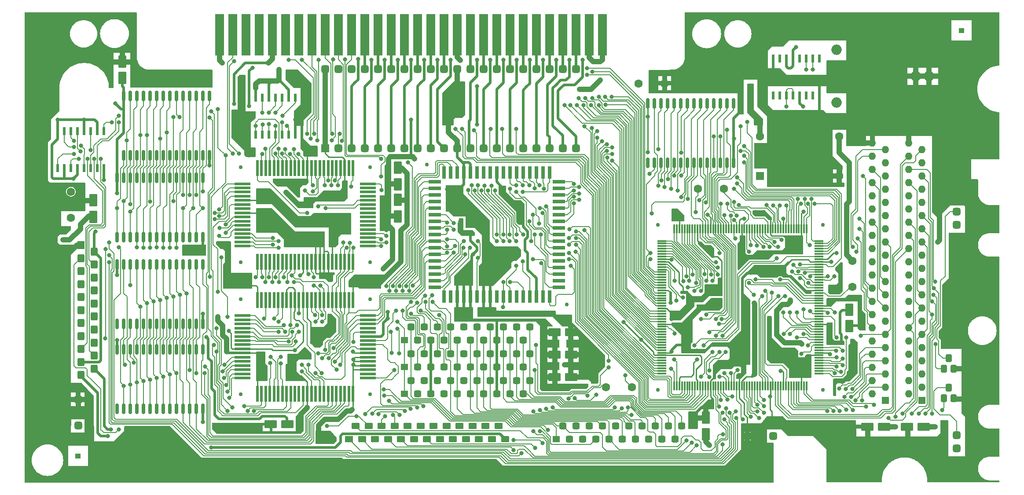
<source format=gtl>
G04 #@! TF.GenerationSoftware,KiCad,Pcbnew,7.0.2-0*
G04 #@! TF.CreationDate,2023-07-22T12:20:45+02:00*
G04 #@! TF.ProjectId,MegaCD,4d656761-4344-42e6-9b69-6361645f7063,rev?*
G04 #@! TF.SameCoordinates,Original*
G04 #@! TF.FileFunction,Copper,L1,Top*
G04 #@! TF.FilePolarity,Positive*
%FSLAX46Y46*%
G04 Gerber Fmt 4.6, Leading zero omitted, Abs format (unit mm)*
G04 Created by KiCad (PCBNEW 7.0.2-0) date 2023-07-22 12:20:45*
%MOMM*%
%LPD*%
G01*
G04 APERTURE LIST*
G04 Aperture macros list*
%AMRoundRect*
0 Rectangle with rounded corners*
0 $1 Rounding radius*
0 $2 $3 $4 $5 $6 $7 $8 $9 X,Y pos of 4 corners*
0 Add a 4 corners polygon primitive as box body*
4,1,4,$2,$3,$4,$5,$6,$7,$8,$9,$2,$3,0*
0 Add four circle primitives for the rounded corners*
1,1,$1+$1,$2,$3*
1,1,$1+$1,$4,$5*
1,1,$1+$1,$6,$7*
1,1,$1+$1,$8,$9*
0 Add four rect primitives between the rounded corners*
20,1,$1+$1,$2,$3,$4,$5,0*
20,1,$1+$1,$4,$5,$6,$7,0*
20,1,$1+$1,$6,$7,$8,$9,0*
20,1,$1+$1,$8,$9,$2,$3,0*%
G04 Aperture macros list end*
G04 #@! TA.AperFunction,ComponentPad*
%ADD10R,1.600000X1.600000*%
G04 #@! TD*
G04 #@! TA.AperFunction,ComponentPad*
%ADD11C,1.600000*%
G04 #@! TD*
G04 #@! TA.AperFunction,SMDPad,CuDef*
%ADD12R,0.600000X1.500000*%
G04 #@! TD*
G04 #@! TA.AperFunction,ComponentPad*
%ADD13R,1.400000X1.400000*%
G04 #@! TD*
G04 #@! TA.AperFunction,ComponentPad*
%ADD14O,1.400000X1.400000*%
G04 #@! TD*
G04 #@! TA.AperFunction,SMDPad,CuDef*
%ADD15RoundRect,0.250000X-0.947000X-0.550000X0.947000X-0.550000X0.947000X0.550000X-0.947000X0.550000X0*%
G04 #@! TD*
G04 #@! TA.AperFunction,ComponentPad*
%ADD16R,1.600000X1.200000*%
G04 #@! TD*
G04 #@! TA.AperFunction,ComponentPad*
%ADD17RoundRect,0.300000X0.500000X-0.300000X0.500000X0.300000X-0.500000X0.300000X-0.500000X-0.300000X0*%
G04 #@! TD*
G04 #@! TA.AperFunction,SMDPad,CuDef*
%ADD18RoundRect,0.150000X0.150000X-0.850000X0.150000X0.850000X-0.150000X0.850000X-0.150000X-0.850000X0*%
G04 #@! TD*
G04 #@! TA.AperFunction,ComponentPad*
%ADD19R,1.400000X1.300000*%
G04 #@! TD*
G04 #@! TA.AperFunction,ComponentPad*
%ADD20RoundRect,0.325000X0.375000X-0.325000X0.375000X0.325000X-0.375000X0.325000X-0.375000X-0.325000X0*%
G04 #@! TD*
G04 #@! TA.AperFunction,SMDPad,CuDef*
%ADD21RoundRect,0.250000X0.550000X-0.947000X0.550000X0.947000X-0.550000X0.947000X-0.550000X-0.947000X0*%
G04 #@! TD*
G04 #@! TA.AperFunction,ComponentPad*
%ADD22RoundRect,0.375000X-0.375000X0.375000X-0.375000X-0.375000X0.375000X-0.375000X0.375000X0.375000X0*%
G04 #@! TD*
G04 #@! TA.AperFunction,ComponentPad*
%ADD23RoundRect,0.375000X0.375000X-0.375000X0.375000X0.375000X-0.375000X0.375000X-0.375000X-0.375000X0*%
G04 #@! TD*
G04 #@! TA.AperFunction,SMDPad,CuDef*
%ADD24C,0.750000*%
G04 #@! TD*
G04 #@! TA.AperFunction,SMDPad,CuDef*
%ADD25R,0.500000X3.160000*%
G04 #@! TD*
G04 #@! TA.AperFunction,SMDPad,CuDef*
%ADD26R,3.160000X0.500000*%
G04 #@! TD*
G04 #@! TA.AperFunction,ComponentPad*
%ADD27R,1.400000X1.600000*%
G04 #@! TD*
G04 #@! TA.AperFunction,ComponentPad*
%ADD28RoundRect,0.350000X-0.350000X-0.450000X0.350000X-0.450000X0.350000X0.450000X-0.350000X0.450000X0*%
G04 #@! TD*
G04 #@! TA.AperFunction,SMDPad,CuDef*
%ADD29RoundRect,0.300000X0.300000X-0.450000X0.300000X0.450000X-0.300000X0.450000X-0.300000X-0.450000X0*%
G04 #@! TD*
G04 #@! TA.AperFunction,ComponentPad*
%ADD30O,2.000000X2.000000*%
G04 #@! TD*
G04 #@! TA.AperFunction,SMDPad,CuDef*
%ADD31R,1.778000X8.000000*%
G04 #@! TD*
G04 #@! TA.AperFunction,ComponentPad*
%ADD32RoundRect,0.375000X-0.375000X-0.375000X0.375000X-0.375000X0.375000X0.375000X-0.375000X0.375000X0*%
G04 #@! TD*
G04 #@! TA.AperFunction,SMDPad,CuDef*
%ADD33RoundRect,0.250000X0.947000X0.550000X-0.947000X0.550000X-0.947000X-0.550000X0.947000X-0.550000X0*%
G04 #@! TD*
G04 #@! TA.AperFunction,SMDPad,CuDef*
%ADD34R,2.425000X0.700000*%
G04 #@! TD*
G04 #@! TA.AperFunction,SMDPad,CuDef*
%ADD35R,0.700000X2.425000*%
G04 #@! TD*
G04 #@! TA.AperFunction,SMDPad,CuDef*
%ADD36RoundRect,0.075000X0.075000X-0.787500X0.075000X0.787500X-0.075000X0.787500X-0.075000X-0.787500X0*%
G04 #@! TD*
G04 #@! TA.AperFunction,SMDPad,CuDef*
%ADD37RoundRect,0.075000X0.787500X-0.075000X0.787500X0.075000X-0.787500X0.075000X-0.787500X-0.075000X0*%
G04 #@! TD*
G04 #@! TA.AperFunction,ViaPad*
%ADD38C,0.800000*%
G04 #@! TD*
G04 #@! TA.AperFunction,Conductor*
%ADD39C,0.500000*%
G04 #@! TD*
G04 #@! TA.AperFunction,Conductor*
%ADD40C,1.000000*%
G04 #@! TD*
G04 #@! TA.AperFunction,Conductor*
%ADD41C,0.250000*%
G04 #@! TD*
G04 #@! TA.AperFunction,Conductor*
%ADD42C,0.127000*%
G04 #@! TD*
G04 APERTURE END LIST*
G04 #@! TA.AperFunction,NonConductor*
G36*
X226110800Y-49504600D02*
G01*
X227076000Y-49504600D01*
X227076000Y-50469800D01*
X226110800Y-50469800D01*
X226110800Y-49504600D01*
G37*
G04 #@! TD.AperFunction*
G04 #@! TA.AperFunction,NonConductor*
G36*
X56108600Y-131394200D02*
G01*
X57073800Y-131394200D01*
X57073800Y-132359400D01*
X56108600Y-132359400D01*
X56108600Y-131394200D01*
G37*
G04 #@! TD.AperFunction*
D10*
X187833000Y-77978000D03*
D11*
X203073000Y-77978000D03*
X203073000Y-70358000D03*
X187833000Y-70358000D03*
D12*
X52705000Y-76442000D03*
X53975000Y-76442000D03*
X55245000Y-76442000D03*
X56515000Y-76442000D03*
X57785000Y-76442000D03*
X59055000Y-76442000D03*
X60325000Y-76442000D03*
X61595000Y-76442000D03*
X61595000Y-69342000D03*
X60325000Y-69342000D03*
X59055000Y-69342000D03*
X57785000Y-69342000D03*
X56515000Y-69342000D03*
X55245000Y-69342000D03*
X53975000Y-69342000D03*
X52705000Y-69342000D03*
D13*
X211963000Y-121158000D03*
D14*
X209423000Y-119888000D03*
X211963000Y-118618000D03*
X209423000Y-117348000D03*
X211963000Y-116078000D03*
X209423000Y-114808000D03*
X211963000Y-113538000D03*
X209423000Y-112268000D03*
X211963000Y-110998000D03*
X209423000Y-109728000D03*
X211963000Y-108458000D03*
X209423000Y-107188000D03*
X211963000Y-105918000D03*
X209423000Y-104648000D03*
X211963000Y-103378000D03*
X209423000Y-102108000D03*
X211963000Y-100838000D03*
X209423000Y-99568000D03*
X211963000Y-98298000D03*
X209423000Y-97028000D03*
X211963000Y-95758000D03*
X209423000Y-94488000D03*
X211963000Y-93218000D03*
X209423000Y-91948000D03*
X211963000Y-90678000D03*
X209423000Y-89408000D03*
X211963000Y-88138000D03*
X209423000Y-86868000D03*
X211963000Y-85598000D03*
X209423000Y-84328000D03*
X211963000Y-83058000D03*
X209423000Y-81788000D03*
X211963000Y-80518000D03*
X209423000Y-79248000D03*
X211963000Y-77978000D03*
X209423000Y-76708000D03*
X211963000Y-75438000D03*
X209423000Y-74168000D03*
X211963000Y-72898000D03*
X209423000Y-71628000D03*
D11*
X175848000Y-80441800D03*
X180848000Y-80441800D03*
X163195000Y-118618000D03*
X158195000Y-118618000D03*
D15*
X148287000Y-116713000D03*
X151481000Y-116713000D03*
D16*
X108758000Y-128651000D03*
D17*
X110008000Y-126111000D03*
X111258000Y-128651000D03*
X112508000Y-126111000D03*
X113758000Y-128651000D03*
X115008000Y-126111000D03*
X116258000Y-128651000D03*
X117508000Y-126111000D03*
X118758000Y-128651000D03*
X120008000Y-126111000D03*
X121258000Y-128651000D03*
X122508000Y-126111000D03*
X123758000Y-128651000D03*
X125008000Y-126111000D03*
X126258000Y-128651000D03*
X127508000Y-126111000D03*
X128758000Y-128651000D03*
X130008000Y-126111000D03*
X131258000Y-128651000D03*
X132508000Y-126111000D03*
X133758000Y-128651000D03*
X135008000Y-126111000D03*
X136258000Y-128651000D03*
X137508000Y-126111000D03*
X138758000Y-128651000D03*
D18*
X166243000Y-75438000D03*
X167513000Y-75438000D03*
X168783000Y-75438000D03*
X170053000Y-75438000D03*
X171323000Y-75438000D03*
X172593000Y-75438000D03*
X173863000Y-75438000D03*
X175133000Y-75438000D03*
X176403000Y-75438000D03*
X177673000Y-75438000D03*
X178943000Y-75438000D03*
X180213000Y-75438000D03*
X181483000Y-75438000D03*
X182753000Y-75438000D03*
X182753000Y-64008000D03*
X181483000Y-64008000D03*
X180213000Y-64008000D03*
X178943000Y-64008000D03*
X177673000Y-64008000D03*
X176403000Y-64008000D03*
X175133000Y-64008000D03*
X173863000Y-64008000D03*
X172593000Y-64008000D03*
X171323000Y-64008000D03*
X170053000Y-64008000D03*
X168783000Y-64008000D03*
X167513000Y-64008000D03*
X166243000Y-64008000D03*
D19*
X119380000Y-114757200D03*
D20*
X120650000Y-112217200D03*
X121920000Y-114757200D03*
X123190000Y-112217200D03*
X124460000Y-114757200D03*
X125730000Y-112217200D03*
X127000000Y-114757200D03*
X128270000Y-112217200D03*
X129540000Y-114757200D03*
X130810000Y-112217200D03*
X132080000Y-114757200D03*
X133350000Y-112217200D03*
X134620000Y-114757200D03*
X135890000Y-112217200D03*
X137160000Y-114757200D03*
X138430000Y-112217200D03*
X139700000Y-114757200D03*
X140970000Y-112217200D03*
X142240000Y-114757200D03*
X143510000Y-112217200D03*
D21*
X59563000Y-85820000D03*
X59563000Y-82626000D03*
D11*
X55245000Y-81026000D03*
X55245000Y-86026000D03*
D21*
X177419000Y-127684000D03*
X177419000Y-124490000D03*
D22*
X56642000Y-125980200D03*
X56642000Y-120980200D03*
D15*
X148287000Y-112395000D03*
X151481000Y-112395000D03*
X148287000Y-108077000D03*
X151481000Y-108077000D03*
D23*
X225628200Y-84861400D03*
X225628200Y-87401400D03*
D13*
X218948000Y-121158000D03*
D14*
X216408000Y-119888000D03*
X218948000Y-118618000D03*
X216408000Y-117348000D03*
X218948000Y-116078000D03*
X216408000Y-114808000D03*
X218948000Y-113538000D03*
X216408000Y-112268000D03*
X218948000Y-110998000D03*
X216408000Y-109728000D03*
X218948000Y-108458000D03*
X216408000Y-107188000D03*
X218948000Y-105918000D03*
X216408000Y-104648000D03*
X218948000Y-103378000D03*
X216408000Y-102108000D03*
X218948000Y-100838000D03*
X216408000Y-99568000D03*
X218948000Y-98298000D03*
X216408000Y-97028000D03*
X218948000Y-95758000D03*
X216408000Y-94488000D03*
X218948000Y-93218000D03*
X216408000Y-91948000D03*
X218948000Y-90678000D03*
X216408000Y-89408000D03*
X218948000Y-88138000D03*
X216408000Y-86868000D03*
X218948000Y-85598000D03*
X216408000Y-84328000D03*
X218948000Y-83058000D03*
X216408000Y-81788000D03*
X218948000Y-80518000D03*
X216408000Y-79248000D03*
X218948000Y-77978000D03*
X216408000Y-76708000D03*
X218948000Y-75438000D03*
X216408000Y-74168000D03*
X218948000Y-72898000D03*
X216408000Y-71628000D03*
D24*
X87877000Y-119993000D03*
X112769000Y-119991000D03*
X87877000Y-101705000D03*
X112769000Y-101703000D03*
D25*
X91123000Y-119866000D03*
X91923000Y-119866000D03*
X92723000Y-119866000D03*
X93523000Y-119866000D03*
X94323000Y-119866000D03*
X95123000Y-119866000D03*
X95923000Y-119866000D03*
X96723000Y-119866000D03*
X97523000Y-119866000D03*
X98323000Y-119866000D03*
X99123000Y-119866000D03*
X99923000Y-119866000D03*
X100723000Y-119866000D03*
X101523000Y-119866000D03*
X102323000Y-119866000D03*
X103123000Y-119866000D03*
X103903000Y-119866000D03*
X104723000Y-119866000D03*
X105523000Y-119866000D03*
X106323000Y-119866000D03*
X107123000Y-119866000D03*
X107923000Y-119866000D03*
X108723000Y-119866000D03*
X109523000Y-119866000D03*
D26*
X112388000Y-116849000D03*
X112388000Y-116049000D03*
X112388000Y-115249000D03*
X112388000Y-114449000D03*
X112388000Y-113649000D03*
X112388000Y-112849000D03*
X112388000Y-112049000D03*
X112388000Y-111249000D03*
X112388000Y-110449000D03*
X112388000Y-109649000D03*
X112388000Y-108849000D03*
X112388000Y-108049000D03*
X112388000Y-107249000D03*
X112388000Y-106449000D03*
X112388000Y-105649000D03*
X112388000Y-104849000D03*
D25*
X109523000Y-101832000D03*
X108723000Y-101832000D03*
X107923000Y-101832000D03*
X107123000Y-101832000D03*
X106323000Y-101832000D03*
X105523000Y-101832000D03*
X104723000Y-101832000D03*
X103923000Y-101832000D03*
X103123000Y-101832000D03*
X102323000Y-101832000D03*
X101523000Y-101832000D03*
X100723000Y-101832000D03*
X99923000Y-101832000D03*
X99123000Y-101832000D03*
X98323000Y-101832000D03*
X97523000Y-101832000D03*
X96723000Y-101832000D03*
X95923000Y-101832000D03*
X95123000Y-101832000D03*
X94323000Y-101832000D03*
X93523000Y-101832000D03*
X92723000Y-101832000D03*
X91923000Y-101832000D03*
X91123000Y-101832000D03*
D26*
X88258000Y-104849000D03*
X88258000Y-105649000D03*
X88258000Y-106449000D03*
X88258000Y-107249000D03*
X88258000Y-108049000D03*
X88258000Y-108849000D03*
X88258000Y-109649000D03*
X88258000Y-110449000D03*
X88258000Y-111249000D03*
X88258000Y-112049000D03*
X88258000Y-112849000D03*
X88258000Y-113649000D03*
X88258000Y-114449000D03*
X88258000Y-115249000D03*
X88258000Y-116049000D03*
X88258000Y-116849000D03*
D27*
X57150000Y-91279000D03*
D28*
X59690000Y-92529000D03*
X57150000Y-93779000D03*
X59690000Y-95029000D03*
X57150000Y-96279000D03*
X59690000Y-97529000D03*
X57150000Y-98779000D03*
X59690000Y-100029000D03*
X57150000Y-101279000D03*
X59690000Y-102529000D03*
X57150000Y-103779000D03*
X59690000Y-105029000D03*
X57150000Y-106279000D03*
X59690000Y-107529000D03*
X57150000Y-108779000D03*
X59690000Y-110029000D03*
X57150000Y-111279000D03*
X59690000Y-112529000D03*
X57150000Y-113779000D03*
X59690000Y-115029000D03*
X57150000Y-116279000D03*
D21*
X65151000Y-59128000D03*
X65151000Y-55934000D03*
D11*
X169418000Y-60198000D03*
X164418000Y-60198000D03*
D29*
X223205000Y-115062000D03*
X225105000Y-115062000D03*
X224155000Y-113030000D03*
D30*
X202565000Y-53721000D03*
X202565000Y-63881000D03*
X217805000Y-58801000D03*
X220345000Y-58801000D03*
D18*
X64135000Y-122809000D03*
X65405000Y-122809000D03*
X66675000Y-122809000D03*
X67945000Y-122809000D03*
X69215000Y-122809000D03*
X70485000Y-122809000D03*
X71755000Y-122809000D03*
X73025000Y-122809000D03*
X74295000Y-122809000D03*
X75565000Y-122809000D03*
X76835000Y-122809000D03*
X78105000Y-122809000D03*
X79375000Y-122809000D03*
X80645000Y-122809000D03*
X80645000Y-111379000D03*
X79375000Y-111379000D03*
X78105000Y-111379000D03*
X76835000Y-111379000D03*
X75565000Y-111379000D03*
X74295000Y-111379000D03*
X73025000Y-111379000D03*
X71755000Y-111379000D03*
X70485000Y-111379000D03*
X69215000Y-111379000D03*
X67945000Y-111379000D03*
X66675000Y-111379000D03*
X65405000Y-111379000D03*
X64135000Y-111379000D03*
D19*
X119380000Y-119888000D03*
D20*
X120650000Y-117348000D03*
X121920000Y-119888000D03*
X123190000Y-117348000D03*
X124460000Y-119888000D03*
X125730000Y-117348000D03*
X127000000Y-119888000D03*
X128270000Y-117348000D03*
X129540000Y-119888000D03*
X130810000Y-117348000D03*
X132080000Y-119888000D03*
X133350000Y-117348000D03*
X134620000Y-119888000D03*
X135890000Y-117348000D03*
X137160000Y-119888000D03*
X138430000Y-117348000D03*
X139700000Y-119888000D03*
X140970000Y-117348000D03*
X142240000Y-119888000D03*
X143510000Y-117348000D03*
D18*
X65405000Y-74041000D03*
X66675000Y-74041000D03*
X67945000Y-74041000D03*
X69215000Y-74041000D03*
X70485000Y-74041000D03*
X71755000Y-74041000D03*
X73025000Y-74041000D03*
X74295000Y-74041000D03*
X75565000Y-74041000D03*
X76835000Y-74041000D03*
X78105000Y-74041000D03*
X79375000Y-74041000D03*
X80645000Y-74041000D03*
X81915000Y-74041000D03*
X81915000Y-62611000D03*
X80645000Y-62611000D03*
X79375000Y-62611000D03*
X78105000Y-62611000D03*
X76835000Y-62611000D03*
X75565000Y-62611000D03*
X74295000Y-62611000D03*
X73025000Y-62611000D03*
X71755000Y-62611000D03*
X70485000Y-62611000D03*
X69215000Y-62611000D03*
X67945000Y-62611000D03*
X66675000Y-62611000D03*
X65405000Y-62611000D03*
X64135000Y-106426000D03*
X65405000Y-106426000D03*
X66675000Y-106426000D03*
X67945000Y-106426000D03*
X69215000Y-106426000D03*
X70485000Y-106426000D03*
X71755000Y-106426000D03*
X73025000Y-106426000D03*
X74295000Y-106426000D03*
X75565000Y-106426000D03*
X76835000Y-106426000D03*
X78105000Y-106426000D03*
X79375000Y-106426000D03*
X80645000Y-106426000D03*
X80645000Y-94996000D03*
X79375000Y-94996000D03*
X78105000Y-94996000D03*
X76835000Y-94996000D03*
X75565000Y-94996000D03*
X74295000Y-94996000D03*
X73025000Y-94996000D03*
X71755000Y-94996000D03*
X70485000Y-94996000D03*
X69215000Y-94996000D03*
X67945000Y-94996000D03*
X66675000Y-94996000D03*
X65405000Y-94996000D03*
X64135000Y-94996000D03*
D31*
X157480000Y-50800000D03*
X154940000Y-50800000D03*
X152400000Y-50800000D03*
X149860000Y-50800000D03*
X147320000Y-50800000D03*
X144780000Y-50800000D03*
X142240000Y-50800000D03*
X139700000Y-50800000D03*
X137160000Y-50800000D03*
X134620000Y-50800000D03*
X132080000Y-50800000D03*
X129540000Y-50800000D03*
X127000000Y-50800000D03*
X124460000Y-50800000D03*
X121920000Y-50800000D03*
X119380000Y-50800000D03*
X116840000Y-50800000D03*
X114300000Y-50800000D03*
X111760000Y-50800000D03*
X109220000Y-50800000D03*
X106680000Y-50800000D03*
X104140000Y-50800000D03*
X101600000Y-50800000D03*
X99060000Y-50800000D03*
X96520000Y-50800000D03*
X93980000Y-50800000D03*
X91440000Y-50800000D03*
X88900000Y-50800000D03*
X86360000Y-50800000D03*
X83820000Y-50800000D03*
D12*
X190373000Y-62484000D03*
X191643000Y-62484000D03*
X192913000Y-62484000D03*
X194183000Y-62484000D03*
X195453000Y-62484000D03*
X196723000Y-62484000D03*
X197993000Y-62484000D03*
X199263000Y-62484000D03*
X199263000Y-55384000D03*
X197993000Y-55384000D03*
X196723000Y-55384000D03*
X195453000Y-55384000D03*
X194183000Y-55384000D03*
X192913000Y-55384000D03*
X191643000Y-55384000D03*
X190373000Y-55384000D03*
X90830400Y-70027800D03*
X92100400Y-70027800D03*
X93370400Y-70027800D03*
X94640400Y-70027800D03*
X95910400Y-70027800D03*
X97180400Y-70027800D03*
X98450400Y-70027800D03*
X98450400Y-62921800D03*
X97180400Y-62927800D03*
X95910400Y-62927800D03*
X94640400Y-62927800D03*
X93370400Y-62927800D03*
X92100400Y-62927800D03*
X90830400Y-62927800D03*
D29*
X223205000Y-120777000D03*
X225105000Y-120777000D03*
X224155000Y-118745000D03*
D21*
X204978000Y-106880000D03*
X204978000Y-103686000D03*
X118110000Y-85774000D03*
X118110000Y-82580000D03*
D19*
X119380000Y-109601000D03*
D20*
X120650000Y-107061000D03*
X121920000Y-109601000D03*
X123190000Y-107061000D03*
X124460000Y-109601000D03*
X125730000Y-107061000D03*
X127000000Y-109601000D03*
X128270000Y-107061000D03*
X129540000Y-109601000D03*
X130810000Y-107061000D03*
X132080000Y-109601000D03*
X133350000Y-107061000D03*
X134620000Y-109601000D03*
X135890000Y-107061000D03*
X137160000Y-109601000D03*
X138430000Y-107061000D03*
X139700000Y-109601000D03*
X140970000Y-107061000D03*
X142240000Y-109601000D03*
X143510000Y-107061000D03*
D32*
X190343800Y-128016000D03*
X185343800Y-128016000D03*
D19*
X148590000Y-128651000D03*
D20*
X149860000Y-126111000D03*
X151130000Y-128651000D03*
X152400000Y-126111000D03*
X153670000Y-128651000D03*
X154940000Y-126111000D03*
X156210000Y-128651000D03*
X157480000Y-126111000D03*
X158750000Y-128651000D03*
X160020000Y-126111000D03*
X161290000Y-128651000D03*
X162560000Y-126111000D03*
X163830000Y-128651000D03*
X165100000Y-126111000D03*
X166370000Y-128651000D03*
X167640000Y-126111000D03*
X168910000Y-128651000D03*
X170180000Y-126111000D03*
X171450000Y-128651000D03*
X172720000Y-126111000D03*
D33*
X96871000Y-125730000D03*
X93677000Y-125730000D03*
X211679000Y-126238000D03*
X208485000Y-126238000D03*
D24*
X87877000Y-94615000D03*
X112769000Y-94613000D03*
X87877000Y-76327000D03*
X112769000Y-76325000D03*
D25*
X91123000Y-94488000D03*
X91923000Y-94488000D03*
X92723000Y-94488000D03*
X93523000Y-94488000D03*
X94323000Y-94488000D03*
X95123000Y-94488000D03*
X95923000Y-94488000D03*
X96723000Y-94488000D03*
X97523000Y-94488000D03*
X98323000Y-94488000D03*
X99123000Y-94488000D03*
X99923000Y-94488000D03*
X100723000Y-94488000D03*
X101523000Y-94488000D03*
X102323000Y-94488000D03*
X103123000Y-94488000D03*
X103903000Y-94488000D03*
X104723000Y-94488000D03*
X105523000Y-94488000D03*
X106323000Y-94488000D03*
X107123000Y-94488000D03*
X107923000Y-94488000D03*
X108723000Y-94488000D03*
X109523000Y-94488000D03*
D26*
X112388000Y-91471000D03*
X112388000Y-90671000D03*
X112388000Y-89871000D03*
X112388000Y-89071000D03*
X112388000Y-88271000D03*
X112388000Y-87471000D03*
X112388000Y-86671000D03*
X112388000Y-85871000D03*
X112388000Y-85071000D03*
X112388000Y-84271000D03*
X112388000Y-83471000D03*
X112388000Y-82671000D03*
X112388000Y-81871000D03*
X112388000Y-81071000D03*
X112388000Y-80271000D03*
X112388000Y-79471000D03*
D25*
X109523000Y-76454000D03*
X108723000Y-76454000D03*
X107923000Y-76454000D03*
X107123000Y-76454000D03*
X106323000Y-76454000D03*
X105523000Y-76454000D03*
X104723000Y-76454000D03*
X103923000Y-76454000D03*
X103123000Y-76454000D03*
X102323000Y-76454000D03*
X101523000Y-76454000D03*
X100723000Y-76454000D03*
X99923000Y-76454000D03*
X99123000Y-76454000D03*
X98323000Y-76454000D03*
X97523000Y-76454000D03*
X96723000Y-76454000D03*
X95923000Y-76454000D03*
X95123000Y-76454000D03*
X94323000Y-76454000D03*
X93523000Y-76454000D03*
X92723000Y-76454000D03*
X91923000Y-76454000D03*
X91123000Y-76454000D03*
D26*
X88258000Y-79471000D03*
X88258000Y-80271000D03*
X88258000Y-81071000D03*
X88258000Y-81871000D03*
X88258000Y-82671000D03*
X88258000Y-83471000D03*
X88258000Y-84271000D03*
X88258000Y-85071000D03*
X88258000Y-85871000D03*
X88258000Y-86671000D03*
X88258000Y-87471000D03*
X88258000Y-88271000D03*
X88258000Y-89071000D03*
X88258000Y-89871000D03*
X88258000Y-90671000D03*
X88258000Y-91471000D03*
D23*
X225628200Y-127838200D03*
X225628200Y-130378200D03*
D24*
X150622000Y-102743000D03*
X123698000Y-75819000D03*
D34*
X125222000Y-89281000D03*
X125222000Y-90551000D03*
X125222000Y-91821000D03*
X125222000Y-93091000D03*
X125222000Y-94361000D03*
X125222000Y-95631000D03*
X125222000Y-96901000D03*
X125222000Y-98171000D03*
X125222000Y-99441000D03*
D35*
X127000000Y-101219000D03*
X128270000Y-101219000D03*
X129540000Y-101219000D03*
X130810000Y-101219000D03*
X132080000Y-101219000D03*
X133350000Y-101219000D03*
X134620000Y-101219000D03*
X135890000Y-101219000D03*
X137160000Y-101219000D03*
X138430000Y-101219000D03*
X139700000Y-101219000D03*
X140970000Y-101219000D03*
X142240000Y-101219000D03*
X143510000Y-101219000D03*
X144780000Y-101219000D03*
X146050000Y-101219000D03*
X147320000Y-101219000D03*
D34*
X149098000Y-99441000D03*
X149098000Y-98171000D03*
X149098000Y-96901000D03*
X149098000Y-95631000D03*
X149098000Y-94361000D03*
X149098000Y-93091000D03*
X149098000Y-91821000D03*
X149098000Y-90551000D03*
X149098000Y-89281000D03*
X149098000Y-88011000D03*
X149098000Y-86741000D03*
X149098000Y-85471000D03*
X149098000Y-84201000D03*
X149098000Y-82931000D03*
X149098000Y-81661000D03*
X149098000Y-80391000D03*
X149098000Y-79121000D03*
D35*
X147320000Y-77343000D03*
X146050000Y-77343000D03*
X144780000Y-77343000D03*
X143510000Y-77343000D03*
X142240000Y-77343000D03*
X140970000Y-77343000D03*
X139700000Y-77343000D03*
X138430000Y-77343000D03*
X137160000Y-77343000D03*
X135890000Y-77343000D03*
X134620000Y-77343000D03*
X133350000Y-77343000D03*
X132080000Y-77343000D03*
X130810000Y-77343000D03*
X129540000Y-77343000D03*
X128270000Y-77343000D03*
X127000000Y-77343000D03*
D34*
X125222000Y-79121000D03*
X125222000Y-80391000D03*
X125222000Y-81661000D03*
X125222000Y-82931000D03*
X125222000Y-84201000D03*
X125222000Y-85471000D03*
X125222000Y-86741000D03*
X125222000Y-88011000D03*
D33*
X219297000Y-126238000D03*
X216103000Y-126238000D03*
D11*
X205613000Y-94314000D03*
X205613000Y-99314000D03*
D10*
X104140000Y-72644000D03*
D23*
X106680000Y-72644000D03*
X109220000Y-72644000D03*
X111760000Y-72644000D03*
X114300000Y-72644000D03*
X116840000Y-72644000D03*
X119380000Y-72644000D03*
X121920000Y-72644000D03*
X124460000Y-72644000D03*
X127000000Y-72644000D03*
X129540000Y-72644000D03*
X132080000Y-72644000D03*
X134620000Y-72644000D03*
X137160000Y-72644000D03*
X139700000Y-72644000D03*
X142240000Y-72644000D03*
X144780000Y-72644000D03*
X147320000Y-72644000D03*
X149860000Y-72644000D03*
X152400000Y-72644000D03*
X152400000Y-57404000D03*
X149860000Y-57404000D03*
X147320000Y-57404000D03*
X144780000Y-57404000D03*
X142240000Y-57404000D03*
X139700000Y-57404000D03*
X137160000Y-57404000D03*
X134620000Y-57404000D03*
X132080000Y-57404000D03*
X129540000Y-57404000D03*
X127000000Y-57404000D03*
X124460000Y-57404000D03*
X121920000Y-57404000D03*
X119380000Y-57404000D03*
X116840000Y-57404000D03*
X114300000Y-57404000D03*
X111760000Y-57404000D03*
X109220000Y-57404000D03*
X106680000Y-57404000D03*
X104140000Y-57404000D03*
D21*
X118110000Y-79575000D03*
X118110000Y-76381000D03*
D24*
X168184000Y-119102500D03*
X199934000Y-119102500D03*
X168208000Y-87374500D03*
X199934000Y-87374500D03*
D36*
X171309000Y-118340500D03*
X171809000Y-118340500D03*
X172309000Y-118340500D03*
X172809000Y-118340500D03*
X173309000Y-118340500D03*
X173809000Y-118340500D03*
X174309000Y-118340500D03*
X174809000Y-118340500D03*
X175309000Y-118340500D03*
X175809000Y-118340500D03*
X176309000Y-118340500D03*
X176809000Y-118340500D03*
X177309000Y-118340500D03*
X177809000Y-118340500D03*
X178309000Y-118340500D03*
X178809000Y-118340500D03*
X179309000Y-118340500D03*
X179809000Y-118340500D03*
X180309000Y-118340500D03*
X180809000Y-118340500D03*
X181309000Y-118340500D03*
X181809000Y-118340500D03*
X182309000Y-118340500D03*
X182809000Y-118340500D03*
X183309000Y-118340500D03*
X183809000Y-118340500D03*
X184309000Y-118340500D03*
X184809000Y-118340500D03*
X185309000Y-118340500D03*
X185809000Y-118340500D03*
X186309000Y-118340500D03*
X186809000Y-118340500D03*
X187309000Y-118340500D03*
X187809000Y-118340500D03*
X188309000Y-118340500D03*
X188809000Y-118340500D03*
X189309000Y-118340500D03*
X189809000Y-118340500D03*
X190309000Y-118340500D03*
X190809000Y-118340500D03*
X191309000Y-118340500D03*
X191809000Y-118340500D03*
X192309000Y-118340500D03*
X192809000Y-118340500D03*
X193309000Y-118340500D03*
X193809000Y-118340500D03*
X194309000Y-118340500D03*
X194809000Y-118340500D03*
X195309000Y-118340500D03*
X195809000Y-118340500D03*
X196309000Y-118340500D03*
X196809000Y-118340500D03*
D37*
X199172000Y-115977500D03*
X199172000Y-115477500D03*
X199172000Y-114977500D03*
X199172000Y-114477500D03*
X199172000Y-113977500D03*
X199172000Y-113477500D03*
X199172000Y-112977500D03*
X199172000Y-112477500D03*
X199172000Y-111977500D03*
X199172000Y-111477500D03*
X199172000Y-110977500D03*
X199172000Y-110477500D03*
X199172000Y-109977500D03*
X199172000Y-109477500D03*
X199172000Y-108977500D03*
X199172000Y-108477500D03*
X199172000Y-107977500D03*
X199172000Y-107477500D03*
X199172000Y-106977500D03*
X199172000Y-106477500D03*
X199172000Y-105977500D03*
X199172000Y-105477500D03*
X199172000Y-104977500D03*
X199172000Y-104477500D03*
X199172000Y-103977500D03*
X199172000Y-103477500D03*
X199172000Y-102977500D03*
X199172000Y-102477500D03*
X199172000Y-101977500D03*
X199172000Y-101477500D03*
X199172000Y-100977500D03*
X199172000Y-100477500D03*
X199172000Y-99977500D03*
X199172000Y-99477500D03*
X199172000Y-98977500D03*
X199172000Y-98477500D03*
X199172000Y-97977500D03*
X199172000Y-97477500D03*
X199172000Y-96977500D03*
X199172000Y-96477500D03*
X199172000Y-95977500D03*
X199172000Y-95477500D03*
X199172000Y-94977500D03*
X199172000Y-94477500D03*
X199172000Y-93977500D03*
X199172000Y-93477500D03*
X199172000Y-92977500D03*
X199172000Y-92477500D03*
X199172000Y-91977500D03*
X199172000Y-91477500D03*
X199172000Y-90977500D03*
X199172000Y-90477500D03*
D36*
X196809000Y-88114500D03*
X196309000Y-88114500D03*
X195809000Y-88114500D03*
X195309000Y-88114500D03*
X194809000Y-88114500D03*
X194309000Y-88114500D03*
X193809000Y-88114500D03*
X193309000Y-88114500D03*
X192809000Y-88114500D03*
X192309000Y-88114500D03*
X191809000Y-88114500D03*
X191309000Y-88114500D03*
X190809000Y-88114500D03*
X190309000Y-88114500D03*
X189809000Y-88114500D03*
X189309000Y-88114500D03*
X188809000Y-88114500D03*
X188309000Y-88114500D03*
X187809000Y-88114500D03*
X187309000Y-88114500D03*
X186809000Y-88114500D03*
X186309000Y-88114500D03*
X185809000Y-88114500D03*
X185309000Y-88114500D03*
X184809000Y-88114500D03*
X184309000Y-88114500D03*
X183809000Y-88114500D03*
X183309000Y-88114500D03*
X182809000Y-88114500D03*
X182309000Y-88114500D03*
X181809000Y-88114500D03*
X181309000Y-88114500D03*
X180809000Y-88114500D03*
X180309000Y-88114500D03*
X179809000Y-88114500D03*
X179309000Y-88114500D03*
X178809000Y-88114500D03*
X178309000Y-88114500D03*
X177809000Y-88114500D03*
X177309000Y-88114500D03*
X176809000Y-88114500D03*
X176309000Y-88114500D03*
X175809000Y-88114500D03*
X175309000Y-88114500D03*
X174809000Y-88114500D03*
X174309000Y-88114500D03*
X173809000Y-88114500D03*
X173309000Y-88114500D03*
X172809000Y-88114500D03*
X172309000Y-88114500D03*
X171809000Y-88114500D03*
X171309000Y-88114500D03*
D37*
X168946000Y-90477500D03*
X168946000Y-90977500D03*
X168946000Y-91477500D03*
X168946000Y-91977500D03*
X168946000Y-92477500D03*
X168946000Y-92977500D03*
X168946000Y-93477500D03*
X168946000Y-93977500D03*
X168946000Y-94477500D03*
X168946000Y-94977500D03*
X168946000Y-95477500D03*
X168946000Y-95977500D03*
X168946000Y-96477500D03*
X168946000Y-96977500D03*
X168946000Y-97477500D03*
X168946000Y-97977500D03*
X168946000Y-98477500D03*
X168946000Y-98977500D03*
X168946000Y-99477500D03*
X168946000Y-99977500D03*
X168946000Y-100477500D03*
X168946000Y-100977500D03*
X168946000Y-101477500D03*
X168946000Y-101977500D03*
X168946000Y-102477500D03*
X168946000Y-102977500D03*
X168946000Y-103477500D03*
X168946000Y-103977500D03*
X168946000Y-104477500D03*
X168946000Y-104977500D03*
X168946000Y-105477500D03*
X168946000Y-105977500D03*
X168946000Y-106477500D03*
X168946000Y-106977500D03*
X168946000Y-107477500D03*
X168946000Y-107977500D03*
X168946000Y-108477500D03*
X168946000Y-108977500D03*
X168946000Y-109477500D03*
X168946000Y-109977500D03*
X168946000Y-110477500D03*
X168946000Y-110977500D03*
X168946000Y-111477500D03*
X168946000Y-111977500D03*
X168946000Y-112477500D03*
X168946000Y-112977500D03*
X168946000Y-113477500D03*
X168946000Y-113977500D03*
X168946000Y-114477500D03*
X168946000Y-114977500D03*
X168946000Y-115477500D03*
X168946000Y-115977500D03*
D18*
X64135000Y-89789000D03*
X65405000Y-89789000D03*
X66675000Y-89789000D03*
X67945000Y-89789000D03*
X69215000Y-89789000D03*
X70485000Y-89789000D03*
X71755000Y-89789000D03*
X73025000Y-89789000D03*
X74295000Y-89789000D03*
X75565000Y-89789000D03*
X76835000Y-89789000D03*
X78105000Y-89789000D03*
X79375000Y-89789000D03*
X80645000Y-89789000D03*
X80645000Y-78359000D03*
X79375000Y-78359000D03*
X78105000Y-78359000D03*
X76835000Y-78359000D03*
X75565000Y-78359000D03*
X74295000Y-78359000D03*
X73025000Y-78359000D03*
X71755000Y-78359000D03*
X70485000Y-78359000D03*
X69215000Y-78359000D03*
X67945000Y-78359000D03*
X66675000Y-78359000D03*
X65405000Y-78359000D03*
X64135000Y-78359000D03*
D38*
X196113400Y-64643000D03*
X90170000Y-57150000D03*
X132207000Y-135128000D03*
X99060000Y-104394000D03*
X148590000Y-135128000D03*
X74930000Y-59436000D03*
X100711000Y-122555000D03*
X221742000Y-80518000D03*
X190119000Y-112903000D03*
X130175000Y-55753000D03*
X205613000Y-47777400D03*
X80645000Y-125349000D03*
X100330000Y-72517000D03*
X81153000Y-59436000D03*
X50165000Y-102743000D03*
X180975000Y-135128000D03*
X170815000Y-111760000D03*
X192405000Y-58699400D03*
X190373000Y-47777400D03*
X100838000Y-64262000D03*
X129159000Y-80518000D03*
X123825000Y-135128000D03*
X221462600Y-83794600D03*
X91821000Y-115316000D03*
X203962000Y-133731000D03*
X175691800Y-113258600D03*
X177736500Y-85407500D03*
X50165000Y-95758000D03*
X98679000Y-81026000D03*
X77470000Y-135128000D03*
X97028000Y-115316000D03*
X187960000Y-135128000D03*
X196164200Y-84861400D03*
X222250000Y-133223000D03*
X153136600Y-61341000D03*
X112776000Y-98806000D03*
X188468000Y-84963000D03*
X109347000Y-122936000D03*
X101600000Y-109982000D03*
X80645000Y-104521000D03*
X230378000Y-113665000D03*
X50165000Y-117348000D03*
X230378000Y-73914000D03*
X61595000Y-78740000D03*
X203682600Y-117576100D03*
X230378000Y-96520000D03*
X173355000Y-135128000D03*
X98425000Y-67183000D03*
X87884000Y-59182000D03*
X83540600Y-105079800D03*
X50165000Y-57023000D03*
X70485000Y-127127000D03*
X127635000Y-80518000D03*
X190119000Y-111252000D03*
X116205000Y-105410000D03*
X54483000Y-105029000D03*
X115697000Y-135128000D03*
X89535000Y-64516000D03*
X181610000Y-57658000D03*
X80645000Y-91948000D03*
X187071000Y-84963000D03*
X175691800Y-111629188D03*
X57277000Y-83566000D03*
X92837000Y-135128000D03*
X157099000Y-56007000D03*
X86741000Y-126492000D03*
X230251000Y-47726600D03*
X107010200Y-124485400D03*
X100330000Y-135128000D03*
X102895400Y-126009400D03*
X84328000Y-56261000D03*
X172593000Y-86106000D03*
X127635000Y-65659000D03*
X175768000Y-57658000D03*
X170764200Y-94107000D03*
X66675000Y-127127000D03*
X189103000Y-97028000D03*
X89662000Y-126492000D03*
X130175000Y-65659000D03*
X140335000Y-135128000D03*
X183896000Y-95123000D03*
X108077000Y-135128000D03*
X74295000Y-127127000D03*
X68580000Y-59436000D03*
X151663400Y-110820200D03*
X201549000Y-94488000D03*
X230251000Y-86106000D03*
X150241000Y-114325400D03*
X230378000Y-118618000D03*
X93853000Y-85471000D03*
X92075000Y-85471000D03*
X133350000Y-68072000D03*
X62230000Y-135128000D03*
X89535000Y-74041000D03*
X178943000Y-103251000D03*
X83820000Y-91186000D03*
X100304600Y-111429800D03*
X134239000Y-98298000D03*
X119888000Y-80391000D03*
X177038000Y-122428000D03*
X105664000Y-105537000D03*
X221615000Y-47777400D03*
X205740000Y-109982000D03*
X50165000Y-64262000D03*
X157099000Y-59563000D03*
X189738000Y-66040000D03*
X98298000Y-59182000D03*
X221996000Y-90678000D03*
X102895400Y-129006600D03*
X201168000Y-109474000D03*
X165100000Y-135128000D03*
X81915000Y-75946000D03*
X118745000Y-92583000D03*
X222885000Y-108458000D03*
X156845000Y-135128000D03*
X170611800Y-102336600D03*
X50165000Y-110236000D03*
X116205000Y-104140000D03*
X191643000Y-66040000D03*
X103759000Y-97282000D03*
X155067000Y-116205000D03*
X133273800Y-87299800D03*
X212471000Y-47777400D03*
X176504600Y-103251000D03*
X100330000Y-73787000D03*
X69977000Y-135128000D03*
X50165000Y-124968000D03*
X182803800Y-70789800D03*
X208788000Y-133731000D03*
X99441000Y-124485400D03*
X197993000Y-47777400D03*
X100838000Y-62738000D03*
X89154000Y-70739000D03*
X85344000Y-91313000D03*
X230378000Y-67818000D03*
X114554000Y-98044000D03*
X83820000Y-126492000D03*
X105029000Y-97282000D03*
X109601000Y-114274600D03*
X85217000Y-135128000D03*
X109601000Y-113284000D03*
X191008000Y-96901000D03*
X91821000Y-116967000D03*
X230251000Y-54356000D03*
X186055000Y-96647000D03*
X97028000Y-116967000D03*
X133350000Y-60706000D03*
X85090000Y-98552000D03*
X86995000Y-98552000D03*
X189738000Y-120396000D03*
X134239000Y-96393000D03*
X196723000Y-57531000D03*
X132588000Y-93091000D03*
X195834000Y-110363000D03*
X52705000Y-67183000D03*
X193675000Y-101854000D03*
X138455400Y-80365600D03*
X202819000Y-95885000D03*
X213868000Y-126238000D03*
X95250000Y-57531000D03*
X161569400Y-106095800D03*
X96647000Y-81153000D03*
X132080000Y-103454200D03*
X81280000Y-108966000D03*
X201422000Y-100203000D03*
X98298000Y-111506000D03*
X130175000Y-86741000D03*
X164922200Y-109448600D03*
X105918000Y-90678000D03*
X186690000Y-102489000D03*
X207137000Y-106934000D03*
X115316000Y-95885000D03*
X94488000Y-82423000D03*
X178054000Y-129794000D03*
X64135000Y-97028000D03*
X201244200Y-112293400D03*
X53721000Y-90297000D03*
X109474000Y-111760000D03*
X204851000Y-101473000D03*
X64135000Y-109601000D03*
X115951000Y-88392000D03*
X186055000Y-60833000D03*
X192303400Y-86182200D03*
X57785000Y-67183000D03*
X63754000Y-64008000D03*
X202819000Y-100203000D03*
X184734200Y-86182200D03*
X131978400Y-96545400D03*
X170815000Y-105537000D03*
X104140000Y-66548000D03*
X194792600Y-53162200D03*
X221488000Y-126238000D03*
X202565000Y-92837000D03*
X121386600Y-74650600D03*
X99314000Y-97155000D03*
X191795400Y-115493800D03*
X64135000Y-81280000D03*
X201295000Y-102743000D03*
X90805000Y-61087000D03*
X141859000Y-86487000D03*
X153847800Y-118491000D03*
X92710000Y-82423000D03*
X120650000Y-67183000D03*
X85598000Y-107823000D03*
X55753000Y-78486000D03*
X192913000Y-64643000D03*
X166243000Y-66548000D03*
X166243000Y-73406000D03*
X84201000Y-93649800D03*
X85384006Y-105115994D03*
X180670200Y-127685800D03*
X145465800Y-123063000D03*
X113207800Y-123723400D03*
X162433000Y-122555000D03*
X119456200Y-123215400D03*
X102285800Y-115900200D03*
X202565000Y-109042200D03*
X144449800Y-115290600D03*
X117475000Y-115290600D03*
X141909800Y-131343400D03*
X181178200Y-111887000D03*
X197129400Y-98577400D03*
X178079400Y-115392200D03*
X180619400Y-123571000D03*
X180009800Y-111836200D03*
X195503800Y-97612200D03*
X178059800Y-116633319D03*
X180924200Y-124841000D03*
X191693800Y-97885800D03*
X186969400Y-97866200D03*
X115697000Y-124231400D03*
X140436600Y-130733800D03*
X146024600Y-129413000D03*
X186664600Y-100812600D03*
X140436600Y-128803400D03*
X185699400Y-98526600D03*
X152171400Y-120777000D03*
X156337000Y-120065800D03*
X117221000Y-123977400D03*
X180619400Y-129616200D03*
X202209400Y-104267000D03*
X175641000Y-129819400D03*
X200888600Y-104317800D03*
X145465800Y-127076200D03*
X144526000Y-130302000D03*
X196215000Y-103632000D03*
X62915800Y-126720600D03*
X62357000Y-128041400D03*
X82219800Y-130225800D03*
X59969400Y-88671400D03*
X100711000Y-85115400D03*
X110159800Y-124180600D03*
X103505000Y-115900200D03*
X98120200Y-98425000D03*
X144195800Y-127076200D03*
X64490600Y-126720600D03*
X104470200Y-126111000D03*
X114376200Y-123774200D03*
X83540600Y-65151000D03*
X94564200Y-65760600D03*
X144195800Y-123317000D03*
X60960000Y-74676000D03*
X163093400Y-123926600D03*
X118491000Y-123977400D03*
X85369400Y-123164600D03*
X85013800Y-74041000D03*
X61849000Y-109194600D03*
X161208000Y-122656600D03*
X86283800Y-122555000D03*
X120624600Y-122758200D03*
X111887000Y-123774200D03*
X146685000Y-122758200D03*
X83235800Y-107315000D03*
X61899800Y-92024200D03*
X192354200Y-108413000D03*
X64439800Y-91719400D03*
X181279800Y-122656600D03*
X181940200Y-123571000D03*
X193573400Y-108413000D03*
X62560200Y-90754200D03*
X196164200Y-108413000D03*
X183159400Y-123266200D03*
X62560200Y-93243400D03*
X62560200Y-94564200D03*
X194894200Y-109042200D03*
X183210200Y-124536200D03*
X93218000Y-56261000D03*
X86614000Y-64135000D03*
X102844600Y-83794600D03*
X109194600Y-79984600D03*
X104267000Y-84150200D03*
X114985800Y-80695800D03*
X58410200Y-74666200D03*
X86385400Y-73685400D03*
X86639400Y-55905400D03*
X59690000Y-74676000D03*
X87604600Y-73685400D03*
X83489800Y-100253800D03*
X133578600Y-93751400D03*
X175488600Y-84912200D03*
X133578600Y-90551000D03*
X161925000Y-116332000D03*
X170688000Y-115062000D03*
X105740200Y-111125000D03*
X127635000Y-88315800D03*
X180467000Y-105486200D03*
X109550200Y-91821000D03*
X114935000Y-91465400D03*
X104825800Y-113055400D03*
X179959000Y-106451400D03*
X127635000Y-91516200D03*
X115900200Y-90805000D03*
X147040600Y-126822200D03*
X178079400Y-108026200D03*
X106349800Y-115239800D03*
X129159000Y-91465400D03*
X115443000Y-119049800D03*
X181483000Y-69088000D03*
X114935000Y-90195400D03*
X115544600Y-120218200D03*
X127635000Y-92735400D03*
X179349400Y-108686600D03*
X180213000Y-70358000D03*
X105994200Y-113715800D03*
X154660600Y-120269000D03*
X184073800Y-68453000D03*
X116459000Y-121234200D03*
X150952200Y-120827800D03*
X115900200Y-89535000D03*
X180619400Y-108686600D03*
X107010200Y-114274600D03*
X178943000Y-70383400D03*
X123012200Y-122250200D03*
X128905000Y-92735400D03*
X180263800Y-83286600D03*
X127635000Y-90195400D03*
X180924200Y-85521800D03*
X130835400Y-90500200D03*
X182194200Y-85572600D03*
X130784600Y-91821000D03*
X183108600Y-89992200D03*
X131089400Y-93091000D03*
X132003800Y-91821000D03*
X182803800Y-86487000D03*
X138455400Y-98425000D03*
X138404600Y-103200200D03*
X185699400Y-92532200D03*
X186004200Y-91262200D03*
X140944600Y-95275400D03*
X142214600Y-94411800D03*
X187223400Y-91363800D03*
X190649022Y-90655216D03*
X144449800Y-89281000D03*
X191947800Y-90297000D03*
X145669000Y-89230200D03*
X97764600Y-97155000D03*
X143433800Y-86741000D03*
X182803800Y-82981800D03*
X177419000Y-83032600D03*
X176149000Y-82677000D03*
X96850200Y-98425000D03*
X183769000Y-83611000D03*
X144094200Y-85471000D03*
X96189800Y-97459800D03*
X173964600Y-82372200D03*
X189099058Y-83611000D03*
X146024600Y-85115400D03*
X145465800Y-84201000D03*
X190373000Y-83642200D03*
X95275400Y-98425000D03*
X172643800Y-82067400D03*
X146685000Y-83845400D03*
X171979458Y-80777800D03*
X94615000Y-97459800D03*
X191643000Y-83642200D03*
X94005400Y-98425000D03*
X170713400Y-80441800D03*
X152019000Y-83235800D03*
X192913000Y-83693000D03*
X153035000Y-82575400D03*
X169443400Y-80137000D03*
X182803800Y-80441800D03*
X93345000Y-97459800D03*
X183413400Y-79425800D03*
X92684600Y-98425000D03*
X168224200Y-79832200D03*
X152029794Y-81946200D03*
X168833800Y-78867000D03*
X153035000Y-81356200D03*
X183382200Y-78237800D03*
X92075000Y-97459800D03*
X90805000Y-97459800D03*
X152019000Y-80746600D03*
X170103800Y-78613000D03*
X195117000Y-82423000D03*
X95173800Y-91770200D03*
X195707000Y-83337400D03*
X172643800Y-77901800D03*
X153031037Y-80066600D03*
X196418200Y-82423000D03*
X94056200Y-91160600D03*
X171323000Y-77901800D03*
X152019000Y-79476600D03*
X142163800Y-81051400D03*
X95173800Y-90500200D03*
X197027800Y-83337400D03*
X166598600Y-77597000D03*
X197383400Y-91313000D03*
X197688200Y-82423000D03*
X146278600Y-80441800D03*
X198348600Y-83337400D03*
X145364200Y-79781400D03*
X184785000Y-75361800D03*
X144449800Y-80391000D03*
X184785000Y-74091800D03*
X143484600Y-79781400D03*
X142214600Y-79781400D03*
X184124600Y-73126600D03*
X184785000Y-72212200D03*
X140944600Y-79730600D03*
X116509800Y-100050600D03*
X120675400Y-104470200D03*
X177165000Y-96901000D03*
X117170200Y-99136200D03*
X119049800Y-103911400D03*
X177469800Y-98171000D03*
X117779800Y-100050600D03*
X126060200Y-104775000D03*
X178435000Y-96951800D03*
X178689000Y-98171000D03*
X122555000Y-103860600D03*
X118440200Y-99136200D03*
X119049800Y-100050600D03*
X121843800Y-102336600D03*
X179705000Y-96951800D03*
X119710200Y-99136200D03*
X120675400Y-102215400D03*
X179705000Y-95631000D03*
X120319800Y-100050600D03*
X179349400Y-94564200D03*
X123469400Y-102235000D03*
X121031000Y-99085400D03*
X123418600Y-101015800D03*
X180060600Y-92786200D03*
X107619800Y-90805000D03*
X177469800Y-104673400D03*
X104165400Y-111429800D03*
X128905000Y-87045800D03*
X102844600Y-112090200D03*
X127635000Y-86995000D03*
X108280200Y-91770200D03*
X176504600Y-105486200D03*
X103555800Y-113004600D03*
X128905000Y-88315800D03*
X179349400Y-105486200D03*
X108940600Y-90855800D03*
X191033400Y-93802200D03*
X171323000Y-113309400D03*
X167005000Y-85217000D03*
X175234600Y-110566200D03*
X106990600Y-69850000D03*
X129260600Y-68910200D03*
X142265400Y-89281000D03*
X151155400Y-88265000D03*
X136829800Y-80746600D03*
X107975400Y-55549800D03*
X114884200Y-74701400D03*
X143789400Y-90551000D03*
X153670000Y-55626000D03*
X154000200Y-88417400D03*
X139725400Y-80441800D03*
X136169400Y-79832200D03*
X152425400Y-88620600D03*
X107365800Y-71196200D03*
X140995400Y-89281000D03*
X151104600Y-89941400D03*
X140944600Y-90500200D03*
X135509000Y-80746600D03*
X105537000Y-69875400D03*
X152425400Y-89921800D03*
X134848600Y-79832200D03*
X139674600Y-89281000D03*
X105435400Y-71094600D03*
X105689400Y-55549800D03*
X102031800Y-69824600D03*
X152425400Y-91191800D03*
X138455400Y-89281000D03*
X133578600Y-79781400D03*
X99695000Y-55600600D03*
X132969000Y-80746600D03*
X138455400Y-90500200D03*
X152374600Y-92532200D03*
X101371400Y-70789800D03*
X151104600Y-92837000D03*
X97155000Y-55600600D03*
X100711000Y-69824600D03*
X132359400Y-79730600D03*
X137185400Y-89230200D03*
X207238600Y-108686600D03*
X179959000Y-122351800D03*
X206629000Y-89992200D03*
X180314600Y-121081800D03*
X181533800Y-121031000D03*
X206933800Y-88112600D03*
X182499000Y-120421400D03*
X180009800Y-116611400D03*
X206933800Y-86182200D03*
X180924200Y-115951000D03*
X207645000Y-77952600D03*
X182194200Y-115951000D03*
X183464200Y-115341400D03*
X184531000Y-124841000D03*
X207492600Y-121132600D03*
X186055000Y-124282200D03*
X187629800Y-124536200D03*
X206222600Y-121132600D03*
X205308200Y-120523000D03*
X187325000Y-123266200D03*
X188544200Y-123571000D03*
X204038200Y-120472200D03*
X187274200Y-121996200D03*
X205613000Y-118948200D03*
X188544200Y-122301000D03*
X204343000Y-118948200D03*
X188544200Y-121081800D03*
X203022200Y-118897400D03*
X188264800Y-101092000D03*
X188849000Y-100101400D03*
X205714600Y-91617800D03*
X206324200Y-92532200D03*
X190119000Y-100406200D03*
X192659000Y-101066600D03*
X200736200Y-123195800D03*
X212572600Y-124587000D03*
X201955400Y-123215400D03*
X213893400Y-124333000D03*
X216992200Y-123723400D03*
X203123800Y-123215400D03*
X220903800Y-104622600D03*
X215214200Y-123672600D03*
X204393800Y-122961400D03*
X218363800Y-123723400D03*
X205714600Y-123012200D03*
X220903800Y-102082600D03*
X219633800Y-123723400D03*
X208203800Y-122383000D03*
X221208600Y-100812600D03*
X221259400Y-99542600D03*
X209778600Y-122047000D03*
X220903800Y-123723400D03*
X204393800Y-109093000D03*
X221513400Y-98272600D03*
X202209400Y-115951000D03*
X203428600Y-115646200D03*
X202514200Y-114681000D03*
X203733400Y-114376200D03*
X203733400Y-113157000D03*
X202514200Y-112852200D03*
X202463400Y-111582200D03*
X203733400Y-111633000D03*
X195808600Y-112191800D03*
X197078600Y-110566200D03*
X192303400Y-104267000D03*
X193573400Y-104267000D03*
X194894200Y-104267000D03*
X197434200Y-103962200D03*
X121843800Y-122504200D03*
X159893000Y-122555000D03*
X147955000Y-122504200D03*
X176453800Y-116611400D03*
X178689000Y-111836200D03*
X193979800Y-96342200D03*
X94056200Y-89890600D03*
X140893800Y-81051400D03*
X183362600Y-85572600D03*
X145313400Y-87096600D03*
X181533800Y-83286600D03*
X202158600Y-97307400D03*
X94310200Y-105384600D03*
X200888600Y-97307400D03*
X197434200Y-97256600D03*
X95224600Y-106045000D03*
X196469000Y-96647000D03*
X97510600Y-106654600D03*
X195199000Y-96342200D03*
X102235000Y-104775000D03*
X102285800Y-106045000D03*
X194233800Y-95072200D03*
X103555800Y-106045000D03*
X100914200Y-96850200D03*
X172643800Y-73488000D03*
X103200200Y-99034600D03*
X195503800Y-95021400D03*
X118084600Y-106045000D03*
X185343800Y-67538600D03*
X158724600Y-114833400D03*
X144754600Y-110515400D03*
X109550200Y-109905800D03*
X176961800Y-110566200D03*
X171424600Y-98171000D03*
X96189800Y-106705400D03*
X173050200Y-98221800D03*
X173640200Y-97256600D03*
X96494600Y-107924600D03*
X174218600Y-98171000D03*
X95224600Y-107924600D03*
X98729800Y-106705400D03*
X174879000Y-96951800D03*
X97815400Y-107924600D03*
X175539400Y-98526600D03*
X118389400Y-112141000D03*
X118084600Y-107365800D03*
X97155000Y-109855000D03*
X173964600Y-99441000D03*
X116967000Y-111988600D03*
X116814600Y-107975400D03*
X99085400Y-107924600D03*
X175234600Y-100101400D03*
X176504600Y-100101400D03*
X98475800Y-109855000D03*
X172999400Y-101371400D03*
X173659800Y-128854200D03*
X171729400Y-101981000D03*
X174675800Y-129311400D03*
X166700200Y-94005400D03*
X124790200Y-102235000D03*
X154559000Y-57277000D03*
X155524200Y-57886600D03*
X154559000Y-58547000D03*
X159283400Y-62712600D03*
X158013400Y-62712600D03*
X156794200Y-62763400D03*
X158064200Y-64287400D03*
X155524200Y-62966600D03*
X156794200Y-64338200D03*
X154203400Y-63017400D03*
X155321000Y-64338200D03*
X152933400Y-63017400D03*
X153898600Y-64338200D03*
X152628600Y-64338200D03*
X151358600Y-64338200D03*
X150190200Y-64389000D03*
X151104600Y-94005400D03*
X131699000Y-80695800D03*
X171373800Y-108331000D03*
X158724600Y-113512600D03*
X137185400Y-90551000D03*
X114935000Y-78105000D03*
X159334200Y-75006200D03*
X151130000Y-55626000D03*
X148590000Y-55626000D03*
X158419800Y-74447400D03*
X159334200Y-73787000D03*
X146050000Y-55626000D03*
X143510000Y-55626000D03*
X158369000Y-73177400D03*
X159334200Y-72517000D03*
X140970000Y-55626000D03*
X138430000Y-55626000D03*
X158369000Y-71856600D03*
X157403800Y-71297800D03*
X135890000Y-55626000D03*
X156489400Y-70637400D03*
X133350000Y-55626000D03*
X128270000Y-55626000D03*
X156489400Y-69367400D03*
X125730000Y-55626000D03*
X155473400Y-68757800D03*
X154051000Y-68382600D03*
X123190000Y-55626000D03*
X140944600Y-68910200D03*
X120650000Y-55626000D03*
X138201400Y-68961000D03*
X118110000Y-55626000D03*
X115570000Y-55626000D03*
X135966200Y-68910200D03*
X132765800Y-69215000D03*
X113030000Y-55626000D03*
X130479800Y-68910200D03*
X110490000Y-55499000D03*
X74955400Y-82829400D03*
X106654600Y-79730600D03*
X76835000Y-81661000D03*
X106045000Y-78816200D03*
X78105000Y-81610200D03*
X105384600Y-79730600D03*
X104724200Y-78816200D03*
X79375000Y-81610200D03*
X104063800Y-79730600D03*
X80645000Y-80949800D03*
X80594200Y-84201000D03*
X100253800Y-80746600D03*
X78740000Y-84201000D03*
X101828600Y-80949800D03*
X76835000Y-84201000D03*
X101828600Y-79781400D03*
X99034600Y-73787000D03*
X64135000Y-84150200D03*
X66675000Y-83439000D03*
X98120200Y-72821800D03*
X65405000Y-82804000D03*
X97409000Y-73736200D03*
X70485000Y-82931000D03*
X96494600Y-72821800D03*
X73660000Y-69596000D03*
X95834200Y-73685400D03*
X69850000Y-70104000D03*
X95224600Y-72771000D03*
X68580000Y-70129400D03*
X94564200Y-73685400D03*
X139674600Y-90500200D03*
X151104600Y-91160600D03*
X102895400Y-55600600D03*
X102641400Y-71145400D03*
X134239000Y-80746600D03*
X101930200Y-97459800D03*
X166700200Y-92837000D03*
X124739400Y-100965000D03*
X103555800Y-104775000D03*
X101930200Y-99085400D03*
X64439800Y-66370200D03*
X76123800Y-66675000D03*
X92024200Y-73736200D03*
X66014600Y-71145400D03*
X83794600Y-84455000D03*
X66675000Y-84836000D03*
X82949331Y-85135000D03*
X67945000Y-91719400D03*
X69215000Y-91770200D03*
X83743800Y-85725000D03*
X82931000Y-86315000D03*
X70485000Y-91770200D03*
X71755000Y-91719400D03*
X85064600Y-87299800D03*
X73025000Y-91770200D03*
X83845400Y-87960200D03*
X74295000Y-91770200D03*
X85064600Y-88874600D03*
X83794600Y-89535000D03*
X75565000Y-91770200D03*
X197993000Y-57531000D03*
X168275000Y-72816000D03*
X191389000Y-101066600D03*
X88569800Y-122250200D03*
X67945000Y-117729000D03*
X66675000Y-118110000D03*
X89230200Y-123164600D03*
X93599000Y-113969800D03*
X68580000Y-103124000D03*
X93639006Y-112750600D03*
X69850000Y-102489000D03*
X73660000Y-101473000D03*
X95580200Y-112750600D03*
X95611400Y-114020600D03*
X71120000Y-102108000D03*
X90449400Y-123215400D03*
X65405000Y-118364000D03*
X65659000Y-114300000D03*
X82778600Y-110515400D03*
X72390000Y-101854000D03*
X99644200Y-115544600D03*
X99644200Y-114325400D03*
X76200000Y-100838000D03*
X100965000Y-114325400D03*
X77470000Y-100584000D03*
X78105000Y-115316000D03*
X81051400Y-114630200D03*
X81000600Y-115951000D03*
X79375000Y-115951000D03*
X74930000Y-101219000D03*
X92379800Y-105435400D03*
X75565000Y-115951000D03*
X84810600Y-114274600D03*
X84455000Y-115595400D03*
X74295000Y-116205000D03*
X84709000Y-116865400D03*
X73025000Y-116586000D03*
X71755000Y-116840000D03*
X85115400Y-118186200D03*
X85369400Y-119456200D03*
X70485000Y-117221000D03*
X69215000Y-117475000D03*
X85674200Y-120675400D03*
X221564200Y-110312200D03*
X222834200Y-123012200D03*
X74930000Y-66675000D03*
X64420200Y-67691000D03*
X72390000Y-70815200D03*
X59004200Y-73025000D03*
X92684600Y-72771000D03*
X56769000Y-74650600D03*
X83235800Y-111734600D03*
X81915000Y-66725800D03*
X92024200Y-65760600D03*
X67310000Y-113919000D03*
X115900200Y-99136200D03*
X120065800Y-75321500D03*
X117779800Y-103860600D03*
X95935800Y-66421000D03*
X81985400Y-97358200D03*
X82219800Y-65506600D03*
X66675000Y-98983800D03*
X93294200Y-65760600D03*
X139725400Y-98425000D03*
X188493400Y-91617800D03*
X145719800Y-94716600D03*
X151409400Y-95275400D03*
X189712600Y-91617800D03*
X191287400Y-91617800D03*
X144094200Y-94005400D03*
X90805000Y-68351400D03*
X55854600Y-73736200D03*
X94615000Y-68300600D03*
X57124600Y-73279000D03*
X92176600Y-68046600D03*
X57175400Y-72110600D03*
X93345000Y-67995800D03*
X55803800Y-72415400D03*
X95885000Y-67640200D03*
X63119000Y-67691000D03*
X55803800Y-71196200D03*
X96799400Y-68300600D03*
D39*
X195453000Y-63982600D02*
X196113400Y-64643000D01*
X195453000Y-62484000D02*
X195453000Y-63982600D01*
D40*
X216281000Y-130683000D02*
X211836000Y-130683000D01*
D39*
X175412400Y-123698000D02*
X176682400Y-122428000D01*
D40*
X154940000Y-55245000D02*
X155702000Y-56007000D01*
X175768000Y-57658000D02*
X181610000Y-57658000D01*
X65151000Y-56031000D02*
X66953000Y-56031000D01*
D39*
X193294000Y-67691000D02*
X191643000Y-66040000D01*
D41*
X102616000Y-90424000D02*
X101346000Y-90424000D01*
D40*
X216052400Y-68453000D02*
X216408000Y-68097400D01*
D41*
X105664000Y-105537000D02*
X105664000Y-106299000D01*
D40*
X50165000Y-95758000D02*
X50165000Y-64262000D01*
X228092000Y-61214000D02*
X228092000Y-65532000D01*
D39*
X132080000Y-77343000D02*
X132080000Y-75692000D01*
D40*
X217805000Y-58801000D02*
X217805000Y-62712600D01*
D41*
X100723000Y-78728000D02*
X100203000Y-79248000D01*
D39*
X98450400Y-66649600D02*
X100838000Y-64262000D01*
D40*
X106654600Y-124841000D02*
X105079800Y-124841000D01*
D41*
X190119000Y-123317000D02*
X190119000Y-125603000D01*
X109775400Y-114449000D02*
X109601000Y-114274600D01*
D40*
X187579000Y-53086000D02*
X187579000Y-48768000D01*
X230378000Y-73914000D02*
X228219000Y-73914000D01*
D39*
X203684000Y-103783000D02*
X203200000Y-104267000D01*
D40*
X227711000Y-74422000D02*
X227711000Y-83566000D01*
X212420200Y-57683400D02*
X212471000Y-57632600D01*
D41*
X105029000Y-97282000D02*
X103759000Y-97282000D01*
X175031400Y-115290600D02*
X175031400Y-113919000D01*
X193548000Y-89916000D02*
X193548000Y-92710000D01*
X103903000Y-90949000D02*
X103378000Y-90424000D01*
D40*
X175133000Y-124587000D02*
X174879000Y-124841000D01*
X226187000Y-100711000D02*
X226187000Y-103505000D01*
X67310000Y-56388000D02*
X67310000Y-58547000D01*
D39*
X190373000Y-55384000D02*
X190373000Y-58166000D01*
D40*
X228727000Y-94869000D02*
X230378000Y-96520000D01*
X100330000Y-135128000D02*
X92837000Y-135128000D01*
D41*
X102489000Y-96774000D02*
X103251000Y-96774000D01*
D39*
X100838000Y-61722000D02*
X98298000Y-59182000D01*
D41*
X102323000Y-94488000D02*
X102323000Y-96608000D01*
D39*
X184429400Y-97637600D02*
X185420000Y-96647000D01*
D40*
X154940000Y-50800000D02*
X154940000Y-55245000D01*
D39*
X184150000Y-65481200D02*
X184150000Y-59944000D01*
D40*
X62230000Y-132588000D02*
X58293000Y-128651000D01*
D41*
X109523000Y-119866000D02*
X109523000Y-122760000D01*
D40*
X50165000Y-64262000D02*
X50165000Y-57023000D01*
D41*
X175031400Y-113919000D02*
X175691800Y-113258600D01*
D40*
X230378000Y-67818000D02*
X230378000Y-73914000D01*
D41*
X183705500Y-112585500D02*
X181991000Y-114300000D01*
X199021500Y-94477500D02*
X197474500Y-94477500D01*
D39*
X174879000Y-124841000D02*
X174879000Y-123698000D01*
D41*
X104723000Y-92658000D02*
X104521000Y-92456000D01*
D40*
X108077000Y-135128000D02*
X100330000Y-135128000D01*
X118896000Y-76478000D02*
X119888000Y-77470000D01*
X213537800Y-58801000D02*
X212420200Y-57683400D01*
D39*
X182753000Y-70993000D02*
X182753000Y-66878200D01*
D40*
X228854000Y-132080000D02*
X227711000Y-133223000D01*
X100711000Y-122605800D02*
X99441000Y-123875800D01*
D41*
X99060000Y-104394000D02*
X99123000Y-104331000D01*
D40*
X155067000Y-112522000D02*
X155067000Y-116205000D01*
X58293000Y-128651000D02*
X53848000Y-128651000D01*
X177419000Y-122682000D02*
X178435000Y-121666000D01*
D41*
X189738000Y-92710000D02*
X193548000Y-92710000D01*
D40*
X225232000Y-120904000D02*
X225105000Y-120777000D01*
D41*
X103378000Y-90424000D02*
X102616000Y-90424000D01*
X102323000Y-94488000D02*
X102323000Y-91020000D01*
D40*
X129540000Y-62103000D02*
X127635000Y-64008000D01*
X177419000Y-124587000D02*
X177419000Y-122682000D01*
D41*
X189809000Y-118340500D02*
X189809000Y-120325000D01*
D40*
X224663000Y-108458000D02*
X222885000Y-108458000D01*
D39*
X98450400Y-67208400D02*
X98425000Y-67183000D01*
D40*
X190373000Y-48133000D02*
X197993000Y-48133000D01*
D41*
X184309000Y-88114500D02*
X184309000Y-94710000D01*
X170132300Y-99977500D02*
X170611800Y-100457000D01*
D39*
X54483000Y-105029000D02*
X52451000Y-105029000D01*
X193357500Y-94678500D02*
X191135000Y-96901000D01*
D40*
X129540000Y-71247000D02*
X127889000Y-69596000D01*
D41*
X197104000Y-94107000D02*
X193929000Y-94107000D01*
D40*
X228092000Y-65532000D02*
X230378000Y-67818000D01*
X83540600Y-105841800D02*
X83540600Y-105079800D01*
X220345000Y-58801000D02*
X220345000Y-63881000D01*
D39*
X182753000Y-75438000D02*
X182753000Y-70993000D01*
D40*
X217805000Y-62712600D02*
X216230200Y-64287400D01*
X212471000Y-48133000D02*
X221615000Y-48133000D01*
D41*
X101727000Y-90424000D02*
X101346000Y-90424000D01*
D40*
X65151000Y-56031000D02*
X62381000Y-56031000D01*
D41*
X168946000Y-99977500D02*
X170132300Y-99977500D01*
D40*
X118110000Y-82677000D02*
X119888000Y-82677000D01*
X230378000Y-118618000D02*
X228854000Y-120142000D01*
X51054000Y-54737000D02*
X50165000Y-55626000D01*
D41*
X197474500Y-94477500D02*
X197104000Y-94107000D01*
D40*
X203962000Y-129794000D02*
X200152000Y-125984000D01*
D41*
X110363000Y-97764600D02*
X114274600Y-97764600D01*
X103903000Y-97138000D02*
X103759000Y-97282000D01*
X100723000Y-101832000D02*
X100723000Y-105422000D01*
D40*
X153136600Y-61341000D02*
X155321000Y-61341000D01*
X217805000Y-58801000D02*
X217805000Y-54381400D01*
X219710000Y-130683000D02*
X216281000Y-130683000D01*
X220345000Y-58801000D02*
X220345000Y-55448200D01*
D41*
X103251000Y-96774000D02*
X103441500Y-96964500D01*
D40*
X67310000Y-58547000D02*
X68199000Y-59436000D01*
X129286000Y-65659000D02*
X130175000Y-65659000D01*
X197993000Y-48133000D02*
X205613000Y-48133000D01*
X227711000Y-83566000D02*
X230251000Y-86106000D01*
D39*
X98450400Y-70021800D02*
X98450400Y-67208400D01*
D41*
X112388000Y-115249000D02*
X109532200Y-115249000D01*
D39*
X203835500Y-117576100D02*
X205740000Y-115671600D01*
D40*
X217805000Y-54381400D02*
X221615000Y-50571400D01*
D41*
X100723000Y-76454000D02*
X100723000Y-74180000D01*
D39*
X133350000Y-68072000D02*
X133350000Y-60706000D01*
D40*
X177419000Y-124587000D02*
X175133000Y-124587000D01*
X221742000Y-83515200D02*
X221462600Y-83794600D01*
D41*
X184658000Y-113538000D02*
X183705500Y-112585500D01*
D40*
X151384000Y-106807000D02*
X151384000Y-112522000D01*
X222326200Y-84658200D02*
X221462600Y-83794600D01*
D39*
X203200000Y-108204000D02*
X203454000Y-108458000D01*
X173355000Y-110490000D02*
X173482000Y-110363000D01*
D41*
X101981000Y-109982000D02*
X104140000Y-107823000D01*
D40*
X198501000Y-77978000D02*
X196596000Y-76073000D01*
D39*
X192405000Y-58699400D02*
X192379600Y-58674000D01*
D41*
X109523000Y-115239800D02*
X109523000Y-114352600D01*
D40*
X221742000Y-80518000D02*
X221742000Y-83515200D01*
D41*
X109550200Y-114223800D02*
X109550200Y-113715800D01*
D40*
X216230200Y-64287400D02*
X216408000Y-64465200D01*
D41*
X85344000Y-98298000D02*
X85344000Y-91313000D01*
D40*
X216281000Y-126319000D02*
X216200000Y-126238000D01*
X230378000Y-118618000D02*
X228092000Y-120904000D01*
X173355000Y-135128000D02*
X165100000Y-135128000D01*
D41*
X184785000Y-111506000D02*
X184785000Y-108966000D01*
D40*
X50165000Y-110236000D02*
X50165000Y-102743000D01*
X107010200Y-124485400D02*
X106654600Y-124841000D01*
D39*
X100838000Y-64262000D02*
X99695000Y-65405000D01*
X135890000Y-103886000D02*
X136398000Y-104394000D01*
X185420000Y-96647000D02*
X186055000Y-96647000D01*
D40*
X211836000Y-130683000D02*
X208788000Y-133731000D01*
X216408000Y-64465200D02*
X216408000Y-68097400D01*
D41*
X85090000Y-98552000D02*
X85344000Y-98298000D01*
D39*
X100838000Y-64262000D02*
X100838000Y-62738000D01*
D41*
X172542200Y-116611400D02*
X172593000Y-116560600D01*
X109550200Y-113715800D02*
X109550200Y-113334800D01*
X183809000Y-116800000D02*
X184658000Y-115951000D01*
X201538500Y-94477500D02*
X201549000Y-94488000D01*
D40*
X226187000Y-106934000D02*
X224663000Y-108458000D01*
D39*
X134620000Y-101219000D02*
X134620000Y-104013000D01*
D40*
X148590000Y-135128000D02*
X140335000Y-135128000D01*
D41*
X184785000Y-102616000D02*
X184658000Y-102489000D01*
D39*
X61595000Y-78740000D02*
X61595000Y-76442000D01*
D41*
X100203000Y-79248000D02*
X99314000Y-79248000D01*
D39*
X201930000Y-110109000D02*
X201803000Y-110109000D01*
D41*
X83947000Y-91313000D02*
X83820000Y-91186000D01*
D40*
X157480000Y-55626000D02*
X157099000Y-56007000D01*
X50165000Y-55626000D02*
X50165000Y-57023000D01*
X228854000Y-120142000D02*
X228854000Y-127889000D01*
X52451000Y-123469400D02*
X50952400Y-124968000D01*
D39*
X85166200Y-111785400D02*
X85429800Y-112049000D01*
D40*
X196596000Y-76073000D02*
X191643000Y-71120000D01*
D39*
X151384000Y-106807000D02*
X150368000Y-105791000D01*
D40*
X188341000Y-64643000D02*
X188341000Y-59182000D01*
D39*
X112388000Y-108849000D02*
X114925000Y-108849000D01*
D40*
X84455000Y-108635800D02*
X84455000Y-106756200D01*
X77470000Y-135128000D02*
X69977000Y-135128000D01*
D41*
X172309000Y-118340500D02*
X172309000Y-116844600D01*
D40*
X50165000Y-117779800D02*
X53369200Y-120984000D01*
D41*
X190119000Y-89535000D02*
X193167000Y-89535000D01*
X170597500Y-111977500D02*
X170815000Y-111760000D01*
D40*
X85166200Y-111785400D02*
X85166200Y-109347000D01*
D41*
X100723000Y-119866000D02*
X100723000Y-117614000D01*
D40*
X50165000Y-102743000D02*
X50165000Y-95758000D01*
D39*
X135890000Y-101219000D02*
X135890000Y-103886000D01*
X170815000Y-111760000D02*
X170815000Y-111506000D01*
D40*
X222326200Y-86639400D02*
X222326200Y-84658200D01*
D39*
X177673000Y-122428000D02*
X178435000Y-121666000D01*
D41*
X93853000Y-85471000D02*
X92075000Y-85471000D01*
D39*
X135128000Y-89154000D02*
X135128000Y-95504000D01*
D41*
X199172000Y-112477500D02*
X197402500Y-112477500D01*
D39*
X98450400Y-67157600D02*
X98450400Y-66649600D01*
D41*
X172390500Y-106477500D02*
X173482000Y-107569000D01*
D40*
X69977000Y-135128000D02*
X62230000Y-135128000D01*
D39*
X147828000Y-104394000D02*
X136398000Y-104394000D01*
D41*
X91123000Y-119866000D02*
X91123000Y-116014000D01*
X100304600Y-112445800D02*
X99974400Y-112776000D01*
X189809000Y-86304000D02*
X189809000Y-89225000D01*
D40*
X228092000Y-120904000D02*
X225232000Y-120904000D01*
D41*
X100723000Y-119866000D02*
X100723000Y-122543000D01*
D39*
X204978000Y-103783000D02*
X203684000Y-103783000D01*
D41*
X99314000Y-117094000D02*
X97536000Y-115316000D01*
X109601000Y-113157000D02*
X109909000Y-112849000D01*
D39*
X115316000Y-106299000D02*
X116205000Y-105410000D01*
X114925000Y-108849000D02*
X115316000Y-108458000D01*
D40*
X50165000Y-95758000D02*
X50165000Y-85979000D01*
D41*
X172593000Y-116560600D02*
X173304200Y-116560600D01*
D40*
X57450000Y-82723000D02*
X57404000Y-82677000D01*
X118745000Y-94462600D02*
X115163600Y-98044000D01*
X68580000Y-59436000D02*
X74930000Y-59436000D01*
D41*
X103441500Y-96964500D02*
X103759000Y-97282000D01*
X97790000Y-114554000D02*
X97028000Y-115316000D01*
D40*
X127635000Y-64008000D02*
X127635000Y-65659000D01*
D41*
X89154000Y-70739000D02*
X89154000Y-73660000D01*
D39*
X99441000Y-124485400D02*
X99441000Y-126619000D01*
D41*
X188468000Y-84963000D02*
X189809000Y-86304000D01*
D39*
X182753000Y-66878200D02*
X184150000Y-65481200D01*
X93774000Y-127302000D02*
X93802200Y-127330200D01*
D40*
X207416400Y-71628000D02*
X206425800Y-70637400D01*
D39*
X130581400Y-75361800D02*
X130276600Y-75057000D01*
X81915000Y-74041000D02*
X81915000Y-75946000D01*
D40*
X220345000Y-55448200D02*
X221615000Y-54178200D01*
X57404000Y-82677000D02*
X57277000Y-82804000D01*
D41*
X109523000Y-114352600D02*
X109601000Y-114274600D01*
D40*
X77470000Y-135128000D02*
X74295000Y-131953000D01*
X129540000Y-72644000D02*
X129540000Y-71247000D01*
D39*
X89662000Y-126492000D02*
X91059000Y-126492000D01*
D40*
X62230000Y-135128000D02*
X62230000Y-132588000D01*
D41*
X98171000Y-112776000D02*
X97790000Y-113157000D01*
D40*
X191643000Y-66040000D02*
X189738000Y-66040000D01*
D39*
X133273800Y-87299800D02*
X135128000Y-89154000D01*
D41*
X100304600Y-111429800D02*
X100304600Y-112445800D01*
D40*
X221996000Y-90678000D02*
X222326200Y-90347800D01*
D41*
X195809000Y-85216600D02*
X196164200Y-84861400D01*
X101600000Y-109982000D02*
X101981000Y-109982000D01*
D40*
X74295000Y-127127000D02*
X70485000Y-127127000D01*
D41*
X109532200Y-115249000D02*
X109523000Y-115239800D01*
X91675000Y-85071000D02*
X92075000Y-85471000D01*
X173482000Y-107569000D02*
X173482000Y-110363000D01*
D40*
X227711000Y-133223000D02*
X222250000Y-133223000D01*
D41*
X91821000Y-112445800D02*
X91821000Y-115316000D01*
D40*
X52578000Y-83566000D02*
X57277000Y-83566000D01*
D39*
X177038000Y-122428000D02*
X177165000Y-122428000D01*
X133273800Y-86156800D02*
X129540000Y-82423000D01*
D40*
X56261000Y-123469400D02*
X52451000Y-123469400D01*
D41*
X87884000Y-59182000D02*
X87884000Y-69469000D01*
X190119000Y-125603000D02*
X189738000Y-125984000D01*
X101346000Y-90424000D02*
X98806000Y-90424000D01*
X104723000Y-94488000D02*
X104723000Y-96976000D01*
X172309000Y-88114500D02*
X172309000Y-86390000D01*
X179070000Y-116586000D02*
X178309000Y-117347000D01*
X88258000Y-112049000D02*
X91424200Y-112049000D01*
D39*
X184658000Y-102489000D02*
X184658000Y-101193600D01*
X177165000Y-122428000D02*
X177419000Y-122682000D01*
D41*
X91123000Y-116014000D02*
X91821000Y-115316000D01*
D39*
X192379600Y-58674000D02*
X188849000Y-58674000D01*
D40*
X118745000Y-92583000D02*
X118745000Y-94462600D01*
D39*
X124460000Y-119888000D02*
X124460000Y-114757200D01*
X198247000Y-59309000D02*
X199263000Y-60325000D01*
X134239000Y-98298000D02*
X134239000Y-96393000D01*
D41*
X175031400Y-116103400D02*
X175031400Y-115290600D01*
D40*
X66953000Y-56031000D02*
X67310000Y-56388000D01*
X157480000Y-50800000D02*
X157480000Y-55626000D01*
D39*
X135890000Y-98044000D02*
X134239000Y-96393000D01*
X203454000Y-108458000D02*
X203454000Y-110109000D01*
D40*
X216408000Y-68097400D02*
X216408000Y-71628000D01*
D39*
X116205000Y-105410000D02*
X116205000Y-104140000D01*
D41*
X103903000Y-92456000D02*
X103903000Y-90949000D01*
D40*
X115163600Y-98044000D02*
X114554000Y-98044000D01*
D41*
X193929000Y-94107000D02*
X193357500Y-94678500D01*
D40*
X225679000Y-58801000D02*
X226949000Y-60071000D01*
D39*
X89535000Y-57785000D02*
X89535000Y-64516000D01*
D40*
X221615000Y-50571400D02*
X221615000Y-48133000D01*
D41*
X192151000Y-96901000D02*
X191008000Y-96901000D01*
D40*
X83820000Y-55753000D02*
X84328000Y-56261000D01*
D41*
X200838500Y-106477500D02*
X201168000Y-106807000D01*
D40*
X221615000Y-48133000D02*
X222377000Y-47371000D01*
X53848000Y-128651000D02*
X50165000Y-124968000D01*
D41*
X98679000Y-79883000D02*
X98679000Y-81026000D01*
X98806000Y-90424000D02*
X96520000Y-88138000D01*
X178309000Y-117347000D02*
X178309000Y-120524000D01*
D39*
X90170000Y-57150000D02*
X89535000Y-57785000D01*
D40*
X224663000Y-80518000D02*
X230251000Y-86106000D01*
D41*
X101346000Y-107188000D02*
X101981000Y-107823000D01*
X185373000Y-124463800D02*
X185373000Y-128016000D01*
D40*
X203073000Y-77978000D02*
X198501000Y-77978000D01*
X228219000Y-73914000D02*
X227711000Y-74422000D01*
D41*
X89789000Y-99060000D02*
X87503000Y-99060000D01*
D40*
X113538000Y-98044000D02*
X112776000Y-98806000D01*
D41*
X103123000Y-96646000D02*
X103441500Y-96964500D01*
D40*
X220345000Y-63881000D02*
X230378000Y-73914000D01*
D41*
X104521000Y-92456000D02*
X103903000Y-92456000D01*
X178309000Y-120524000D02*
X178816000Y-121031000D01*
X103903000Y-94488000D02*
X103903000Y-92456000D01*
X103123000Y-94488000D02*
X103123000Y-90931000D01*
D40*
X57150000Y-91279000D02*
X56396600Y-91279000D01*
D41*
X91123000Y-101832000D02*
X91123000Y-99378000D01*
X101346000Y-106045000D02*
X101346000Y-107188000D01*
X112388000Y-113649000D02*
X109617000Y-113649000D01*
D40*
X151384000Y-114325400D02*
X151384000Y-112522000D01*
X127635000Y-65659000D02*
X130175000Y-65659000D01*
D39*
X205740000Y-115671600D02*
X205740000Y-109982000D01*
D40*
X50165000Y-124968000D02*
X50165000Y-117348000D01*
D39*
X199263000Y-62484000D02*
X199263000Y-67386200D01*
D41*
X189738000Y-122936000D02*
X190119000Y-123317000D01*
D40*
X188341000Y-59182000D02*
X186817000Y-57658000D01*
X155321000Y-61341000D02*
X157099000Y-59563000D01*
X206425800Y-68453000D02*
X216052400Y-68453000D01*
X119888000Y-82677000D02*
X119888000Y-80391000D01*
D41*
X193167000Y-89535000D02*
X193548000Y-89916000D01*
D40*
X221615000Y-54178200D02*
X221615000Y-47777400D01*
D41*
X196497500Y-99977500D02*
X193802000Y-97282000D01*
D40*
X225171000Y-108458000D02*
X230378000Y-113665000D01*
X85217000Y-135128000D02*
X77470000Y-135128000D01*
X123825000Y-135128000D02*
X115697000Y-135128000D01*
D39*
X198958200Y-67691000D02*
X193294000Y-67691000D01*
X135128000Y-95504000D02*
X134239000Y-96393000D01*
X184429400Y-100965000D02*
X184429400Y-97637600D01*
D40*
X222885000Y-108458000D02*
X225171000Y-108458000D01*
D39*
X99695000Y-65405000D02*
X99695000Y-71882000D01*
D40*
X222250000Y-133223000D02*
X219710000Y-130683000D01*
X228854000Y-127889000D02*
X228854000Y-132080000D01*
D39*
X199263000Y-67386200D02*
X198958200Y-67691000D01*
D40*
X188214000Y-48133000D02*
X190373000Y-48133000D01*
X226949000Y-60071000D02*
X228092000Y-61214000D01*
X127889000Y-69596000D02*
X127889000Y-67056000D01*
X225105000Y-115062000D02*
X228981000Y-115062000D01*
D41*
X178816000Y-121285000D02*
X178435000Y-121666000D01*
D39*
X149225000Y-105791000D02*
X147828000Y-104394000D01*
D40*
X230251000Y-47371000D02*
X230251000Y-54356000D01*
D39*
X177038000Y-122428000D02*
X177673000Y-122428000D01*
D40*
X184912000Y-55753000D02*
X187452000Y-53213000D01*
D41*
X184734200Y-121691400D02*
X184734200Y-123825000D01*
D40*
X183007000Y-57658000D02*
X184912000Y-55753000D01*
D41*
X103123000Y-90931000D02*
X102616000Y-90424000D01*
D39*
X98450400Y-66649600D02*
X99695000Y-65405000D01*
D40*
X180975000Y-135128000D02*
X173355000Y-135128000D01*
D41*
X195809000Y-90957000D02*
X195809000Y-85216600D01*
X184309000Y-94710000D02*
X183896000Y-95123000D01*
D39*
X129540000Y-72644000D02*
X129540000Y-74320400D01*
X171831000Y-110490000D02*
X173355000Y-110490000D01*
X93774000Y-125730000D02*
X93774000Y-127302000D01*
D41*
X109523000Y-119866000D02*
X109523000Y-115239800D01*
D40*
X154559000Y-116713000D02*
X155067000Y-116205000D01*
D41*
X192532000Y-97282000D02*
X192151000Y-96901000D01*
D39*
X130810000Y-75590400D02*
X130810000Y-77343000D01*
D41*
X195809000Y-115468000D02*
X195809000Y-118340500D01*
X100723000Y-122543000D02*
X100711000Y-122555000D01*
D40*
X70485000Y-127127000D02*
X66675000Y-127127000D01*
D41*
X104723000Y-94488000D02*
X104723000Y-92658000D01*
D39*
X80645000Y-122809000D02*
X80645000Y-125349000D01*
D41*
X174574200Y-116560600D02*
X174777400Y-116357400D01*
D39*
X91059000Y-126492000D02*
X91821000Y-125730000D01*
D41*
X168946000Y-111977500D02*
X170597500Y-111977500D01*
X178562000Y-110363000D02*
X183388000Y-110363000D01*
D39*
X134620000Y-101219000D02*
X134620000Y-98679000D01*
X86741000Y-126492000D02*
X83820000Y-126492000D01*
D41*
X177736500Y-85407500D02*
X178309000Y-85980000D01*
D39*
X90500200Y-127330200D02*
X89662000Y-126492000D01*
D40*
X51917600Y-95758000D02*
X50165000Y-95758000D01*
X115697000Y-135128000D02*
X108077000Y-135128000D01*
D41*
X168946000Y-93977500D02*
X170634700Y-93977500D01*
X185420000Y-93599000D02*
X188849000Y-93599000D01*
D40*
X100711000Y-122555000D02*
X100711000Y-122605800D01*
X186690000Y-128016000D02*
X185373000Y-128016000D01*
D39*
X135890000Y-101219000D02*
X135890000Y-98044000D01*
X134620000Y-104013000D02*
X135001000Y-104394000D01*
D40*
X61087000Y-54737000D02*
X51054000Y-54737000D01*
D41*
X193548000Y-92710000D02*
X194056000Y-92710000D01*
X178816000Y-121031000D02*
X178816000Y-121285000D01*
D40*
X191643000Y-71120000D02*
X191643000Y-66040000D01*
D41*
X178309000Y-85980000D02*
X178309000Y-88114500D01*
D39*
X99441000Y-126619000D02*
X98729800Y-127330200D01*
D40*
X119888000Y-87376000D02*
X118745000Y-88519000D01*
D41*
X100723000Y-117614000D02*
X100203000Y-117094000D01*
D40*
X208582000Y-126238000D02*
X208582000Y-133525000D01*
D39*
X188849000Y-58674000D02*
X188341000Y-59182000D01*
D41*
X90932000Y-99187000D02*
X90805000Y-99060000D01*
X183896000Y-95123000D02*
X185420000Y-93599000D01*
X183809000Y-118340500D02*
X183809000Y-116800000D01*
X179959000Y-114300000D02*
X179070000Y-115189000D01*
D40*
X74930000Y-59436000D02*
X81153000Y-59436000D01*
X57277000Y-82804000D02*
X57277000Y-83566000D01*
X105079800Y-124841000D02*
X104063800Y-124841000D01*
D41*
X199172000Y-99977500D02*
X196497500Y-99977500D01*
D40*
X189738000Y-125984000D02*
X188722000Y-125984000D01*
D39*
X129540000Y-74320400D02*
X130276600Y-75057000D01*
D40*
X129540000Y-57404000D02*
X129540000Y-62103000D01*
D39*
X98729800Y-127330200D02*
X93802200Y-127330200D01*
D40*
X155702000Y-56007000D02*
X157099000Y-56007000D01*
X185373000Y-132541000D02*
X187960000Y-135128000D01*
D41*
X85344000Y-91313000D02*
X83947000Y-91313000D01*
D40*
X151384000Y-114325400D02*
X151384000Y-116713000D01*
D41*
X103123000Y-94488000D02*
X103123000Y-96646000D01*
D40*
X188722000Y-125984000D02*
X186690000Y-128016000D01*
X114554000Y-98044000D02*
X113538000Y-98044000D01*
D41*
X97536000Y-115316000D02*
X97028000Y-115316000D01*
D39*
X93802200Y-127330200D02*
X90500200Y-127330200D01*
D40*
X129540000Y-50800000D02*
X129540000Y-55118000D01*
D39*
X133273800Y-87299800D02*
X133273800Y-86156800D01*
X201803000Y-110109000D02*
X201168000Y-109474000D01*
D41*
X194056000Y-92710000D02*
X195809000Y-90957000D01*
D40*
X154940000Y-112395000D02*
X155067000Y-112522000D01*
D41*
X196850000Y-113030000D02*
X196850000Y-114554000D01*
X86995000Y-98552000D02*
X85090000Y-98552000D01*
X103903000Y-94488000D02*
X103903000Y-97138000D01*
X109909000Y-112849000D02*
X112388000Y-112849000D01*
D40*
X129540000Y-55118000D02*
X130175000Y-55753000D01*
X50952400Y-124968000D02*
X50165000Y-124968000D01*
X165100000Y-135128000D02*
X156845000Y-135128000D01*
X200152000Y-125984000D02*
X189738000Y-125984000D01*
D39*
X130810000Y-77343000D02*
X130810000Y-79629000D01*
D40*
X56642000Y-123088400D02*
X56261000Y-123469400D01*
X108331000Y-123164600D02*
X107010200Y-124485400D01*
D41*
X90805000Y-99060000D02*
X89789000Y-99060000D01*
D39*
X192405000Y-58699400D02*
X193014600Y-59309000D01*
X85429800Y-112049000D02*
X88258000Y-112049000D01*
X124460000Y-109601000D02*
X124460000Y-114757200D01*
X181864000Y-57658000D02*
X181610000Y-57658000D01*
X130810000Y-79629000D02*
X129540000Y-80899000D01*
X100838000Y-62738000D02*
X100838000Y-61722000D01*
D40*
X217805000Y-58801000D02*
X213537800Y-58801000D01*
D41*
X172309000Y-86390000D02*
X172593000Y-86106000D01*
D40*
X222377000Y-47371000D02*
X230251000Y-47371000D01*
D41*
X91123000Y-99378000D02*
X90932000Y-99187000D01*
D39*
X132080000Y-75692000D02*
X131749800Y-75361800D01*
D40*
X222326200Y-90347800D02*
X222326200Y-86639400D01*
D39*
X184150000Y-59944000D02*
X181864000Y-57658000D01*
X184658000Y-101193600D02*
X184429400Y-100965000D01*
D40*
X56396600Y-91279000D02*
X51917600Y-95758000D01*
X50165000Y-85979000D02*
X52578000Y-83566000D01*
D39*
X190373000Y-58166000D02*
X190906400Y-58699400D01*
D41*
X100723000Y-105422000D02*
X101346000Y-106045000D01*
D40*
X220345000Y-58801000D02*
X225679000Y-58801000D01*
D39*
X150368000Y-105791000D02*
X149225000Y-105791000D01*
D40*
X187579000Y-48768000D02*
X188214000Y-48133000D01*
X84455000Y-106756200D02*
X83540600Y-105841800D01*
X62381000Y-56031000D02*
X61087000Y-54737000D01*
X151384000Y-108077000D02*
X152654000Y-108077000D01*
D41*
X188849000Y-93599000D02*
X189738000Y-92710000D01*
X109523000Y-101832000D02*
X109523000Y-98604600D01*
D40*
X212471000Y-57632600D02*
X212471000Y-47777400D01*
D41*
X102323000Y-91020000D02*
X101727000Y-90424000D01*
X105664000Y-106299000D02*
X104140000Y-107823000D01*
D39*
X98425000Y-67183000D02*
X98450400Y-67157600D01*
D41*
X177419000Y-111506000D02*
X178562000Y-110363000D01*
D40*
X119888000Y-80391000D02*
X119888000Y-87376000D01*
D39*
X129540000Y-82423000D02*
X129540000Y-80899000D01*
X52451000Y-105029000D02*
X50165000Y-102743000D01*
X190906400Y-58699400D02*
X192405000Y-58699400D01*
D40*
X186817000Y-57658000D02*
X181610000Y-57658000D01*
X151384000Y-116713000D02*
X154559000Y-116713000D01*
X102895400Y-126009400D02*
X102895400Y-129006600D01*
D41*
X196723000Y-114554000D02*
X195809000Y-115468000D01*
X100330000Y-73787000D02*
X100330000Y-72517000D01*
D40*
X68199000Y-59436000D02*
X68580000Y-59436000D01*
X228727000Y-87630000D02*
X228727000Y-94869000D01*
D41*
X189809000Y-120325000D02*
X189738000Y-120396000D01*
D40*
X185373000Y-128016000D02*
X185373000Y-132541000D01*
D41*
X100723000Y-76454000D02*
X100723000Y-78728000D01*
D40*
X155067000Y-110490000D02*
X155067000Y-112522000D01*
X150241000Y-114325400D02*
X151384000Y-114325400D01*
X221742000Y-80518000D02*
X224663000Y-80518000D01*
D39*
X129540000Y-80899000D02*
X129159000Y-80518000D01*
D41*
X183809000Y-118340500D02*
X183809000Y-120766200D01*
D40*
X127889000Y-67056000D02*
X129286000Y-65659000D01*
X203962000Y-133731000D02*
X208788000Y-133731000D01*
D41*
X197402500Y-112477500D02*
X196850000Y-113030000D01*
D40*
X50165000Y-117348000D02*
X50165000Y-117779800D01*
D39*
X193014600Y-59309000D02*
X198247000Y-59309000D01*
D41*
X170634700Y-93977500D02*
X170764200Y-94107000D01*
D40*
X109347000Y-122936000D02*
X109118400Y-123164600D01*
D41*
X87884000Y-69469000D02*
X89154000Y-70739000D01*
X199172000Y-106477500D02*
X200838500Y-106477500D01*
D40*
X104063800Y-124841000D02*
X102895400Y-126009400D01*
D41*
X109601000Y-113284000D02*
X109601000Y-113157000D01*
D40*
X230378000Y-96520000D02*
X226187000Y-100711000D01*
X206425800Y-70637400D02*
X206425800Y-68453000D01*
D39*
X203682600Y-117576100D02*
X203835500Y-117576100D01*
D40*
X109118400Y-123164600D02*
X108331000Y-123164600D01*
X152654000Y-108077000D02*
X155067000Y-110490000D01*
D41*
X109617000Y-113649000D02*
X109550200Y-113715800D01*
X109523000Y-98604600D02*
X110363000Y-97764600D01*
X109550200Y-113334800D02*
X109601000Y-113284000D01*
D40*
X220345000Y-58801000D02*
X213537800Y-58801000D01*
D41*
X184734200Y-123825000D02*
X185373000Y-124463800D01*
X100723000Y-74180000D02*
X100330000Y-73787000D01*
D39*
X89662000Y-126492000D02*
X86741000Y-126492000D01*
D41*
X189809000Y-89225000D02*
X190119000Y-89535000D01*
X97028000Y-116967000D02*
X97028000Y-115316000D01*
X109601000Y-114274600D02*
X109550200Y-114223800D01*
X174777400Y-116357400D02*
X175031400Y-116103400D01*
D40*
X85166200Y-109347000D02*
X84455000Y-108635800D01*
X140335000Y-135128000D02*
X132207000Y-135128000D01*
D39*
X199263000Y-60325000D02*
X199263000Y-62484000D01*
D41*
X104723000Y-96976000D02*
X105029000Y-97282000D01*
D40*
X216281000Y-130683000D02*
X216281000Y-126319000D01*
D41*
X88258000Y-85071000D02*
X91675000Y-85071000D01*
X97790000Y-113157000D02*
X97790000Y-114554000D01*
D39*
X203454000Y-110109000D02*
X201930000Y-110109000D01*
D40*
X230378000Y-113665000D02*
X230378000Y-118618000D01*
D41*
X91424200Y-112049000D02*
X91821000Y-112445800D01*
X183809000Y-120766200D02*
X184734200Y-121691400D01*
D39*
X174879000Y-123698000D02*
X175412400Y-123698000D01*
D41*
X179070000Y-115189000D02*
X179070000Y-116586000D01*
D40*
X230251000Y-86106000D02*
X228727000Y-87630000D01*
D41*
X101981000Y-107823000D02*
X104140000Y-107823000D01*
X102323000Y-96608000D02*
X102489000Y-96774000D01*
X184785000Y-108966000D02*
X184785000Y-102616000D01*
X183705500Y-112585500D02*
X184785000Y-111506000D01*
D39*
X115316000Y-108458000D02*
X115316000Y-106299000D01*
D41*
X173482000Y-111252000D02*
X173736000Y-111506000D01*
X189738000Y-120396000D02*
X189738000Y-122936000D01*
X99123000Y-104331000D02*
X99123000Y-101832000D01*
D40*
X226187000Y-103505000D02*
X226187000Y-106934000D01*
D39*
X99695000Y-71882000D02*
X100330000Y-72517000D01*
D41*
X181991000Y-114300000D02*
X179959000Y-114300000D01*
D40*
X151384000Y-112395000D02*
X154940000Y-112395000D01*
D41*
X201168000Y-106807000D02*
X201168000Y-109474000D01*
D40*
X50165000Y-117348000D02*
X50165000Y-110236000D01*
D41*
X196850000Y-114554000D02*
X196723000Y-114554000D01*
D40*
X118745000Y-88519000D02*
X118745000Y-92583000D01*
D41*
X109523000Y-122760000D02*
X109347000Y-122936000D01*
D40*
X187452000Y-53213000D02*
X187579000Y-53086000D01*
D39*
X80645000Y-106426000D02*
X80645000Y-104521000D01*
D40*
X83820000Y-50800000D02*
X83820000Y-55753000D01*
X59563000Y-82723000D02*
X57450000Y-82723000D01*
X228981000Y-115062000D02*
X230378000Y-113665000D01*
D39*
X176682400Y-122428000D02*
X177038000Y-122428000D01*
X131749800Y-75361800D02*
X130581400Y-75361800D01*
X170611800Y-100457000D02*
X170611800Y-102336600D01*
D41*
X173304200Y-116560600D02*
X174574200Y-116560600D01*
D40*
X156845000Y-135128000D02*
X148590000Y-135128000D01*
X205613000Y-48133000D02*
X212471000Y-48133000D01*
D41*
X114274600Y-97764600D02*
X114554000Y-98044000D01*
X99974400Y-112776000D02*
X98171000Y-112776000D01*
D40*
X119888000Y-77470000D02*
X119888000Y-80391000D01*
D41*
X173482000Y-110363000D02*
X173482000Y-111252000D01*
D39*
X91821000Y-125730000D02*
X93774000Y-125730000D01*
D41*
X168946000Y-106477500D02*
X172390500Y-106477500D01*
D39*
X134620000Y-98679000D02*
X134239000Y-98298000D01*
D41*
X99314000Y-79248000D02*
X98679000Y-79883000D01*
D39*
X129159000Y-80518000D02*
X127635000Y-80518000D01*
D41*
X96520000Y-88138000D02*
X93853000Y-85471000D01*
X193244000Y-112903000D02*
X190119000Y-112903000D01*
X89154000Y-73660000D02*
X89535000Y-74041000D01*
X172309000Y-116844600D02*
X172542200Y-116611400D01*
X184658000Y-115951000D02*
X184658000Y-113538000D01*
D40*
X187960000Y-135128000D02*
X180975000Y-135128000D01*
X99441000Y-123875800D02*
X99441000Y-124485400D01*
X189738000Y-66040000D02*
X188341000Y-64643000D01*
X92837000Y-135128000D02*
X85217000Y-135128000D01*
D41*
X183388000Y-110363000D02*
X184785000Y-108966000D01*
X193802000Y-97282000D02*
X192532000Y-97282000D01*
D39*
X80645000Y-89789000D02*
X80645000Y-91948000D01*
D41*
X100203000Y-117094000D02*
X99314000Y-117094000D01*
D40*
X74295000Y-131953000D02*
X74295000Y-127127000D01*
X203962000Y-133731000D02*
X203962000Y-129794000D01*
D39*
X203200000Y-104267000D02*
X203200000Y-108204000D01*
D41*
X199021500Y-94477500D02*
X201538500Y-94477500D01*
D39*
X170815000Y-111506000D02*
X171831000Y-110490000D01*
D41*
X112388000Y-114449000D02*
X109775400Y-114449000D01*
D40*
X208582000Y-133525000D02*
X208788000Y-133731000D01*
X209423000Y-71628000D02*
X207416400Y-71628000D01*
X118110000Y-76478000D02*
X118896000Y-76478000D01*
X56642000Y-120984000D02*
X56642000Y-123088400D01*
D41*
X173736000Y-111506000D02*
X177419000Y-111506000D01*
D39*
X136398000Y-104394000D02*
X135001000Y-104394000D01*
D40*
X181610000Y-57658000D02*
X183007000Y-57658000D01*
X132207000Y-135128000D02*
X123825000Y-135128000D01*
D39*
X130276600Y-75057000D02*
X130810000Y-75590400D01*
D40*
X53369200Y-120984000D02*
X56642000Y-120984000D01*
D41*
X195809000Y-115468000D02*
X193244000Y-112903000D01*
X87503000Y-99060000D02*
X86995000Y-98552000D01*
D39*
X191135000Y-96901000D02*
X191008000Y-96901000D01*
D42*
X196723000Y-55384000D02*
X196723000Y-57531000D01*
D40*
X146177000Y-116205000D02*
X146177000Y-112014000D01*
D41*
X174371000Y-101854000D02*
X174371000Y-101219000D01*
D39*
X96774000Y-124587000D02*
X96393000Y-124206000D01*
D41*
X172974000Y-100076000D02*
X172974000Y-99314000D01*
D40*
X186690000Y-102489000D02*
X186817000Y-102616000D01*
D41*
X167544700Y-112477500D02*
X167309800Y-112242600D01*
D40*
X116411000Y-85677000D02*
X116332000Y-85598000D01*
D41*
X202819000Y-100203000D02*
X203327000Y-99695000D01*
X170169500Y-94477500D02*
X168946000Y-94477500D01*
D39*
X143129000Y-89789000D02*
X142621000Y-90297000D01*
X137160000Y-109601000D02*
X137160000Y-105791000D01*
D41*
X204597000Y-101727000D02*
X204851000Y-101473000D01*
D39*
X194183000Y-55384000D02*
X194183000Y-53771800D01*
X130810000Y-97713800D02*
X130810000Y-101219000D01*
X65151000Y-59031000D02*
X65151000Y-60706000D01*
D41*
X192309000Y-115702600D02*
X192100200Y-115493800D01*
D39*
X132080000Y-96647000D02*
X131978400Y-96545400D01*
D41*
X169898500Y-103477500D02*
X168946000Y-103477500D01*
D39*
X136017000Y-105791000D02*
X145923000Y-105791000D01*
D41*
X192100200Y-115493800D02*
X191795400Y-115493800D01*
D39*
X136017000Y-105791000D02*
X131191000Y-105791000D01*
X192913000Y-55384000D02*
X192913000Y-56870600D01*
X82296000Y-118872000D02*
X82296000Y-113665000D01*
D40*
X96647000Y-81153000D02*
X98933000Y-83439000D01*
D39*
X64135000Y-78359000D02*
X64135000Y-81280000D01*
D40*
X117094000Y-89281000D02*
X117094000Y-94107000D01*
D41*
X88258000Y-111249000D02*
X93850000Y-111249000D01*
X184309000Y-118340500D02*
X184309000Y-117443000D01*
X98806000Y-86741000D02*
X104394000Y-86741000D01*
D39*
X130175000Y-88392000D02*
X130175000Y-86741000D01*
X131978400Y-95605600D02*
X132334000Y-95250000D01*
D40*
X186817000Y-116078000D02*
X186690000Y-116205000D01*
X116332000Y-79756000D02*
X116332000Y-74676000D01*
D41*
X203327000Y-96393000D02*
X202819000Y-95885000D01*
X203327000Y-99695000D02*
X203327000Y-97028000D01*
D39*
X137160000Y-119888000D02*
X137160000Y-114757200D01*
X132080000Y-88900000D02*
X130683000Y-88900000D01*
D41*
X176530000Y-114173000D02*
X175514000Y-115189000D01*
D40*
X177419000Y-127587000D02*
X177419000Y-129159000D01*
D39*
X130302000Y-104902000D02*
X129540000Y-104140000D01*
X131978400Y-96545400D02*
X131292600Y-96545400D01*
X142240000Y-87757000D02*
X143129000Y-88646000D01*
X81661000Y-113030000D02*
X81661000Y-109347000D01*
D41*
X94107000Y-111506000D02*
X98298000Y-111506000D01*
D40*
X117094000Y-88392000D02*
X117094000Y-89281000D01*
D41*
X200928300Y-111977500D02*
X199172000Y-111977500D01*
D40*
X116332000Y-79756000D02*
X116610000Y-79478000D01*
D41*
X107188000Y-82423000D02*
X101854000Y-82423000D01*
X201422000Y-100203000D02*
X202819000Y-100203000D01*
X99949000Y-109855000D02*
X98298000Y-111506000D01*
D39*
X52705000Y-69342000D02*
X52705000Y-67183000D01*
X53975000Y-76442000D02*
X53975000Y-78486000D01*
D41*
X172212000Y-98552000D02*
X172212000Y-96520000D01*
D39*
X192913000Y-56870600D02*
X193268600Y-57226200D01*
X93370400Y-60274200D02*
X93954600Y-59690000D01*
D41*
X104876600Y-74345800D02*
X104140000Y-73609200D01*
D39*
X121386600Y-74650600D02*
X120650000Y-73914000D01*
D40*
X94996000Y-59690000D02*
X95123000Y-59563000D01*
D39*
X65151000Y-60706000D02*
X65405000Y-60960000D01*
D41*
X112388000Y-112049000D02*
X109763000Y-112049000D01*
D40*
X59563000Y-85723000D02*
X58676000Y-85723000D01*
D39*
X51562000Y-72009000D02*
X52705000Y-70866000D01*
X91567000Y-124714000D02*
X83693000Y-124714000D01*
X82931000Y-119507000D02*
X82296000Y-118872000D01*
X115951000Y-85979000D02*
X116332000Y-85598000D01*
X52705000Y-70866000D02*
X52705000Y-69342000D01*
D41*
X183809000Y-86548600D02*
X184175400Y-86182200D01*
X96723000Y-99873000D02*
X97155000Y-99441000D01*
D40*
X91440000Y-59690000D02*
X93954600Y-59690000D01*
X187833000Y-67310000D02*
X186055000Y-65532000D01*
X116713000Y-74295000D02*
X121031000Y-74295000D01*
D41*
X101854000Y-82423000D02*
X100838000Y-83439000D01*
D39*
X92075000Y-124206000D02*
X91567000Y-124714000D01*
D41*
X199172000Y-93977500D02*
X200789500Y-93977500D01*
X201676000Y-101727000D02*
X204597000Y-101727000D01*
D40*
X104140000Y-66548000D02*
X104140000Y-57404000D01*
D39*
X138404600Y-80365600D02*
X137160000Y-79121000D01*
X133350000Y-91694000D02*
X132080000Y-90424000D01*
X131292600Y-96545400D02*
X129540000Y-98298000D01*
X143129000Y-96012000D02*
X144780000Y-97663000D01*
D40*
X58676000Y-85723000D02*
X57073800Y-87325200D01*
X116459000Y-87757000D02*
X117094000Y-88392000D01*
D39*
X115951000Y-88392000D02*
X115951000Y-88265000D01*
D40*
X146177000Y-112014000D02*
X146177000Y-109093000D01*
D39*
X206986000Y-106783000D02*
X207137000Y-106934000D01*
D41*
X167309800Y-112242600D02*
X167309800Y-111836200D01*
X178308000Y-100203000D02*
X176657000Y-101854000D01*
X92710000Y-82423000D02*
X94488000Y-82423000D01*
X98171000Y-104140000D02*
X98171000Y-105410000D01*
X98323000Y-101832000D02*
X98323000Y-103988000D01*
D39*
X65405000Y-65151000D02*
X64897000Y-65151000D01*
D41*
X104140000Y-73609200D02*
X104140000Y-72644000D01*
X98552000Y-105791000D02*
X99060000Y-105791000D01*
D39*
X144780000Y-97663000D02*
X144780000Y-101219000D01*
X51562000Y-78232000D02*
X51562000Y-72009000D01*
D41*
X98323000Y-103988000D02*
X98171000Y-104140000D01*
D39*
X64135000Y-94996000D02*
X64135000Y-97028000D01*
D41*
X176530000Y-112776000D02*
X176530000Y-114173000D01*
X201060500Y-102977500D02*
X201295000Y-102743000D01*
D40*
X177419000Y-129159000D02*
X178054000Y-129794000D01*
D41*
X175514000Y-117094000D02*
X175809000Y-117389000D01*
X171704000Y-105537000D02*
X174371000Y-102870000D01*
X201244200Y-112293400D02*
X200928300Y-111977500D01*
D39*
X90830400Y-61112400D02*
X90805000Y-61087000D01*
X131191000Y-105791000D02*
X130302000Y-104902000D01*
D41*
X173482000Y-100330000D02*
X173228000Y-100330000D01*
X170815000Y-105537000D02*
X171704000Y-105537000D01*
X176231500Y-112477500D02*
X176530000Y-112776000D01*
X170815000Y-104394000D02*
X169898500Y-103477500D01*
D39*
X130810000Y-104394000D02*
X130302000Y-104902000D01*
D40*
X104140000Y-72644000D02*
X104140000Y-66548000D01*
D41*
X88258000Y-82671000D02*
X92462000Y-82671000D01*
D39*
X129540000Y-98298000D02*
X129540000Y-101219000D01*
D41*
X185166000Y-116586000D02*
X186309000Y-116586000D01*
D40*
X193675000Y-101854000D02*
X193675000Y-102235000D01*
X116610000Y-79478000D02*
X118110000Y-79478000D01*
X186055000Y-65532000D02*
X186055000Y-60833000D01*
D39*
X194183000Y-55384000D02*
X194183000Y-56819800D01*
X59817000Y-67183000D02*
X57785000Y-67183000D01*
X133350000Y-92329000D02*
X133350000Y-91694000D01*
D41*
X99923000Y-96546000D02*
X99923000Y-94488000D01*
X192309000Y-86187800D02*
X192303400Y-86182200D01*
D40*
X148384000Y-112395000D02*
X146558000Y-112395000D01*
X191008000Y-103886000D02*
X191008000Y-108585000D01*
D39*
X132334000Y-95250000D02*
X132334000Y-93345000D01*
X93370400Y-62921800D02*
X93370400Y-60274200D01*
D40*
X193675000Y-102235000D02*
X193167000Y-102743000D01*
X57073800Y-87325200D02*
X57073800Y-88214200D01*
X90805000Y-61087000D02*
X90805000Y-60325000D01*
X117094000Y-94107000D02*
X115316000Y-95885000D01*
D41*
X104394000Y-86741000D02*
X104648000Y-86741000D01*
D39*
X56515000Y-77724000D02*
X55753000Y-78486000D01*
D41*
X99949000Y-106680000D02*
X99949000Y-109855000D01*
D39*
X60325000Y-67691000D02*
X59817000Y-67183000D01*
X132588000Y-93091000D02*
X133350000Y-92329000D01*
D40*
X118110000Y-85677000D02*
X116411000Y-85677000D01*
D39*
X115951000Y-88265000D02*
X116459000Y-87757000D01*
D40*
X95123000Y-59563000D02*
X95250000Y-59436000D01*
D41*
X201295000Y-102743000D02*
X201295000Y-102108000D01*
X105523000Y-94488000D02*
X105523000Y-91073000D01*
D40*
X54991000Y-90297000D02*
X53721000Y-90297000D01*
X195580000Y-110109000D02*
X195834000Y-110363000D01*
D41*
X176657000Y-101854000D02*
X174371000Y-101854000D01*
D39*
X132080000Y-90424000D02*
X132080000Y-88900000D01*
X143129000Y-88646000D02*
X143129000Y-89789000D01*
X142621000Y-90297000D02*
X142621000Y-92329000D01*
D41*
X93850000Y-111249000D02*
X94107000Y-111506000D01*
X86080600Y-111023400D02*
X86080600Y-108305600D01*
X199021500Y-102977500D02*
X201060500Y-102977500D01*
D39*
X120650000Y-73914000D02*
X120650000Y-67183000D01*
D41*
X98171000Y-105410000D02*
X98552000Y-105791000D01*
D39*
X65405000Y-62611000D02*
X65405000Y-65151000D01*
D40*
X146177000Y-109093000D02*
X146177000Y-108458000D01*
D39*
X132080000Y-104902000D02*
X131191000Y-105791000D01*
D41*
X104648000Y-86741000D02*
X105791000Y-87884000D01*
X192309000Y-118340500D02*
X192309000Y-115702600D01*
X200789500Y-93977500D02*
X201930000Y-92837000D01*
X201295000Y-102108000D02*
X201676000Y-101727000D01*
D39*
X141859000Y-86614000D02*
X142240000Y-86995000D01*
D41*
X107923000Y-74801400D02*
X107467400Y-74345800D01*
D39*
X82296000Y-113665000D02*
X81661000Y-113030000D01*
D40*
X192151000Y-102743000D02*
X191008000Y-103886000D01*
D41*
X99314000Y-97155000D02*
X99923000Y-96546000D01*
D39*
X129540000Y-104140000D02*
X129540000Y-101219000D01*
X207137000Y-106934000D02*
X207137000Y-101600000D01*
X65405000Y-69723000D02*
X64135000Y-70993000D01*
X132334000Y-93345000D02*
X132588000Y-93091000D01*
X204978000Y-106783000D02*
X206986000Y-106783000D01*
D41*
X175809000Y-117389000D02*
X175809000Y-118340500D01*
D39*
X57785000Y-69342000D02*
X57785000Y-67183000D01*
X64135000Y-111379000D02*
X64135000Y-109601000D01*
D41*
X178816000Y-93472000D02*
X179628800Y-93472000D01*
D40*
X148384000Y-118158000D02*
X148463000Y-118237000D01*
D41*
X183809000Y-88114500D02*
X183809000Y-86548600D01*
X180467000Y-99441000D02*
X179705000Y-100203000D01*
D39*
X132080000Y-103454200D02*
X132080000Y-104902000D01*
D41*
X105523000Y-91073000D02*
X105918000Y-90678000D01*
X167309800Y-111836200D02*
X164922200Y-109448600D01*
X107923000Y-76454000D02*
X107923000Y-74801400D01*
D39*
X207137000Y-101600000D02*
X207010000Y-101473000D01*
D40*
X187833000Y-70358000D02*
X187833000Y-67310000D01*
D39*
X96774000Y-125730000D02*
X96774000Y-124587000D01*
X137160000Y-79121000D02*
X137160000Y-77343000D01*
X65405000Y-62611000D02*
X65405000Y-60960000D01*
D41*
X98323000Y-99847000D02*
X98323000Y-101832000D01*
X175809000Y-90465000D02*
X178816000Y-93472000D01*
X94488000Y-82423000D02*
X98806000Y-86741000D01*
D39*
X130683000Y-88900000D02*
X130175000Y-88392000D01*
X60325000Y-69342000D02*
X60325000Y-67691000D01*
X207010000Y-101473000D02*
X204851000Y-101473000D01*
D40*
X146558000Y-112395000D02*
X146177000Y-112014000D01*
D41*
X174371000Y-101219000D02*
X173482000Y-100330000D01*
D39*
X143129000Y-92837000D02*
X143129000Y-96012000D01*
X56515000Y-76442000D02*
X56515000Y-77724000D01*
D41*
X174371000Y-102870000D02*
X174371000Y-101854000D01*
X164922200Y-109448600D02*
X161569400Y-106095800D01*
D39*
X64897000Y-65151000D02*
X63754000Y-64008000D01*
D41*
X105791000Y-87884000D02*
X105918000Y-88011000D01*
D39*
X52705000Y-67183000D02*
X57785000Y-67183000D01*
D41*
X184175400Y-86182200D02*
X184734200Y-86182200D01*
D39*
X115951000Y-88392000D02*
X115951000Y-85979000D01*
X97180400Y-62921800D02*
X97180400Y-61366400D01*
X82931000Y-123952000D02*
X82931000Y-119507000D01*
D41*
X173228000Y-100330000D02*
X172974000Y-100076000D01*
D39*
X138455400Y-81432400D02*
X141859000Y-84836000D01*
X137160000Y-109601000D02*
X137160000Y-114757200D01*
X141859000Y-84836000D02*
X141859000Y-86487000D01*
D40*
X192532000Y-110109000D02*
X195580000Y-110109000D01*
D41*
X170815000Y-105537000D02*
X170815000Y-104394000D01*
D39*
X97180400Y-61366400D02*
X95250000Y-59436000D01*
X65405000Y-62611000D02*
X65405000Y-69723000D01*
D41*
X179705000Y-100203000D02*
X178308000Y-100203000D01*
X107923000Y-76454000D02*
X107923000Y-81688000D01*
D39*
X51816000Y-78486000D02*
X51562000Y-78232000D01*
X81661000Y-109347000D02*
X81280000Y-108966000D01*
D41*
X179628800Y-93472000D02*
X180467000Y-94310200D01*
X168946000Y-112477500D02*
X167544700Y-112477500D01*
X172974000Y-99314000D02*
X172212000Y-98552000D01*
D39*
X141859000Y-86487000D02*
X141859000Y-86614000D01*
D40*
X148384000Y-112522000D02*
X148384000Y-116713000D01*
D41*
X175514000Y-115189000D02*
X175514000Y-117094000D01*
D40*
X148384000Y-116332000D02*
X148384000Y-118158000D01*
D39*
X186690000Y-116205000D02*
X186309000Y-116586000D01*
D40*
X211582000Y-126238000D02*
X213868000Y-126238000D01*
D39*
X194183000Y-53771800D02*
X194792600Y-53162200D01*
D40*
X146558000Y-108077000D02*
X148384000Y-108077000D01*
D39*
X138455400Y-80365600D02*
X138455400Y-81432400D01*
X193268600Y-57226200D02*
X193776600Y-57226200D01*
X130810000Y-101219000D02*
X130810000Y-104394000D01*
X142621000Y-92329000D02*
X143129000Y-92837000D01*
X142240000Y-86995000D02*
X142240000Y-87757000D01*
D40*
X146685000Y-116713000D02*
X146177000Y-116205000D01*
D39*
X90830400Y-62921800D02*
X90830400Y-61112400D01*
D40*
X148384000Y-108077000D02*
X148384000Y-112522000D01*
D39*
X96393000Y-124206000D02*
X92075000Y-124206000D01*
D41*
X99060000Y-105791000D02*
X99949000Y-106680000D01*
D40*
X186817000Y-102616000D02*
X186817000Y-116078000D01*
D39*
X138455400Y-80365600D02*
X138404600Y-80365600D01*
X153847800Y-118491000D02*
X148717000Y-118491000D01*
D41*
X105918000Y-88011000D02*
X105918000Y-90678000D01*
X97155000Y-99441000D02*
X97917000Y-99441000D01*
D39*
X55753000Y-78486000D02*
X51816000Y-78486000D01*
D41*
X97917000Y-99441000D02*
X98323000Y-99847000D01*
X184309000Y-117443000D02*
X185166000Y-116586000D01*
X96723000Y-101832000D02*
X96723000Y-99873000D01*
D40*
X57073800Y-88214200D02*
X54991000Y-90297000D01*
D39*
X145923000Y-105791000D02*
X146177000Y-106045000D01*
X194183000Y-56819800D02*
X193776600Y-57226200D01*
D40*
X191008000Y-108585000D02*
X192532000Y-110109000D01*
D39*
X137160000Y-105791000D02*
X136017000Y-105791000D01*
D41*
X203327000Y-97028000D02*
X203327000Y-96393000D01*
D40*
X193167000Y-102743000D02*
X192151000Y-102743000D01*
X90805000Y-60325000D02*
X91440000Y-59690000D01*
D39*
X131978400Y-96545400D02*
X131978400Y-95605600D01*
D41*
X201930000Y-92837000D02*
X202565000Y-92837000D01*
X86080600Y-108305600D02*
X85598000Y-107823000D01*
X86306200Y-111249000D02*
X86080600Y-111023400D01*
D40*
X98933000Y-83439000D02*
X100838000Y-83439000D01*
D41*
X92462000Y-82671000D02*
X92710000Y-82423000D01*
X172212000Y-96520000D02*
X170169500Y-94477500D01*
X180467000Y-94310200D02*
X180467000Y-99441000D01*
D39*
X132080000Y-101219000D02*
X132080000Y-103454200D01*
X148717000Y-118491000D02*
X148463000Y-118237000D01*
D40*
X146177000Y-108458000D02*
X146558000Y-108077000D01*
D39*
X146177000Y-106045000D02*
X146177000Y-109093000D01*
X132080000Y-101219000D02*
X132080000Y-96647000D01*
D40*
X148384000Y-116713000D02*
X146685000Y-116713000D01*
D39*
X53975000Y-78486000D02*
X55753000Y-78486000D01*
X64135000Y-70993000D02*
X64135000Y-78359000D01*
D40*
X95250000Y-57531000D02*
X95250000Y-59436000D01*
D41*
X168946000Y-112477500D02*
X176231500Y-112477500D01*
D39*
X83693000Y-124714000D02*
X82931000Y-123952000D01*
D40*
X121031000Y-74295000D02*
X121386600Y-74650600D01*
D41*
X107923000Y-81688000D02*
X107188000Y-82423000D01*
X107467400Y-74345800D02*
X104876600Y-74345800D01*
D39*
X131978400Y-96545400D02*
X130810000Y-97713800D01*
D40*
X116332000Y-85598000D02*
X116332000Y-79756000D01*
X219200000Y-126238000D02*
X221488000Y-126238000D01*
D41*
X109763000Y-112049000D02*
X109474000Y-111760000D01*
D40*
X93954600Y-59690000D02*
X94996000Y-59690000D01*
D41*
X175809000Y-88114500D02*
X175809000Y-90465000D01*
X88258000Y-111249000D02*
X86306200Y-111249000D01*
X192309000Y-88114500D02*
X192309000Y-86187800D01*
D40*
X116332000Y-74676000D02*
X116713000Y-74295000D01*
D42*
X194183000Y-61442600D02*
X194183000Y-62484000D01*
X192913000Y-62484000D02*
X192913000Y-61442600D01*
X192913000Y-62484000D02*
X192913000Y-64643000D01*
D41*
X166243000Y-66548000D02*
X166243000Y-73406000D01*
D42*
X192913000Y-61442600D02*
X193217800Y-61137800D01*
X193217800Y-61137800D02*
X193878200Y-61137800D01*
D41*
X166243000Y-64008000D02*
X166243000Y-66548000D01*
D42*
X193878200Y-61137800D02*
X194183000Y-61442600D01*
X166243000Y-126974600D02*
X166547800Y-127279400D01*
X175437800Y-128803400D02*
X175945800Y-128803400D01*
X179705000Y-128041400D02*
X180060600Y-127685800D01*
X202209400Y-106095800D02*
X202209400Y-108686600D01*
X109905800Y-110820200D02*
X110334600Y-111249000D01*
X201701400Y-105283000D02*
X202209400Y-105791000D01*
X202209400Y-105791000D02*
X202209400Y-106095800D01*
X102285800Y-115900200D02*
X102946200Y-116560600D01*
X113969800Y-122961400D02*
X114985800Y-122961400D01*
X84201000Y-100050600D02*
X84201000Y-93649800D01*
X179146200Y-130124200D02*
X179146200Y-129108200D01*
X85384006Y-101233606D02*
X84201000Y-100050600D01*
X200379900Y-104977500D02*
X200431400Y-105029000D01*
X167716200Y-127685800D02*
X167716200Y-129768600D01*
X162433000Y-122555000D02*
X162980970Y-122555000D01*
X109194600Y-110820200D02*
X109905800Y-110820200D01*
X165785800Y-124485400D02*
X166243000Y-124942600D01*
X168021000Y-130073400D02*
X171983400Y-130073400D01*
X104165400Y-117119400D02*
X107264200Y-117119400D01*
X107264200Y-117119400D02*
X107975400Y-116408200D01*
X103606600Y-116560600D02*
X104165400Y-117119400D01*
X171983400Y-130073400D02*
X172694600Y-129362200D01*
X167309800Y-127279400D02*
X167716200Y-127685800D01*
X145821400Y-123418600D02*
X162179000Y-123418600D01*
X176453800Y-129311400D02*
X176453800Y-130378200D01*
X176453800Y-130378200D02*
X176911000Y-130835400D01*
X102946200Y-116560600D02*
X103606600Y-116560600D01*
X145465800Y-123063000D02*
X145821400Y-123418600D01*
X201447400Y-105029000D02*
X201701400Y-105283000D01*
X200431400Y-105029000D02*
X201447400Y-105029000D01*
X162433000Y-123164600D02*
X162433000Y-122555000D01*
X107975400Y-116408200D02*
X107975400Y-112039400D01*
X179705000Y-128549400D02*
X179705000Y-128041400D01*
X172694600Y-128498600D02*
X173151800Y-128041400D01*
X114985800Y-122961400D02*
X119202200Y-122961400D01*
X85384006Y-105115994D02*
X85384006Y-101233606D01*
X166547800Y-127279400D02*
X167309800Y-127279400D01*
X202209400Y-108686600D02*
X202565000Y-109042200D01*
X174675800Y-128041400D02*
X175437800Y-128803400D01*
X119202200Y-122961400D02*
X119456200Y-123215400D01*
X175945800Y-128803400D02*
X176453800Y-129311400D01*
X164911370Y-124485400D02*
X165785800Y-124485400D01*
X179146200Y-129108200D02*
X179705000Y-128549400D01*
X172694600Y-129362200D02*
X172694600Y-128498600D01*
X166243000Y-124942600D02*
X166243000Y-126974600D01*
X167716200Y-129768600D02*
X168021000Y-130073400D01*
X162179000Y-123418600D02*
X162433000Y-123164600D01*
X176911000Y-130835400D02*
X178435000Y-130835400D01*
X107975400Y-112039400D02*
X109194600Y-110820200D01*
X173151800Y-128041400D02*
X174675800Y-128041400D01*
X110334600Y-111249000D02*
X112388000Y-111249000D01*
X199172000Y-104977500D02*
X200379900Y-104977500D01*
X162980970Y-122555000D02*
X164911370Y-124485400D01*
X180060600Y-127685800D02*
X180670200Y-127685800D01*
X178435000Y-130835400D02*
X179146200Y-130124200D01*
X113207800Y-123723400D02*
X113969800Y-122961400D01*
X144449800Y-115290600D02*
X144526000Y-115366800D01*
X115916600Y-116849000D02*
X112388000Y-116849000D01*
X151739600Y-119659400D02*
X154813000Y-119659400D01*
X157353000Y-118389400D02*
X157966400Y-118389400D01*
X117475000Y-115290600D02*
X115916600Y-116849000D01*
X157966400Y-118389400D02*
X158195000Y-118618000D01*
X154813000Y-119659400D02*
X155778200Y-118694200D01*
X151384000Y-120015000D02*
X151739600Y-119659400D01*
X144526000Y-115366800D02*
X144526000Y-119507000D01*
X145034000Y-120015000D02*
X151384000Y-120015000D01*
X157048200Y-118694200D02*
X157353000Y-118389400D01*
X144526000Y-119507000D02*
X145034000Y-120015000D01*
X155778200Y-118694200D02*
X157048200Y-118694200D01*
X139725400Y-131851400D02*
X138709400Y-130835400D01*
X110942400Y-130835400D02*
X108758000Y-128651000D01*
X141401800Y-131851400D02*
X139725400Y-131851400D01*
X138709400Y-130835400D02*
X110942400Y-130835400D01*
X141909800Y-131343400D02*
X141401800Y-131851400D01*
X146177000Y-128397000D02*
X146786600Y-129006600D01*
X179705000Y-131089400D02*
X179705000Y-129565400D01*
X178079400Y-114020600D02*
X178993800Y-113106200D01*
X179146200Y-131648200D02*
X179705000Y-131089400D01*
X197529500Y-98977500D02*
X197129400Y-98577400D01*
X179705000Y-129565400D02*
X180467000Y-128803400D01*
X180314600Y-123875800D02*
X180619400Y-123571000D01*
X179959000Y-113106200D02*
X181178200Y-111887000D01*
X147091400Y-131648200D02*
X179146200Y-131648200D01*
X178993800Y-113106200D02*
X179959000Y-113106200D01*
X178079400Y-115392200D02*
X178079400Y-114020600D01*
X180467000Y-128803400D02*
X181381400Y-128803400D01*
X181381400Y-128803400D02*
X181635400Y-128549400D01*
X110922400Y-127025400D02*
X141706600Y-127025400D01*
X181635400Y-128549400D02*
X181635400Y-126619000D01*
X141706600Y-127025400D02*
X143078200Y-128397000D01*
X146786600Y-131343400D02*
X147091400Y-131648200D01*
X181635400Y-126619000D02*
X180314600Y-125298200D01*
X143078200Y-128397000D02*
X146177000Y-128397000D01*
X146786600Y-129006600D02*
X146786600Y-131343400D01*
X110008000Y-126111000D02*
X110922400Y-127025400D01*
X180314600Y-125298200D02*
X180314600Y-123875800D01*
X199172000Y-98977500D02*
X197529500Y-98977500D01*
X141452600Y-130530600D02*
X142468600Y-130530600D01*
X142468600Y-130530600D02*
X144094200Y-132156200D01*
X181940200Y-130073400D02*
X181940200Y-126212600D01*
X113137600Y-130530600D02*
X139065000Y-130530600D01*
X177469800Y-116001800D02*
X177469800Y-113766600D01*
X195757800Y-97612200D02*
X195503800Y-97612200D01*
X141147800Y-130835400D02*
X141452600Y-130530600D01*
X111258000Y-128651000D02*
X113137600Y-130530600D01*
X139065000Y-130530600D02*
X139979400Y-131445000D01*
X196570600Y-99085400D02*
X196367400Y-98882200D01*
X177469800Y-113766600D02*
X178485800Y-112750600D01*
X196962700Y-99477500D02*
X196570600Y-99085400D01*
X196367400Y-98221800D02*
X195757800Y-97612200D01*
X181940200Y-126212600D02*
X181584600Y-125857000D01*
X181584600Y-125857000D02*
X181584600Y-125501400D01*
X196367400Y-98882200D02*
X196367400Y-98221800D01*
X139979400Y-131445000D02*
X140919200Y-131445000D01*
X141147800Y-131216400D02*
X141147800Y-130835400D01*
X199172000Y-99477500D02*
X196962700Y-99477500D01*
X181584600Y-125501400D02*
X180924200Y-124841000D01*
X178485800Y-112750600D02*
X179095400Y-112750600D01*
X179095400Y-112750600D02*
X180009800Y-111836200D01*
X179857400Y-132156200D02*
X181940200Y-130073400D01*
X178059800Y-116633319D02*
X178059800Y-116591800D01*
X144094200Y-132156200D02*
X179857400Y-132156200D01*
X140919200Y-131445000D02*
X141147800Y-131216400D01*
X178059800Y-116591800D02*
X177469800Y-116001800D01*
X193237400Y-97885800D02*
X191693800Y-97885800D01*
X199172000Y-100977500D02*
X196329100Y-100977500D01*
X196329100Y-100977500D02*
X193237400Y-97885800D01*
X196219500Y-101477500D02*
X199172000Y-101477500D01*
X193268600Y-98526600D02*
X196219500Y-101477500D01*
X190068200Y-97866200D02*
X190728600Y-98526600D01*
X115008000Y-126111000D02*
X115008000Y-124920400D01*
X186969400Y-97866200D02*
X190068200Y-97866200D01*
X190728600Y-98526600D02*
X193268600Y-98526600D01*
X115008000Y-124920400D02*
X115697000Y-124231400D01*
X117782000Y-130175000D02*
X120624600Y-130175000D01*
X185394600Y-97866200D02*
X185039000Y-98221800D01*
X192913000Y-98831400D02*
X190423800Y-98831400D01*
X196059100Y-101977500D02*
X192913000Y-98831400D01*
X116258000Y-128651000D02*
X117782000Y-130175000D01*
X186715400Y-98577400D02*
X186004200Y-97866200D01*
X190169800Y-98577400D02*
X186715400Y-98577400D01*
X120624600Y-130175000D02*
X139877800Y-130175000D01*
X190423800Y-98831400D02*
X190169800Y-98577400D01*
X185039000Y-99187000D02*
X186664600Y-100812600D01*
X199172000Y-101977500D02*
X196059100Y-101977500D01*
X145415000Y-128803400D02*
X140436600Y-128803400D01*
X146024600Y-129413000D02*
X145415000Y-128803400D01*
X185039000Y-98221800D02*
X185039000Y-99187000D01*
X139877800Y-130175000D02*
X140436600Y-130733800D01*
X186004200Y-97866200D02*
X185394600Y-97866200D01*
X185699400Y-98526600D02*
X186055000Y-98882200D01*
X117508000Y-124264400D02*
X117221000Y-123977400D01*
X155238500Y-121164300D02*
X156337000Y-120065800D01*
X152558700Y-121164300D02*
X153085800Y-121164300D01*
X186055000Y-98882200D02*
X189763400Y-98882200D01*
X153085800Y-121164300D02*
X155238500Y-121164300D01*
X195949500Y-102477500D02*
X199172000Y-102477500D01*
X117508000Y-126111000D02*
X117508000Y-124264400D01*
X152171400Y-120777000D02*
X152558700Y-121164300D01*
X190068200Y-99187000D02*
X192659000Y-99187000D01*
X189763400Y-98882200D02*
X190068200Y-99187000D01*
X192659000Y-99187000D02*
X195949500Y-102477500D01*
X125247400Y-129870200D02*
X142468600Y-129870200D01*
X148259800Y-131902200D02*
X179501800Y-131902200D01*
X179501800Y-131902200D02*
X180416200Y-130987800D01*
X118758000Y-128651000D02*
X119977200Y-129870200D01*
X201419900Y-103477500D02*
X202209400Y-104267000D01*
X119977200Y-129870200D02*
X125247400Y-129870200D01*
X142468600Y-129870200D02*
X143281400Y-130683000D01*
X144500600Y-131902200D02*
X148259800Y-131902200D01*
X199172000Y-103477500D02*
X201419900Y-103477500D01*
X180416200Y-130987800D02*
X180619400Y-130784600D01*
X143281400Y-130683000D02*
X144500600Y-131902200D01*
X180619400Y-130784600D02*
X180619400Y-129616200D01*
X147294600Y-130835400D02*
X147294600Y-128498600D01*
X174320200Y-131140200D02*
X147599400Y-131140200D01*
X200548300Y-103977500D02*
X200888600Y-104317800D01*
X147599400Y-131140200D02*
X147294600Y-130835400D01*
X145872200Y-127076200D02*
X145465800Y-127076200D01*
X199172000Y-103977500D02*
X200548300Y-103977500D01*
X147294600Y-128498600D02*
X145872200Y-127076200D01*
X175641000Y-129819400D02*
X174320200Y-131140200D01*
X123758000Y-128651000D02*
X124647000Y-129540000D01*
X143764000Y-129540000D02*
X144526000Y-130302000D01*
X124647000Y-129540000D02*
X125857000Y-129540000D01*
X125857000Y-129540000D02*
X143764000Y-129540000D01*
X196215000Y-103632000D02*
X196215000Y-105156000D01*
X196215000Y-105156000D02*
X196536500Y-105477500D01*
X196536500Y-105477500D02*
X199172000Y-105477500D01*
D39*
X59690000Y-115029000D02*
X59690000Y-115062000D01*
X61645800Y-117017800D02*
X61645800Y-126111000D01*
X61645800Y-126111000D02*
X62255400Y-126720600D01*
X62255400Y-126720600D02*
X62915800Y-126720600D01*
X59690000Y-115062000D02*
X61645800Y-117017800D01*
X57150000Y-116535200D02*
X60375800Y-119761000D01*
X60375800Y-119761000D02*
X60375800Y-127431800D01*
X107111800Y-127990600D02*
X107111800Y-129209800D01*
X106095800Y-130225800D02*
X105587800Y-130225800D01*
X105587800Y-130225800D02*
X82219800Y-130225800D01*
X138758000Y-128651000D02*
X137742000Y-127635000D01*
X107111800Y-129209800D02*
X106095800Y-130225800D01*
X135966200Y-127635000D02*
X107467400Y-127635000D01*
X137742000Y-127635000D02*
X135966200Y-127635000D01*
X57150000Y-116279000D02*
X57150000Y-116535200D01*
X107467400Y-127635000D02*
X107111800Y-127990600D01*
X60375800Y-127431800D02*
X60985400Y-128041400D01*
X60985400Y-128041400D02*
X62357000Y-128041400D01*
X60985400Y-93824400D02*
X59690000Y-92529000D01*
X59690000Y-92529000D02*
X59690000Y-88950800D01*
X60668200Y-113779000D02*
X60985400Y-113461800D01*
X59690000Y-88950800D02*
X59969400Y-88671400D01*
X60985400Y-113461800D02*
X60985400Y-93824400D01*
X57150000Y-113779000D02*
X60668200Y-113779000D01*
D42*
X145973800Y-127736600D02*
X144856200Y-127736600D01*
X63830200Y-127381000D02*
X64490600Y-126720600D01*
X178943000Y-131394200D02*
X147345400Y-131394200D01*
X60985400Y-126822200D02*
X61290200Y-127127000D01*
X99288600Y-98425000D02*
X99923000Y-99059400D01*
X100203000Y-105841800D02*
X100660200Y-106299000D01*
X58039000Y-114884200D02*
X58242200Y-115087400D01*
X96799400Y-82626200D02*
X99288600Y-85115400D01*
X178809000Y-118340500D02*
X178809000Y-120135000D01*
X56159400Y-114884200D02*
X57124600Y-114884200D01*
X91123000Y-78727800D02*
X91465400Y-79070200D01*
X110577600Y-124180600D02*
X112508000Y-126111000D01*
X102184200Y-112039400D02*
X102184200Y-112547400D01*
X55854600Y-95783400D02*
X55854600Y-114579400D01*
X181330600Y-126822200D02*
X181330600Y-128346200D01*
X110159800Y-124180600D02*
X108635800Y-124180600D01*
X55854600Y-114579400D02*
X55956200Y-114681000D01*
X101371400Y-111226600D02*
X102184200Y-112039400D01*
X57124600Y-114884200D02*
X58039000Y-114884200D01*
X108635800Y-124180600D02*
X107924600Y-124891800D01*
X179349400Y-122910600D02*
X179959000Y-123520200D01*
X91465400Y-79070200D02*
X92837000Y-79070200D01*
X179349400Y-120675400D02*
X179349400Y-122910600D01*
X178809000Y-120135000D02*
X179349400Y-120675400D01*
X98120200Y-98425000D02*
X99288600Y-98425000D01*
X110159800Y-124180600D02*
X110577600Y-124180600D01*
X100660200Y-110515400D02*
X101371400Y-111226600D01*
X179959000Y-125450600D02*
X181330600Y-126822200D01*
X181330600Y-128346200D02*
X181127400Y-128549400D01*
X55854600Y-95074400D02*
X55854600Y-95783400D01*
X102184200Y-112547400D02*
X102184200Y-114579400D01*
X92837000Y-79070200D02*
X93243400Y-79070200D01*
X58394600Y-116408200D02*
X59207400Y-117221000D01*
X99288600Y-85115400D02*
X100711000Y-85115400D01*
X55956200Y-114681000D02*
X56159400Y-114884200D01*
X99923000Y-101832000D02*
X99923000Y-105561800D01*
X147040600Y-128803400D02*
X145973800Y-127736600D01*
X179400200Y-129413000D02*
X179400200Y-130937000D01*
X179959000Y-123520200D02*
X179959000Y-125450600D01*
X100660200Y-107416600D02*
X100660200Y-110515400D01*
X147040600Y-131089400D02*
X147040600Y-128803400D01*
X181127400Y-128549400D02*
X180263800Y-128549400D01*
X60985400Y-118999000D02*
X60985400Y-120472200D01*
X59207400Y-117221000D02*
X60985400Y-118999000D01*
X100660200Y-106299000D02*
X100660200Y-107416600D01*
X106705400Y-126111000D02*
X104470200Y-126111000D01*
X179400200Y-130937000D02*
X178943000Y-131394200D01*
X58394600Y-115849400D02*
X58394600Y-116408200D01*
X61544200Y-127381000D02*
X63627000Y-127381000D01*
X99923000Y-105561800D02*
X100203000Y-105841800D01*
X93243400Y-79070200D02*
X96799400Y-82626200D01*
X107924600Y-124891800D02*
X106705400Y-126111000D01*
X58242200Y-115087400D02*
X58394600Y-115239800D01*
X102184200Y-114579400D02*
X103505000Y-115900200D01*
X61290200Y-127127000D02*
X61544200Y-127381000D01*
X63627000Y-127381000D02*
X63830200Y-127381000D01*
X60985400Y-120472200D02*
X60985400Y-126822200D01*
X57150000Y-93779000D02*
X55854600Y-95074400D01*
X91123000Y-76454000D02*
X91123000Y-78727800D01*
X144856200Y-127736600D02*
X144195800Y-127076200D01*
X180263800Y-128549400D02*
X179400200Y-129413000D01*
X58394600Y-115239800D02*
X58394600Y-115849400D01*
X147345400Y-131394200D02*
X147040600Y-131089400D01*
X99923000Y-99059400D02*
X99923000Y-101832000D01*
X82219800Y-84099400D02*
X82219800Y-95935800D01*
X83591400Y-114274600D02*
X83540600Y-114325400D01*
X161620200Y-123672600D02*
X144551400Y-123672600D01*
X82219800Y-82016600D02*
X82219800Y-82372200D01*
X61493400Y-79629000D02*
X60960000Y-79095600D01*
X85013800Y-74041000D02*
X83540600Y-72567800D01*
X61595000Y-87960200D02*
X61950600Y-87604600D01*
X82473800Y-96189800D02*
X82575400Y-96291400D01*
X82575400Y-96291400D02*
X82575400Y-97866200D01*
X162229800Y-123672600D02*
X161620200Y-123672600D01*
X114782600Y-123367800D02*
X114376200Y-123774200D01*
X118491000Y-123977400D02*
X117881400Y-123367800D01*
X60960000Y-76327000D02*
X60960000Y-74676000D01*
X58699400Y-94038400D02*
X58699400Y-88722200D01*
X85013800Y-74041000D02*
X85013800Y-79222600D01*
X144551400Y-123672600D02*
X144195800Y-123317000D01*
X59461400Y-87960200D02*
X61595000Y-87960200D01*
X82829400Y-108991400D02*
X83845400Y-110007400D01*
X162483800Y-123926600D02*
X162382200Y-123825000D01*
X59690000Y-95029000D02*
X58699400Y-94038400D01*
X117881400Y-123367800D02*
X114782600Y-123367800D01*
X83845400Y-110413800D02*
X83845400Y-114020600D01*
X83540600Y-72567800D02*
X83540600Y-70129400D01*
X83845400Y-110007400D02*
X83845400Y-110413800D01*
X61950600Y-87604600D02*
X61950600Y-80086200D01*
X94564200Y-65760600D02*
X95910400Y-64414400D01*
X85013800Y-79222600D02*
X82931000Y-81305400D01*
X83845400Y-117779800D02*
X84150200Y-118084600D01*
X84150200Y-121945400D02*
X85369400Y-123164600D01*
X82931000Y-81305400D02*
X82219800Y-82016600D01*
X82219800Y-95935800D02*
X82473800Y-96189800D01*
X82575400Y-108737400D02*
X82829400Y-108991400D01*
X60960000Y-79095600D02*
X60960000Y-76327000D01*
X163093400Y-123926600D02*
X162483800Y-123926600D01*
X83540600Y-70129400D02*
X83540600Y-65151000D01*
X83845400Y-114020600D02*
X83591400Y-114274600D01*
X83540600Y-114325400D02*
X83540600Y-114833400D01*
X83540600Y-114833400D02*
X83540600Y-117475000D01*
X162382200Y-123825000D02*
X162229800Y-123672600D01*
X58699400Y-88722200D02*
X59461400Y-87960200D01*
X61950600Y-80086200D02*
X61493400Y-79629000D01*
X95910400Y-64414400D02*
X95910400Y-62921800D01*
X83540600Y-117475000D02*
X83845400Y-117779800D01*
X82575400Y-97866200D02*
X82575400Y-108737400D01*
X84150200Y-118084600D02*
X84150200Y-118795800D01*
X82219800Y-82372200D02*
X82219800Y-84099400D01*
X84150200Y-118795800D02*
X84150200Y-121945400D01*
X61899800Y-92024200D02*
X61899800Y-109143800D01*
X84150200Y-114325400D02*
X83947000Y-114528600D01*
X84505800Y-120777000D02*
X86283800Y-122555000D01*
X111887000Y-123774200D02*
X113207800Y-122453400D01*
X61899800Y-109143800D02*
X61849000Y-109194600D01*
X83947000Y-114528600D02*
X83845400Y-114630200D01*
X113207800Y-122453400D02*
X114274600Y-122453400D01*
X160700000Y-123164600D02*
X161208000Y-122656600D01*
X83235800Y-108635800D02*
X84099400Y-109499400D01*
X83845400Y-117170200D02*
X84201000Y-117525800D01*
X84505800Y-117830600D02*
X84505800Y-118846600D01*
X84150200Y-110820200D02*
X84150200Y-114325400D01*
X146685000Y-122758200D02*
X147091400Y-123164600D01*
X147091400Y-123164600D02*
X160700000Y-123164600D01*
X84150200Y-109550200D02*
X84150200Y-110820200D01*
X83235800Y-107315000D02*
X83235800Y-108635800D01*
X84201000Y-117525800D02*
X84505800Y-117830600D01*
X83845400Y-114630200D02*
X83845400Y-115392200D01*
X83845400Y-115392200D02*
X83845400Y-117170200D01*
X84099400Y-109499400D02*
X84150200Y-109550200D01*
X114274600Y-122453400D02*
X120319800Y-122453400D01*
X84505800Y-118846600D02*
X84505800Y-120777000D01*
X120319800Y-122453400D02*
X120624600Y-122758200D01*
X109093000Y-130835400D02*
X109397800Y-131140200D01*
X180162200Y-132461000D02*
X182295800Y-130327400D01*
X63881000Y-124841000D02*
X75666600Y-124841000D01*
X193655400Y-107111800D02*
X192354200Y-108413000D01*
X181889400Y-124587000D02*
X181279800Y-123977400D01*
X182295800Y-125857000D02*
X181889400Y-125450600D01*
X81664900Y-130839300D02*
X83892300Y-130839300D01*
X181889400Y-125450600D02*
X181889400Y-124587000D01*
X63500000Y-124460000D02*
X63881000Y-124841000D01*
X83896200Y-130835400D02*
X109093000Y-130835400D01*
X109397800Y-131140200D02*
X138455400Y-131140200D01*
X83892300Y-130839300D02*
X83896200Y-130835400D01*
X196977000Y-107315000D02*
X196773800Y-107111800D01*
X64439800Y-91719400D02*
X64770000Y-92049600D01*
X138455400Y-131140200D02*
X139776200Y-132461000D01*
X199172000Y-107977500D02*
X197639500Y-107977500D01*
X64770000Y-92049600D02*
X64770000Y-100584000D01*
X64770000Y-100584000D02*
X63500000Y-101854000D01*
X197639500Y-107977500D02*
X196977000Y-107315000D01*
X75666600Y-124841000D02*
X81664900Y-130839300D01*
X139776200Y-132461000D02*
X180162200Y-132461000D01*
X196773800Y-107111800D02*
X196113400Y-107111800D01*
X181279800Y-123977400D02*
X181279800Y-122656600D01*
X182295800Y-130327400D02*
X182295800Y-125857000D01*
X196113400Y-107111800D02*
X193655400Y-107111800D01*
X63500000Y-101854000D02*
X63500000Y-124460000D01*
X182194200Y-123825000D02*
X181940200Y-123571000D01*
X63220600Y-96596200D02*
X63220600Y-124790200D01*
X75361800Y-125145800D02*
X81407000Y-131191000D01*
X182702200Y-125603000D02*
X182194200Y-125095000D01*
X63220600Y-124790200D02*
X63576200Y-125145800D01*
X81407000Y-131191000D02*
X108737400Y-131191000D01*
X196418200Y-107416600D02*
X195910200Y-107416600D01*
X63525400Y-96291400D02*
X63220600Y-96596200D01*
X195910200Y-107416600D02*
X194569800Y-107416600D01*
X199172000Y-108477500D02*
X197479100Y-108477500D01*
X139471400Y-132765800D02*
X180365400Y-132765800D01*
X194569800Y-107416600D02*
X193573400Y-108413000D01*
X182194200Y-125095000D02*
X182194200Y-123825000D01*
X62560200Y-91922600D02*
X63525400Y-92887800D01*
X108991400Y-131445000D02*
X138150600Y-131445000D01*
X180365400Y-132765800D02*
X182702200Y-130429000D01*
X63525400Y-92887800D02*
X63525400Y-96291400D01*
X138150600Y-131445000D02*
X139471400Y-132765800D01*
X108737400Y-131191000D02*
X108991400Y-131445000D01*
X197479100Y-108477500D02*
X197231000Y-108229400D01*
X182702200Y-130429000D02*
X182702200Y-125603000D01*
X197231000Y-108229400D02*
X196418200Y-107416600D01*
X63576200Y-125145800D02*
X75361800Y-125145800D01*
X62560200Y-90754200D02*
X62560200Y-91922600D01*
X183057800Y-125399800D02*
X182753000Y-125095000D01*
X196855800Y-108413000D02*
X196164200Y-108413000D01*
X63169800Y-125450600D02*
X63881000Y-125450600D01*
X138658600Y-132511800D02*
X139217400Y-133070600D01*
X140030200Y-133070600D02*
X180568600Y-133070600D01*
X182549800Y-123875800D02*
X183159400Y-123266200D01*
X108585000Y-131749800D02*
X108635800Y-131800600D01*
X183057800Y-129819400D02*
X183057800Y-125399800D01*
X137947400Y-131800600D02*
X138658600Y-132511800D01*
X62915800Y-96189800D02*
X62915800Y-97053400D01*
X85318600Y-131495800D02*
X108331000Y-131495800D01*
X63220600Y-93903800D02*
X63220600Y-94767400D01*
X182753000Y-125095000D02*
X182549800Y-124891800D01*
X62915800Y-116916200D02*
X62915800Y-125196600D01*
X197180200Y-108737400D02*
X196855800Y-108413000D01*
X181991000Y-131648200D02*
X183057800Y-130581400D01*
X75006200Y-125450600D02*
X76631800Y-127076200D01*
X108331000Y-131495800D02*
X108585000Y-131749800D01*
X63881000Y-125450600D02*
X75006200Y-125450600D01*
X199172000Y-108977500D02*
X197420300Y-108977500D01*
X109702600Y-131800600D02*
X137947400Y-131800600D01*
X62915800Y-97053400D02*
X62915800Y-116916200D01*
X182549800Y-124891800D02*
X182549800Y-124434600D01*
X139217400Y-133070600D02*
X140030200Y-133070600D01*
X180568600Y-133070600D02*
X181991000Y-131648200D01*
X63220600Y-95885000D02*
X62915800Y-96189800D01*
X81051400Y-131495800D02*
X85318600Y-131495800D01*
X63119000Y-125399800D02*
X63169800Y-125450600D01*
X63220600Y-94767400D02*
X63220600Y-95885000D01*
X62915800Y-125196600D02*
X63119000Y-125399800D01*
X182549800Y-124434600D02*
X182549800Y-123875800D01*
X76631800Y-127076200D02*
X81051400Y-131495800D01*
X62560200Y-93243400D02*
X63220600Y-93903800D01*
X108635800Y-131800600D02*
X109702600Y-131800600D01*
X183057800Y-130581400D02*
X183057800Y-129819400D01*
X197420300Y-108977500D02*
X197180200Y-108737400D01*
X62560200Y-94564200D02*
X62560200Y-109318494D01*
X139979400Y-133375400D02*
X180822600Y-133375400D01*
X108280200Y-132105400D02*
X110210600Y-132105400D01*
X62560200Y-124180600D02*
X62560200Y-125450600D01*
X108026200Y-131851400D02*
X108280200Y-132105400D01*
X83947000Y-131851400D02*
X108026200Y-131851400D01*
X138912600Y-133375400D02*
X139979400Y-133375400D01*
X62560200Y-125450600D02*
X62712600Y-125603000D01*
X76022200Y-127076200D02*
X80797400Y-131851400D01*
X63728600Y-125755400D02*
X74701400Y-125755400D01*
X137642600Y-132105400D02*
X138607800Y-133070600D01*
X183515000Y-130683000D02*
X183515000Y-127635000D01*
X182194200Y-132003800D02*
X183515000Y-130683000D01*
X183515000Y-127635000D02*
X183515000Y-124841000D01*
X62865000Y-125755400D02*
X63728600Y-125755400D01*
X62560200Y-115392200D02*
X62560200Y-124180600D01*
X197078600Y-109296200D02*
X196824600Y-109042200D01*
X110210600Y-132105400D02*
X137642600Y-132105400D01*
X180822600Y-133375400D02*
X182194200Y-132003800D01*
X197259900Y-109477500D02*
X197078600Y-109296200D01*
X138607800Y-133070600D02*
X138912600Y-133375400D01*
X62560200Y-109318494D02*
X62560200Y-115392200D01*
X74701400Y-125755400D02*
X76022200Y-127076200D01*
X62712600Y-125603000D02*
X62865000Y-125755400D01*
X196824600Y-109042200D02*
X194894200Y-109042200D01*
X80797400Y-131851400D02*
X83947000Y-131851400D01*
X199172000Y-109477500D02*
X197259900Y-109477500D01*
X183515000Y-124841000D02*
X183210200Y-124536200D01*
D39*
X93218000Y-56261000D02*
X88773000Y-56261000D01*
D40*
X93980000Y-55499000D02*
X93218000Y-56261000D01*
D39*
X86614000Y-58420000D02*
X86614000Y-64135000D01*
D40*
X93980000Y-50800000D02*
X93980000Y-55499000D01*
D39*
X88773000Y-56261000D02*
X86614000Y-58420000D01*
D42*
X109601000Y-83540600D02*
X106248200Y-83540600D01*
X106248200Y-83540600D02*
X103098600Y-83540600D01*
X110470600Y-82671000D02*
X109753400Y-83388200D01*
X112388000Y-82671000D02*
X110470600Y-82671000D01*
X103098600Y-83540600D02*
X102844600Y-83794600D01*
X109753400Y-83388200D02*
X109601000Y-83540600D01*
X109523000Y-76454000D02*
X109523000Y-78792600D01*
X109523000Y-78792600D02*
X109194600Y-79121000D01*
X109194600Y-79121000D02*
X109194600Y-79984600D01*
X109855000Y-84150200D02*
X110534200Y-83471000D01*
X110534200Y-83471000D02*
X112388000Y-83471000D01*
X104267000Y-84150200D02*
X109855000Y-84150200D01*
X114884200Y-79679800D02*
X114985800Y-79781400D01*
X114675400Y-79471000D02*
X114884200Y-79679800D01*
X114985800Y-79781400D02*
X114985800Y-80695800D01*
X112388000Y-79471000D02*
X114675400Y-79471000D01*
X58089800Y-95275400D02*
X58394600Y-95580200D01*
X58089800Y-88011000D02*
X58089800Y-95275400D01*
X61341000Y-86995000D02*
X60985400Y-87350600D01*
X85369400Y-72669400D02*
X85369400Y-56159400D01*
X58410200Y-74666200D02*
X58420000Y-74676000D01*
X58420000Y-77927200D02*
X61341000Y-80848200D01*
X86385400Y-73685400D02*
X85369400Y-72669400D01*
X85369400Y-56159400D02*
X86360000Y-55168800D01*
X58420000Y-74676000D02*
X58420000Y-77927200D01*
X61341000Y-80848200D02*
X61341000Y-86995000D01*
X58750200Y-87350600D02*
X58089800Y-88011000D01*
X86360000Y-55168800D02*
X86360000Y-50800000D01*
X60985400Y-87350600D02*
X58750200Y-87350600D01*
X58394600Y-95580200D02*
X58394600Y-110034400D01*
X58394600Y-110034400D02*
X57150000Y-111279000D01*
X59690000Y-112522000D02*
X58750200Y-111582200D01*
X85725000Y-70942200D02*
X85725000Y-56819800D01*
X59690000Y-112529000D02*
X59690000Y-112522000D01*
X61290200Y-87655400D02*
X61645800Y-87299800D01*
X59690000Y-78486000D02*
X59690000Y-76200000D01*
X59004200Y-87655400D02*
X61290200Y-87655400D01*
X58750200Y-111582200D02*
X58750200Y-95377000D01*
X58394600Y-88265000D02*
X59004200Y-87655400D01*
X87604600Y-73685400D02*
X85725000Y-71805800D01*
X61645800Y-87299800D02*
X61645800Y-80441800D01*
X58750200Y-95377000D02*
X58394600Y-95021400D01*
X85725000Y-71805800D02*
X85725000Y-70942200D01*
X61645800Y-80441800D02*
X60121800Y-78917800D01*
X58394600Y-95021400D02*
X58394600Y-88265000D01*
X59690000Y-76200000D02*
X59690000Y-74676000D01*
X85725000Y-56819800D02*
X86639400Y-55905400D01*
X60121800Y-78917800D02*
X59690000Y-78486000D01*
X133934200Y-90906600D02*
X133578600Y-90551000D01*
X85115400Y-86690200D02*
X84404200Y-86690200D01*
X82575400Y-91160600D02*
X83489800Y-92075000D01*
X175848000Y-80441800D02*
X175848000Y-81758800D01*
X85725000Y-83845400D02*
X85674200Y-83896200D01*
X133350000Y-94589600D02*
X133350000Y-101219000D01*
X88258000Y-83471000D02*
X86099400Y-83471000D01*
X175488600Y-82118200D02*
X175488600Y-84912200D01*
X82575400Y-87858600D02*
X82575400Y-91160600D01*
X175691800Y-81915000D02*
X175488600Y-82118200D01*
X133578600Y-93751400D02*
X133934200Y-93395800D01*
X133578600Y-94361000D02*
X133350000Y-94589600D01*
X85674200Y-84353400D02*
X85674200Y-86131400D01*
X83743800Y-86690200D02*
X82575400Y-87858600D01*
X133934200Y-93395800D02*
X133934200Y-90906600D01*
X84404200Y-86690200D02*
X83743800Y-86690200D01*
X85369400Y-86436200D02*
X85115400Y-86690200D01*
X83489800Y-92075000D02*
X83489800Y-100253800D01*
X85674200Y-83896200D02*
X85674200Y-84353400D01*
X85674200Y-86131400D02*
X85369400Y-86436200D01*
X133578600Y-93751400D02*
X133578600Y-94361000D01*
X86099400Y-83471000D02*
X85725000Y-83845400D01*
X175848000Y-81758800D02*
X175691800Y-81915000D01*
X182854600Y-84556600D02*
X184785000Y-84556600D01*
X180848000Y-81229200D02*
X182194200Y-82575400D01*
X184785000Y-84556600D02*
X185648600Y-85420200D01*
X185648600Y-86283800D02*
X184809000Y-87123400D01*
X184809000Y-87123400D02*
X184809000Y-88114500D01*
X182194200Y-82575400D02*
X182194200Y-83896200D01*
X182194200Y-83896200D02*
X182854600Y-84556600D01*
X180848000Y-80441800D02*
X180848000Y-81229200D01*
X185648600Y-85420200D02*
X185648600Y-86283800D01*
X200299500Y-100477500D02*
X200939400Y-101117400D01*
X203428600Y-101117400D02*
X205232000Y-99314000D01*
X200939400Y-101117400D02*
X203428600Y-101117400D01*
X199172000Y-100477500D02*
X200299500Y-100477500D01*
X205232000Y-99314000D02*
X205613000Y-99314000D01*
X171309000Y-115683000D02*
X171309000Y-118340500D01*
X170688000Y-115062000D02*
X171309000Y-115683000D01*
X161925000Y-117348000D02*
X161925000Y-116332000D01*
X163195000Y-118618000D02*
X161925000Y-117348000D01*
X181483000Y-64008000D02*
X181483000Y-65303400D01*
X181483000Y-65303400D02*
X179622500Y-67163900D01*
X178993800Y-77241400D02*
X178384200Y-77851000D01*
X109523000Y-94488000D02*
X109523000Y-91848200D01*
X107670600Y-106908600D02*
X107670600Y-109194600D01*
X178384200Y-77851000D02*
X178384200Y-85166200D01*
X178689000Y-85471000D02*
X178689000Y-86385400D01*
X178689000Y-86385400D02*
X178809000Y-86505400D01*
X107923000Y-101832000D02*
X107923000Y-104421000D01*
X181889400Y-104876600D02*
X181889400Y-92176600D01*
X178809000Y-86505400D02*
X178809000Y-88265000D01*
X107670600Y-104673400D02*
X107670600Y-106908600D01*
X179622500Y-67163900D02*
X179622500Y-77019100D01*
X107721400Y-104622600D02*
X107670600Y-104673400D01*
X127635000Y-88315800D02*
X127635000Y-89027000D01*
X179400200Y-77241400D02*
X178993800Y-77241400D01*
X127635000Y-89027000D02*
X127381000Y-89281000D01*
X107923000Y-104421000D02*
X107721400Y-104622600D01*
X181279800Y-105486200D02*
X181889400Y-104876600D01*
X178384200Y-85166200D02*
X178689000Y-85471000D01*
X109523000Y-96318600D02*
X109523000Y-94488000D01*
X178809000Y-89096200D02*
X178809000Y-88114500D01*
X107923000Y-101832000D02*
X107923000Y-97512200D01*
X109296200Y-96545400D02*
X109523000Y-96318600D01*
X179622500Y-77019100D02*
X179400200Y-77241400D01*
X107670600Y-109194600D02*
X105740200Y-111125000D01*
X107923000Y-97512200D02*
X108889800Y-96545400D01*
X109523000Y-91848200D02*
X109550200Y-91821000D01*
X181889400Y-92176600D02*
X178809000Y-89096200D01*
X108889800Y-96545400D02*
X109296200Y-96545400D01*
X180467000Y-105486200D02*
X181279800Y-105486200D01*
X127381000Y-89281000D02*
X125222000Y-89281000D01*
X182753000Y-65278000D02*
X180848000Y-67183000D01*
X120675400Y-100711000D02*
X122555000Y-98831400D01*
X114630200Y-101015800D02*
X114935000Y-100711000D01*
X179070000Y-85217000D02*
X179070000Y-86741000D01*
X179412900Y-77597000D02*
X178689000Y-78320900D01*
X127025400Y-90551000D02*
X127533400Y-91059000D01*
X110058200Y-104317800D02*
X110566200Y-103809800D01*
X104825800Y-113004600D02*
X104825800Y-113055400D01*
X110566200Y-103809800D02*
X114223800Y-103809800D01*
X108280200Y-104724200D02*
X108686600Y-104317800D01*
X180517800Y-77597000D02*
X179412900Y-77597000D01*
X114223800Y-103809800D02*
X114630200Y-103403400D01*
X182753000Y-64008000D02*
X182753000Y-65278000D01*
X182194200Y-92532200D02*
X182194200Y-97612200D01*
X105689400Y-112141000D02*
X104825800Y-113004600D01*
X179654200Y-89484200D02*
X181178200Y-91008200D01*
X108280200Y-105791000D02*
X108280200Y-106146600D01*
X107975400Y-109550200D02*
X106451400Y-111074200D01*
X108280200Y-104724200D02*
X108280200Y-105791000D01*
X114929400Y-91471000D02*
X112388000Y-91471000D01*
X179309000Y-88114500D02*
X179309000Y-89139000D01*
X114630200Y-103403400D02*
X114630200Y-101015800D01*
X123774200Y-90551000D02*
X125222000Y-90551000D01*
X179309000Y-89139000D02*
X179654200Y-89484200D01*
X182194200Y-105181400D02*
X181584600Y-105791000D01*
X182194200Y-92024200D02*
X182194200Y-92532200D01*
X108723000Y-101832000D02*
X108723000Y-104281400D01*
X114935000Y-100711000D02*
X120675400Y-100711000D01*
X125222000Y-90551000D02*
X127025400Y-90551000D01*
X106400600Y-111125000D02*
X106400600Y-111683800D01*
X180924200Y-106451400D02*
X179959000Y-106451400D01*
X114935000Y-91465400D02*
X114929400Y-91471000D01*
X180848000Y-77266800D02*
X180517800Y-77597000D01*
X108686600Y-104317800D02*
X110058200Y-104317800D01*
X122555000Y-98831400D02*
X122555000Y-91770200D01*
X107975400Y-107467400D02*
X107975400Y-109550200D01*
X127533400Y-91059000D02*
X127635000Y-91160600D01*
X106451400Y-111074200D02*
X106400600Y-111125000D01*
X108280200Y-106146600D02*
X108077000Y-106349800D01*
X106095800Y-112141000D02*
X105689400Y-112141000D01*
X180848000Y-67183000D02*
X180848000Y-77266800D01*
X178689000Y-78320900D02*
X178689000Y-84836000D01*
X108723000Y-104281400D02*
X108280200Y-104724200D01*
X182194200Y-97612200D02*
X182194200Y-105181400D01*
X127635000Y-91160600D02*
X127635000Y-91516200D01*
X108077000Y-106349800D02*
X107975400Y-106451400D01*
X106400600Y-111683800D02*
X106400600Y-111836200D01*
X181178200Y-91008200D02*
X182194200Y-92024200D01*
X122555000Y-91770200D02*
X123774200Y-90551000D01*
X107975400Y-106451400D02*
X107975400Y-107467400D01*
X179070000Y-86741000D02*
X179309000Y-86980000D01*
X181584600Y-105791000D02*
X180924200Y-106451400D01*
X106400600Y-111836200D02*
X106095800Y-112141000D01*
X178689000Y-84836000D02*
X179070000Y-85217000D01*
X179309000Y-86980000D02*
X179309000Y-88265000D01*
X139014200Y-124891800D02*
X138705790Y-124891800D01*
X180975000Y-77851000D02*
X181483000Y-77343000D01*
X139877800Y-125755400D02*
X139014200Y-124891800D01*
X126619000Y-91821000D02*
X125222000Y-91821000D01*
X178993800Y-84632800D02*
X178993800Y-78562200D01*
X146227800Y-126009400D02*
X145161000Y-126009400D01*
X120929400Y-101015800D02*
X115239800Y-101015800D01*
X114353000Y-104849000D02*
X112388000Y-104849000D01*
X114343800Y-90855800D02*
X115849400Y-90855800D01*
X179809000Y-88114500D02*
X179809000Y-89131000D01*
X126923800Y-92125800D02*
X126619000Y-91821000D01*
X112388000Y-90671000D02*
X114159000Y-90671000D01*
X179349400Y-86512400D02*
X179349400Y-84988400D01*
X128498600Y-92125800D02*
X126923800Y-92125800D01*
X182245000Y-105740200D02*
X180314600Y-107670600D01*
X108331000Y-106654600D02*
X110136600Y-104849000D01*
X138705790Y-124891800D02*
X128397000Y-124891800D01*
X117322600Y-119862600D02*
X116509800Y-119049800D01*
X182499000Y-92837000D02*
X182499000Y-105486200D01*
X114935000Y-101320600D02*
X114935000Y-104267000D01*
X106705400Y-112039400D02*
X106705400Y-111480600D01*
X179809000Y-86972000D02*
X179349400Y-86512400D01*
X147040600Y-126822200D02*
X146227800Y-126009400D01*
X124841000Y-121335800D02*
X123977400Y-121335800D01*
X115849400Y-90855800D02*
X115900200Y-90805000D01*
X105384600Y-113360200D02*
X106705400Y-112039400D01*
X110136600Y-104849000D02*
X112388000Y-104849000D01*
X108331000Y-109855000D02*
X108331000Y-106654600D01*
X179705000Y-77851000D02*
X180975000Y-77851000D01*
X122809000Y-92481400D02*
X122809000Y-99136200D01*
X179349400Y-84988400D02*
X178993800Y-84632800D01*
X115239800Y-101015800D02*
X114935000Y-101320600D01*
X182499000Y-91821000D02*
X182499000Y-92837000D01*
X180314600Y-107670600D02*
X179705000Y-107670600D01*
X179705000Y-107670600D02*
X178435000Y-107670600D01*
X178993800Y-78562200D02*
X179705000Y-77851000D01*
X180111400Y-89433400D02*
X182499000Y-91821000D01*
X116509800Y-119049800D02*
X115443000Y-119049800D01*
X118795800Y-121335800D02*
X117322600Y-119862600D01*
X127279400Y-123774200D02*
X124841000Y-121335800D01*
X106349800Y-115239800D02*
X105384600Y-114274600D01*
X122809000Y-99136200D02*
X120929400Y-101015800D01*
X178435000Y-107670600D02*
X178079400Y-108026200D01*
X105384600Y-114274600D02*
X105384600Y-113360200D01*
X114935000Y-104267000D02*
X114353000Y-104849000D01*
X181483000Y-77343000D02*
X181483000Y-75438000D01*
X123469400Y-91821000D02*
X122809000Y-92481400D01*
X179809000Y-89131000D02*
X180111400Y-89433400D01*
X182499000Y-105486200D02*
X182245000Y-105740200D01*
X125222000Y-91821000D02*
X123469400Y-91821000D01*
X106705400Y-111480600D02*
X108331000Y-109855000D01*
X114159000Y-90671000D02*
X114343800Y-90855800D01*
X145161000Y-126009400D02*
X140131800Y-126009400D01*
X129159000Y-91465400D02*
X128498600Y-92125800D01*
X179809000Y-88114500D02*
X179809000Y-86972000D01*
X140131800Y-126009400D02*
X139877800Y-125755400D01*
X123977400Y-121335800D02*
X118795800Y-121335800D01*
X128397000Y-124891800D02*
X127279400Y-123774200D01*
X138811000Y-125145800D02*
X128143000Y-125145800D01*
X108585000Y-107365800D02*
X110301800Y-105649000D01*
X147548600Y-129463800D02*
X147548600Y-128193800D01*
X180309000Y-89173800D02*
X180771800Y-89636600D01*
X182118000Y-77851000D02*
X182118000Y-72136000D01*
X180060600Y-107975400D02*
X179349400Y-108686600D01*
X125222000Y-93091000D02*
X127279400Y-93091000D01*
X121234200Y-101320600D02*
X123113800Y-99441000D01*
X182854600Y-92278200D02*
X182854600Y-105791000D01*
X147751800Y-129667000D02*
X147548600Y-129463800D01*
X112388000Y-105649000D02*
X114365800Y-105649000D01*
X114610600Y-89871000D02*
X114935000Y-90195400D01*
X105994200Y-113715800D02*
X107061000Y-112649000D01*
X147548600Y-128193800D02*
X145618200Y-126263400D01*
X179654200Y-86436200D02*
X179654200Y-84785200D01*
X182499000Y-106146600D02*
X180670200Y-107975400D01*
X180309000Y-88114500D02*
X180309000Y-87091000D01*
X114365800Y-105649000D02*
X115239800Y-104775000D01*
X179882800Y-78232000D02*
X181737000Y-78232000D01*
X139928600Y-126263400D02*
X138811000Y-125145800D01*
X117017800Y-120218200D02*
X115544600Y-120218200D01*
X179324000Y-78790800D02*
X179882800Y-78232000D01*
X179654200Y-84785200D02*
X179324000Y-84455000D01*
X115239800Y-101625400D02*
X115544600Y-101320600D01*
X108585000Y-110210600D02*
X108585000Y-107365800D01*
X181483000Y-71501000D02*
X181483000Y-69088000D01*
X180670200Y-107975400D02*
X180365400Y-107975400D01*
X180365400Y-107975400D02*
X180060600Y-107975400D01*
X182118000Y-72136000D02*
X181483000Y-71501000D01*
X124587000Y-121589800D02*
X118389400Y-121589800D01*
X180309000Y-88114500D02*
X180309000Y-89173800D01*
X115544600Y-101320600D02*
X121234200Y-101320600D01*
X123113800Y-93700600D02*
X123723400Y-93091000D01*
X115239800Y-104775000D02*
X115239800Y-101625400D01*
X110301800Y-105649000D02*
X112388000Y-105649000D01*
X107061000Y-112649000D02*
X107061000Y-111734600D01*
X180309000Y-87091000D02*
X179654200Y-86436200D01*
X123113800Y-99441000D02*
X123113800Y-93700600D01*
X181737000Y-78232000D02*
X182118000Y-77851000D01*
X182854600Y-91719400D02*
X182854600Y-92278200D01*
X182854600Y-105791000D02*
X182499000Y-106146600D01*
X112388000Y-89871000D02*
X114610600Y-89871000D01*
X155194000Y-129667000D02*
X147751800Y-129667000D01*
X127279400Y-93091000D02*
X127635000Y-92735400D01*
X179324000Y-84455000D02*
X179324000Y-78790800D01*
X180771800Y-89636600D02*
X182854600Y-91719400D01*
X128143000Y-125145800D02*
X124587000Y-121589800D01*
X118389400Y-121589800D02*
X117017800Y-120218200D01*
X107061000Y-111734600D02*
X108585000Y-110210600D01*
X145618200Y-126263400D02*
X139928600Y-126263400D01*
X123723400Y-93091000D02*
X125222000Y-93091000D01*
X156210000Y-128651000D02*
X155194000Y-129667000D01*
X180213000Y-70358000D02*
X180213000Y-75438000D01*
X183464200Y-77292200D02*
X182194200Y-78562200D01*
X183159400Y-106146600D02*
X180619400Y-108686600D01*
X179654200Y-79121000D02*
X179654200Y-83896200D01*
X114226200Y-106449000D02*
X112388000Y-106449000D01*
X107365800Y-113919000D02*
X107010200Y-114274600D01*
X179959000Y-86182200D02*
X180809000Y-87032200D01*
X179654200Y-83896200D02*
X179959000Y-84201000D01*
X180213000Y-78562200D02*
X179654200Y-79121000D01*
X127279400Y-94361000D02*
X128905000Y-92735400D01*
X118897400Y-121843800D02*
X122605800Y-121843800D01*
X112388000Y-106449000D02*
X110416200Y-106449000D01*
X181686200Y-90043000D02*
X183159400Y-91516200D01*
X109550200Y-107315000D02*
X108940600Y-107924600D01*
X180809000Y-89165800D02*
X181686200Y-90043000D01*
X115595400Y-101879400D02*
X115595400Y-105079800D01*
X178943000Y-75438000D02*
X178943000Y-70383400D01*
X125222000Y-94361000D02*
X127279400Y-94361000D01*
X183464200Y-72263000D02*
X183464200Y-77292200D01*
X115849400Y-101625400D02*
X115595400Y-101879400D01*
X108940600Y-107924600D02*
X108940600Y-108229400D01*
X151409400Y-120370600D02*
X151561800Y-120370600D01*
X122605800Y-121843800D02*
X123012200Y-122250200D01*
X125222000Y-94361000D02*
X123774200Y-94361000D01*
X151561800Y-120370600D02*
X152019000Y-119913400D01*
X150952200Y-120827800D02*
X151409400Y-120370600D01*
X116459000Y-121234200D02*
X117068600Y-121843800D01*
X152019000Y-119913400D02*
X154305000Y-119913400D01*
X180809000Y-87032200D02*
X180809000Y-88114500D01*
X179959000Y-84201000D02*
X179959000Y-86182200D01*
X121589800Y-101625400D02*
X115849400Y-101625400D01*
X183159400Y-92024200D02*
X183159400Y-106146600D01*
X154305000Y-119913400D02*
X154660600Y-120269000D01*
X107365800Y-112039400D02*
X107365800Y-112801400D01*
X108077000Y-111328200D02*
X107365800Y-112039400D01*
X123418600Y-99796600D02*
X121589800Y-101625400D01*
X115595400Y-105079800D02*
X114226200Y-106449000D01*
X123774200Y-94361000D02*
X123418600Y-94716600D01*
X112388000Y-89071000D02*
X115436200Y-89071000D01*
X107365800Y-112801400D02*
X107365800Y-113919000D01*
X182194200Y-78562200D02*
X180213000Y-78562200D01*
X123418600Y-94716600D02*
X123418600Y-99796600D01*
X117068600Y-121843800D02*
X118897400Y-121843800D01*
X115436200Y-89071000D02*
X115900200Y-89535000D01*
X184073800Y-68453000D02*
X184073800Y-71653400D01*
X183159400Y-91516200D02*
X183159400Y-92024200D01*
X184073800Y-71653400D02*
X183464200Y-72263000D01*
X108940600Y-110464600D02*
X108077000Y-111328200D01*
X108940600Y-108229400D02*
X108940600Y-110464600D01*
X180809000Y-88114500D02*
X180809000Y-89165800D01*
X110416200Y-106449000D02*
X109550200Y-107315000D01*
X181309000Y-87024200D02*
X181309000Y-88114500D01*
X180263800Y-83286600D02*
X180263800Y-85979000D01*
X129819400Y-92786200D02*
X129819400Y-91668600D01*
X129209800Y-90195400D02*
X127635000Y-90195400D01*
X180263800Y-85979000D02*
X181309000Y-87024200D01*
X129819400Y-90805000D02*
X129413000Y-90398600D01*
X129413000Y-90398600D02*
X129209800Y-90195400D01*
X129514600Y-93091000D02*
X129819400Y-92786200D01*
X125222000Y-95631000D02*
X126974600Y-95631000D01*
X129819400Y-91668600D02*
X129819400Y-90805000D01*
X126974600Y-95631000D02*
X129514600Y-93091000D01*
X127279400Y-96596200D02*
X126974600Y-96901000D01*
X181229000Y-86436200D02*
X180924200Y-86131400D01*
X126974600Y-96901000D02*
X125222000Y-96901000D01*
X130175000Y-93091000D02*
X127279400Y-95986600D01*
X180924200Y-86131400D02*
X180924200Y-85521800D01*
X127279400Y-95986600D02*
X127279400Y-96596200D01*
X130835400Y-90500200D02*
X130175000Y-91160600D01*
X181809000Y-88114500D02*
X181809000Y-87016200D01*
X130175000Y-91160600D02*
X130175000Y-93091000D01*
X181809000Y-87016200D02*
X181229000Y-86436200D01*
X130784600Y-91821000D02*
X130479800Y-92125800D01*
X130479800Y-92125800D02*
X130479800Y-93446600D01*
X130479800Y-93446600D02*
X127635000Y-96291400D01*
X127635000Y-96291400D02*
X127635000Y-97510600D01*
X182194200Y-86842600D02*
X182194200Y-85572600D01*
X127635000Y-97510600D02*
X126974600Y-98171000D01*
X126974600Y-98171000D02*
X125222000Y-98171000D01*
X182309000Y-86957400D02*
X182194200Y-86842600D01*
X182309000Y-88114500D02*
X182309000Y-86957400D01*
X131089400Y-93395800D02*
X127939800Y-96545400D01*
X182809000Y-89692600D02*
X183108600Y-89992200D01*
X126669800Y-99441000D02*
X125222000Y-99441000D01*
X127939800Y-98171000D02*
X126669800Y-99441000D01*
X131089400Y-93091000D02*
X131089400Y-93395800D01*
X127939800Y-96545400D02*
X127939800Y-98171000D01*
X182809000Y-88114500D02*
X182809000Y-89692600D01*
X183309000Y-86992200D02*
X183309000Y-88114500D01*
X131800600Y-92989400D02*
X131800600Y-92024200D01*
X182803800Y-86487000D02*
X183309000Y-86992200D01*
X127635000Y-99136200D02*
X128244600Y-98526600D01*
X131800600Y-92024200D02*
X132003800Y-91821000D01*
X128244600Y-98526600D02*
X128244600Y-97307400D01*
X128244600Y-97307400D02*
X131800600Y-93751400D01*
X127000000Y-99771200D02*
X127635000Y-99136200D01*
X131800600Y-93751400D02*
X131800600Y-92989400D01*
X127000000Y-101219000D02*
X127000000Y-99771200D01*
X185309000Y-88114500D02*
X185309000Y-92141800D01*
X138430000Y-101219000D02*
X138430000Y-98450400D01*
X138430000Y-103174800D02*
X138404600Y-103200200D01*
X185309000Y-92141800D02*
X185699400Y-92532200D01*
X138430000Y-101219000D02*
X138430000Y-103174800D01*
X138430000Y-98450400D02*
X138455400Y-98425000D01*
X139700000Y-101219000D02*
X139700000Y-99517200D01*
X185809000Y-88114500D02*
X185809000Y-90254200D01*
X139065000Y-97866200D02*
X140944600Y-95986600D01*
X139065000Y-98882200D02*
X139065000Y-97866200D01*
X139700000Y-99517200D02*
X139065000Y-98882200D01*
X185809000Y-90254200D02*
X186004200Y-90449400D01*
X140944600Y-95986600D02*
X140944600Y-95275400D01*
X186004200Y-90449400D02*
X186004200Y-91262200D01*
X186309000Y-89992200D02*
X186461400Y-90144600D01*
X143510000Y-101219000D02*
X143510000Y-97586800D01*
X142214600Y-96291400D02*
X142214600Y-94411800D01*
X186461400Y-90144600D02*
X187223400Y-90906600D01*
X143510000Y-97586800D02*
X142925800Y-97002600D01*
X186309000Y-88114500D02*
X186309000Y-89992200D01*
X187223400Y-90906600D02*
X187223400Y-91363800D01*
X142925800Y-97002600D02*
X142214600Y-96291400D01*
X188309000Y-89553800D02*
X189052200Y-90297000D01*
X146685000Y-93446600D02*
X144449800Y-91211400D01*
X147243800Y-96901000D02*
X146685000Y-96342200D01*
X144449800Y-91211400D02*
X144449800Y-89281000D01*
X190290806Y-90297000D02*
X190649022Y-90655216D01*
X188309000Y-88114500D02*
X188309000Y-89553800D01*
X149098000Y-96901000D02*
X147243800Y-96901000D01*
X146685000Y-96342200D02*
X146685000Y-93446600D01*
X189052200Y-90297000D02*
X190290806Y-90297000D01*
X191592200Y-89941400D02*
X191947800Y-90297000D01*
X188809000Y-88114500D02*
X188809000Y-89190200D01*
X149098000Y-95631000D02*
X147294600Y-95631000D01*
X188809000Y-89190200D02*
X189560200Y-89941400D01*
X146989800Y-95326200D02*
X146989800Y-93141800D01*
X146989800Y-93141800D02*
X145669000Y-91821000D01*
X189560200Y-89941400D02*
X191592200Y-89941400D01*
X147294600Y-95631000D02*
X146989800Y-95326200D01*
X145669000Y-91821000D02*
X145669000Y-89230200D01*
X147548600Y-93091000D02*
X149098000Y-93091000D01*
X182803800Y-82981800D02*
X182803800Y-83896200D01*
X146380200Y-91922600D02*
X147548600Y-93091000D01*
X143433800Y-87299800D02*
X144399000Y-88265000D01*
X177723800Y-82727800D02*
X177419000Y-83032600D01*
X183108600Y-84201000D02*
X185242200Y-84201000D01*
X99339400Y-97815400D02*
X98425000Y-97815400D01*
X143433800Y-86741000D02*
X143433800Y-87299800D01*
X188544200Y-86131400D02*
X189309000Y-86896200D01*
X104723000Y-101832000D02*
X104723000Y-99185800D01*
X186004200Y-84963000D02*
X186004200Y-85471000D01*
X98425000Y-97815400D02*
X97764600Y-97155000D01*
X144399000Y-88265000D02*
X145719800Y-88265000D01*
X98323000Y-94488000D02*
X98323000Y-96596600D01*
X103860600Y-98323400D02*
X99847400Y-98323400D01*
X182803800Y-83896200D02*
X183108600Y-84201000D01*
X145719800Y-88265000D02*
X146380200Y-88925400D01*
X177673000Y-75438000D02*
X177723800Y-75488800D01*
X189309000Y-86896200D02*
X189309000Y-88114500D01*
X186664600Y-86131400D02*
X188544200Y-86131400D01*
X104723000Y-99185800D02*
X103860600Y-98323400D01*
X177723800Y-75488800D02*
X177723800Y-82727800D01*
X186004200Y-85471000D02*
X186664600Y-86131400D01*
X98323000Y-96596600D02*
X97764600Y-97155000D01*
X99847400Y-98323400D02*
X99339400Y-97815400D01*
X146380200Y-88925400D02*
X146380200Y-91922600D01*
X185242200Y-84201000D02*
X186004200Y-84963000D01*
X176403000Y-75438000D02*
X176403000Y-77901800D01*
X149098000Y-91821000D02*
X147294600Y-91821000D01*
X183769000Y-83642200D02*
X184073800Y-83947000D01*
X96850200Y-96850200D02*
X97523000Y-96177400D01*
X144653000Y-87960200D02*
X144297400Y-87604600D01*
X177114200Y-78613000D02*
X177114200Y-80645000D01*
X96850200Y-98425000D02*
X96850200Y-96850200D01*
X144957800Y-87960200D02*
X144653000Y-87960200D01*
X184073800Y-83947000D02*
X185750200Y-83947000D01*
X145973800Y-87960200D02*
X144957800Y-87960200D01*
X186004200Y-84201000D02*
X189204600Y-84201000D01*
X177114200Y-80645000D02*
X177114200Y-81711800D01*
X190423800Y-85420200D02*
X190423800Y-86791800D01*
X146685000Y-88671400D02*
X146024600Y-88011000D01*
X176403000Y-77901800D02*
X176809400Y-78308200D01*
X144094200Y-87401400D02*
X144094200Y-85471000D01*
X183769000Y-83611000D02*
X183769000Y-83642200D01*
X146024600Y-88011000D02*
X145973800Y-87960200D01*
X144297400Y-87604600D02*
X144094200Y-87401400D01*
X185750200Y-83947000D02*
X186004200Y-84201000D01*
X147294600Y-91821000D02*
X146837400Y-91363800D01*
X190423800Y-86791800D02*
X190309000Y-86906600D01*
X189204600Y-84201000D02*
X190423800Y-85420200D01*
X146837400Y-91363800D02*
X146685000Y-91211400D01*
X97523000Y-96177400D02*
X97523000Y-94488000D01*
X190309000Y-86906600D02*
X190309000Y-88265000D01*
X146685000Y-91211400D02*
X146685000Y-89484200D01*
X177114200Y-81711800D02*
X176149000Y-82677000D01*
X176809400Y-78308200D02*
X177114200Y-78613000D01*
X146685000Y-89484200D02*
X146685000Y-88671400D01*
X146329400Y-85420200D02*
X146024600Y-85115400D01*
X146329400Y-87655400D02*
X146329400Y-85420200D01*
X147040600Y-90297000D02*
X147040600Y-88366600D01*
X147294600Y-90551000D02*
X147040600Y-90297000D01*
X190728600Y-85217000D02*
X189122600Y-83611000D01*
X190809000Y-87024600D02*
X190728600Y-86944200D01*
X147040600Y-88366600D02*
X146329400Y-87655400D01*
X190728600Y-86944200D02*
X190728600Y-85217000D01*
X175133000Y-78003400D02*
X174472600Y-78663800D01*
X189122600Y-83611000D02*
X189099058Y-83611000D01*
X173964600Y-79171800D02*
X173964600Y-80695800D01*
X175133000Y-75438000D02*
X175133000Y-78003400D01*
X96189800Y-96799400D02*
X96189800Y-97459800D01*
X149098000Y-90551000D02*
X147294600Y-90551000D01*
X96723000Y-96266200D02*
X96189800Y-96799400D01*
X173964600Y-80695800D02*
X173964600Y-82372200D01*
X174472600Y-78663800D02*
X173964600Y-79171800D01*
X96723000Y-94488000D02*
X96723000Y-96266200D01*
X190809000Y-88114500D02*
X190809000Y-87024600D01*
X173863000Y-78003400D02*
X173863000Y-75438000D01*
X172643800Y-82067400D02*
X172643800Y-81762600D01*
X172643800Y-81762600D02*
X173304200Y-81102200D01*
X146329400Y-84505800D02*
X146024600Y-84201000D01*
X147294600Y-88925400D02*
X147294600Y-88061800D01*
X191084200Y-84353400D02*
X190373000Y-83642200D01*
X191309000Y-88114500D02*
X191309000Y-86915000D01*
X173304200Y-78562200D02*
X173863000Y-78003400D01*
X146685000Y-86182200D02*
X146685000Y-84861400D01*
X146685000Y-84861400D02*
X146329400Y-84505800D01*
X149098000Y-89281000D02*
X147650200Y-89281000D01*
X95275400Y-98425000D02*
X95275400Y-96850200D01*
X147650200Y-89281000D02*
X147294600Y-88925400D01*
X146024600Y-84201000D02*
X145465800Y-84201000D01*
X191309000Y-86915000D02*
X191084200Y-86690200D01*
X95275400Y-96850200D02*
X95923000Y-96202600D01*
X147040600Y-87807800D02*
X146685000Y-87452200D01*
X191084200Y-86690200D02*
X191084200Y-84353400D01*
X95923000Y-96202600D02*
X95923000Y-94488000D01*
X147294600Y-88061800D02*
X147040600Y-87807800D01*
X173304200Y-81102200D02*
X173304200Y-78562200D01*
X146685000Y-87452200D02*
X146685000Y-86182200D01*
X95123000Y-94488000D02*
X95123000Y-96342200D01*
X94615000Y-96850200D02*
X94615000Y-97459800D01*
X191389000Y-83896200D02*
X191389000Y-86487000D01*
X172593000Y-75438000D02*
X172593000Y-76987400D01*
X95123000Y-96342200D02*
X94818200Y-96647000D01*
X172593000Y-76987400D02*
X172034200Y-77546200D01*
X147904200Y-88011000D02*
X146989800Y-87096600D01*
X149098000Y-88011000D02*
X147904200Y-88011000D01*
X94818200Y-96647000D02*
X94615000Y-96850200D01*
X191389000Y-86487000D02*
X191809000Y-86907000D01*
X191643000Y-83642200D02*
X191389000Y-83896200D01*
X146989800Y-84150200D02*
X146685000Y-83845400D01*
X146989800Y-87096600D02*
X146989800Y-84150200D01*
X171979458Y-77600942D02*
X171979458Y-80777800D01*
X172034200Y-77546200D02*
X171979458Y-77600942D01*
X191809000Y-86907000D02*
X191809000Y-88114500D01*
X192963800Y-86791800D02*
X192963800Y-83743800D01*
X152019000Y-85267800D02*
X150545800Y-86741000D01*
X94005400Y-96596200D02*
X94005400Y-98425000D01*
X171323000Y-76936600D02*
X171323000Y-75438000D01*
X94323000Y-96278600D02*
X94005400Y-96596200D01*
X192963800Y-83743800D02*
X192913000Y-83693000D01*
X170713400Y-80441800D02*
X170713400Y-77546200D01*
X152019000Y-83235800D02*
X152019000Y-85267800D01*
X150545800Y-86741000D02*
X149098000Y-86741000D01*
X94323000Y-94488000D02*
X94323000Y-96278600D01*
X170713400Y-77546200D02*
X171323000Y-76936600D01*
X192809000Y-86946600D02*
X192963800Y-86791800D01*
X192809000Y-88114500D02*
X192809000Y-86946600D01*
X170053000Y-77038200D02*
X169443400Y-77647800D01*
X93523000Y-96316600D02*
X93345000Y-96494600D01*
X151714200Y-82575400D02*
X151409400Y-82880200D01*
X193573400Y-84502190D02*
X193309000Y-84766590D01*
X193573400Y-82981800D02*
X193573400Y-84502190D01*
X182803800Y-80441800D02*
X185039000Y-82677000D01*
X193268600Y-82677000D02*
X193573400Y-82981800D01*
X153035000Y-82575400D02*
X151714200Y-82575400D01*
X170053000Y-75438000D02*
X170053000Y-77038200D01*
X93345000Y-96494600D02*
X93345000Y-97459800D01*
X169443400Y-77647800D02*
X169443400Y-80137000D01*
X93523000Y-94488000D02*
X93523000Y-96316600D01*
X150749000Y-85471000D02*
X149098000Y-85471000D01*
X185039000Y-82677000D02*
X193268600Y-82677000D01*
X151409400Y-84810600D02*
X150749000Y-85471000D01*
X193309000Y-84766590D02*
X193309000Y-88114500D01*
X151409400Y-82880200D02*
X151409400Y-84810600D01*
X193979800Y-84455000D02*
X193809000Y-84625800D01*
X150799800Y-84201000D02*
X149098000Y-84201000D01*
X168224200Y-79832200D02*
X168224200Y-77546200D01*
X193979800Y-82727800D02*
X193979800Y-84455000D01*
X184378600Y-81407000D02*
X185343800Y-82372200D01*
X151784600Y-81946200D02*
X151104600Y-82626200D01*
X185343800Y-82372200D02*
X193624200Y-82372200D01*
X183413400Y-79425800D02*
X184378600Y-80391000D01*
X193624200Y-82372200D02*
X193979800Y-82727800D01*
X92723000Y-94488000D02*
X92723000Y-98386600D01*
X168783000Y-76987400D02*
X168783000Y-75438000D01*
X92723000Y-98386600D02*
X92684600Y-98425000D01*
X193809000Y-84625800D02*
X193809000Y-88114500D01*
X168224200Y-77546200D02*
X168783000Y-76987400D01*
X151104600Y-82626200D02*
X151104600Y-83896200D01*
X152029794Y-81946200D02*
X151784600Y-81946200D01*
X151104600Y-83896200D02*
X150799800Y-84201000D01*
X184378600Y-80391000D02*
X184378600Y-81407000D01*
X150799800Y-82270600D02*
X150799800Y-82727800D01*
X184683400Y-81102200D02*
X185648600Y-82067400D01*
X194309000Y-82498200D02*
X194309000Y-88114500D01*
X184683400Y-79476600D02*
X184683400Y-81102200D01*
X150799800Y-82727800D02*
X150596600Y-82931000D01*
X168833800Y-77647800D02*
X168833800Y-78867000D01*
X169443400Y-65811400D02*
X169443400Y-77038200D01*
X92075000Y-97459800D02*
X92075000Y-96951800D01*
X183382200Y-78237800D02*
X183444600Y-78237800D01*
X169443400Y-77038200D02*
X168833800Y-77647800D01*
X183444600Y-78237800D02*
X184683400Y-79476600D01*
X91923000Y-96799800D02*
X91923000Y-94488000D01*
X153035000Y-81356200D02*
X151714200Y-81356200D01*
X170053000Y-64008000D02*
X170053000Y-65201800D01*
X92075000Y-96951800D02*
X91923000Y-96799800D01*
X150596600Y-82931000D02*
X149098000Y-82931000D01*
X151714200Y-81356200D02*
X150799800Y-82270600D01*
X185648600Y-82067400D02*
X193878200Y-82067400D01*
X193878200Y-82067400D02*
X194309000Y-82498200D01*
X170053000Y-65201800D02*
X169443400Y-65811400D01*
X171323000Y-65354200D02*
X171323000Y-64008000D01*
X91123000Y-94488000D02*
X91123000Y-97141800D01*
X150850600Y-81661000D02*
X149098000Y-81661000D01*
X194809000Y-83371800D02*
X195117000Y-83063800D01*
X170713400Y-65963800D02*
X171323000Y-65354200D01*
X170103800Y-77597000D02*
X170713400Y-76987400D01*
X170103800Y-78613000D02*
X170103800Y-77597000D01*
X194809000Y-88114500D02*
X194809000Y-83371800D01*
X170713400Y-76987400D02*
X170713400Y-65963800D01*
X91123000Y-97141800D02*
X90805000Y-97459800D01*
X151765000Y-80746600D02*
X150850600Y-81661000D01*
X195117000Y-83063800D02*
X195117000Y-82423000D01*
X152019000Y-80746600D02*
X151765000Y-80746600D01*
X173659800Y-66776600D02*
X173253400Y-67183000D01*
X195309000Y-83735400D02*
X195309000Y-88114500D01*
X90455000Y-91471000D02*
X88258000Y-91471000D01*
X173253400Y-76936600D02*
X173253400Y-77292200D01*
X90754200Y-91770200D02*
X90455000Y-91471000D01*
X151378200Y-80066600D02*
X151053800Y-80391000D01*
X173253400Y-67183000D02*
X173253400Y-76936600D01*
X151053800Y-80391000D02*
X149098000Y-80391000D01*
X175133000Y-65303400D02*
X173659800Y-66776600D01*
X175133000Y-64008000D02*
X175133000Y-65303400D01*
X95173800Y-91770200D02*
X90754200Y-91770200D01*
X153031037Y-80066600D02*
X151378200Y-80066600D01*
X173253400Y-77292200D02*
X172643800Y-77901800D01*
X195707000Y-83337400D02*
X195309000Y-83735400D01*
X171983400Y-74904600D02*
X171983400Y-76885800D01*
X196418200Y-83591400D02*
X196977000Y-84150200D01*
X172593000Y-64008000D02*
X172593000Y-65303400D01*
X172237400Y-65659000D02*
X171983400Y-65913000D01*
X196977000Y-84150200D02*
X196977000Y-85217000D01*
X90805000Y-91160600D02*
X90315400Y-90671000D01*
X196418200Y-82423000D02*
X196418200Y-83591400D01*
X172593000Y-65303400D02*
X172237400Y-65659000D01*
X196309000Y-85885000D02*
X196309000Y-88265000D01*
X90315400Y-90671000D02*
X88258000Y-90671000D01*
X151663400Y-79121000D02*
X149098000Y-79121000D01*
X152019000Y-79476600D02*
X151663400Y-79121000D01*
X171323000Y-77546200D02*
X171323000Y-77901800D01*
X196977000Y-85217000D02*
X196309000Y-85885000D01*
X171983400Y-65913000D02*
X171983400Y-74904600D01*
X94056200Y-91160600D02*
X90805000Y-91160600D01*
X171577000Y-77292200D02*
X171323000Y-77546200D01*
X171983400Y-76885800D02*
X171577000Y-77292200D01*
X88258000Y-89871000D02*
X90074200Y-89871000D01*
X142163800Y-81051400D02*
X146634200Y-81051400D01*
X90703400Y-90500200D02*
X95173800Y-90500200D01*
X90074200Y-89871000D02*
X90601800Y-90398600D01*
X167513000Y-76682600D02*
X166598600Y-77597000D01*
X196809000Y-86147000D02*
X196809000Y-88114500D01*
X197383400Y-85572600D02*
X196809000Y-86147000D01*
X196809000Y-90738600D02*
X197383400Y-91313000D01*
X146634200Y-81051400D02*
X146989800Y-80695800D01*
X147320000Y-79146400D02*
X147320000Y-77343000D01*
X196809000Y-88114500D02*
X196809000Y-90738600D01*
X167513000Y-75438000D02*
X167513000Y-76682600D01*
X90601800Y-90398600D02*
X90703400Y-90500200D01*
X197383400Y-83693000D02*
X197383400Y-85572600D01*
X146989800Y-79476600D02*
X147320000Y-79146400D01*
X197027800Y-83337400D02*
X197383400Y-83693000D01*
X146989800Y-80695800D02*
X146989800Y-79476600D01*
X199172000Y-90477500D02*
X198071900Y-90477500D01*
X198071900Y-90477500D02*
X197739000Y-90144600D01*
X197739000Y-90144600D02*
X197739000Y-82473800D01*
X146278600Y-80441800D02*
X146278600Y-79476600D01*
X146050000Y-79248000D02*
X146050000Y-77343000D01*
X197739000Y-82473800D02*
X197688200Y-82423000D01*
X146278600Y-79476600D02*
X146050000Y-79248000D01*
X200868500Y-90977500D02*
X199172000Y-90977500D01*
X144780000Y-77343000D02*
X144780000Y-79197200D01*
X201853800Y-89992200D02*
X200868500Y-90977500D01*
X144780000Y-79197200D02*
X145364200Y-79781400D01*
X198348600Y-83337400D02*
X201447400Y-83337400D01*
X201853800Y-83743800D02*
X201853800Y-89992200D01*
X201447400Y-83337400D02*
X201853800Y-83743800D01*
X184785000Y-75361800D02*
X185089800Y-75666600D01*
X201244200Y-81762600D02*
X202209400Y-82727800D01*
X186004200Y-81762600D02*
X201244200Y-81762600D01*
X200876500Y-91477500D02*
X199172000Y-91477500D01*
X143840200Y-79121000D02*
X144094200Y-79121000D01*
X202209400Y-82727800D02*
X202209400Y-90144600D01*
X185089800Y-75666600D02*
X185089800Y-80848200D01*
X143510000Y-77343000D02*
X143510000Y-78790800D01*
X144449800Y-79476600D02*
X144449800Y-80391000D01*
X144094200Y-79121000D02*
X144449800Y-79476600D01*
X143510000Y-78790800D02*
X143840200Y-79121000D01*
X185089800Y-80848200D02*
X186004200Y-81762600D01*
X202209400Y-90144600D02*
X200876500Y-91477500D01*
X142468600Y-79121000D02*
X142824200Y-79121000D01*
X202565000Y-82423000D02*
X201599800Y-81457800D01*
X142240000Y-77343000D02*
X142240000Y-78892400D01*
X200884500Y-91977500D02*
X202565000Y-90297000D01*
X186410600Y-81457800D02*
X185394600Y-80441800D01*
X199172000Y-91977500D02*
X200884500Y-91977500D01*
X201599800Y-81457800D02*
X186410600Y-81457800D01*
X202565000Y-90297000D02*
X202565000Y-82423000D01*
X142824200Y-79121000D02*
X143484600Y-79781400D01*
X142240000Y-78892400D02*
X142468600Y-79121000D01*
X185394600Y-74701400D02*
X184785000Y-74091800D01*
X185394600Y-80441800D02*
X185394600Y-74701400D01*
X199172000Y-92477500D02*
X200892500Y-92477500D01*
X185699400Y-80137000D02*
X185699400Y-73787000D01*
X141554200Y-79121000D02*
X142214600Y-79781400D01*
X140970000Y-78841600D02*
X141249400Y-79121000D01*
X185039000Y-73126600D02*
X184124600Y-73126600D01*
X201853800Y-81102200D02*
X186664600Y-81102200D01*
X202869800Y-82118200D02*
X201853800Y-81102200D01*
X185699400Y-73787000D02*
X185039000Y-73126600D01*
X141249400Y-79121000D02*
X141554200Y-79121000D01*
X140970000Y-77343000D02*
X140970000Y-78841600D01*
X186664600Y-81102200D02*
X185699400Y-80137000D01*
X200892500Y-92477500D02*
X202869800Y-90500200D01*
X202869800Y-90500200D02*
X202869800Y-82118200D01*
X140081000Y-79679800D02*
X140131800Y-79730600D01*
X200900500Y-92977500D02*
X199172000Y-92977500D01*
X203174600Y-81711800D02*
X203174600Y-90703400D01*
X186004200Y-79781400D02*
X187020200Y-80797400D01*
X139700000Y-79298800D02*
X140081000Y-79679800D01*
X203174600Y-90703400D02*
X200900500Y-92977500D01*
X186004200Y-73431400D02*
X186004200Y-79781400D01*
X202260200Y-80797400D02*
X203174600Y-81711800D01*
X184785000Y-72212200D02*
X186004200Y-73431400D01*
X187020200Y-80797400D02*
X202260200Y-80797400D01*
X140131800Y-79730600D02*
X140944600Y-79730600D01*
X139700000Y-77343000D02*
X139700000Y-79298800D01*
X123190000Y-107061000D02*
X123190000Y-105257600D01*
X171809000Y-90579800D02*
X171809000Y-88114500D01*
X125450600Y-77343000D02*
X125196600Y-77597000D01*
X129540000Y-77343000D02*
X129540000Y-75895200D01*
X125196600Y-77597000D02*
X122097800Y-77597000D01*
X120116600Y-95173800D02*
X116509800Y-98780600D01*
X121031000Y-104825800D02*
X120675400Y-104470200D01*
X125450600Y-75260200D02*
X125450600Y-77343000D01*
X116509800Y-98780600D02*
X116509800Y-100050600D01*
X125704600Y-75006200D02*
X125450600Y-75260200D01*
X177165000Y-95935800D02*
X171809000Y-90579800D01*
X120116600Y-89077800D02*
X120116600Y-95173800D01*
X122758200Y-104825800D02*
X121031000Y-104825800D01*
X122097800Y-77597000D02*
X121234200Y-78460600D01*
X177165000Y-96901000D02*
X177165000Y-95935800D01*
X129540000Y-75895200D02*
X128651000Y-75006200D01*
X121234200Y-87960200D02*
X120116600Y-89077800D01*
X128651000Y-75006200D02*
X125704600Y-75006200D01*
X123190000Y-105257600D02*
X122758200Y-104825800D01*
X121234200Y-78460600D02*
X121234200Y-87960200D01*
X121920000Y-109601000D02*
X121640600Y-109321600D01*
X120421400Y-89484200D02*
X120421400Y-95580200D01*
X122504200Y-77901800D02*
X121539000Y-78867000D01*
X177774600Y-97002600D02*
X177774600Y-97866200D01*
X125755400Y-77647800D02*
X125501400Y-77901800D01*
X121640600Y-109321600D02*
X121640600Y-107111800D01*
X127736600Y-75361800D02*
X125958600Y-75361800D01*
X125501400Y-77901800D02*
X122504200Y-77901800D01*
X125958600Y-75361800D02*
X125755400Y-75565000D01*
X121335800Y-105740200D02*
X119659400Y-105740200D01*
X128270000Y-77343000D02*
X128270000Y-75895200D01*
X117170200Y-98831400D02*
X117170200Y-99136200D01*
X172809000Y-91021000D02*
X174828200Y-93040200D01*
X128270000Y-75895200D02*
X127736600Y-75361800D01*
X120421400Y-95580200D02*
X117170200Y-98831400D01*
X125755400Y-75565000D02*
X125755400Y-77647800D01*
X119049800Y-105130600D02*
X119049800Y-103911400D01*
X177774600Y-95986600D02*
X177774600Y-97002600D01*
X119659400Y-105740200D02*
X119100600Y-105181400D01*
X174828200Y-93040200D02*
X177774600Y-95986600D01*
X177774600Y-97866200D02*
X177469800Y-98171000D01*
X119100600Y-105181400D02*
X119049800Y-105130600D01*
X121539000Y-78867000D02*
X121539000Y-88366600D01*
X121640600Y-107111800D02*
X121640600Y-106045000D01*
X172809000Y-88114500D02*
X172809000Y-91021000D01*
X121539000Y-88366600D02*
X120421400Y-89484200D01*
X121640600Y-106045000D02*
X121335800Y-105740200D01*
X127025400Y-109575600D02*
X127025400Y-105740200D01*
X120726200Y-95834200D02*
X117779800Y-98780600D01*
X121843800Y-79171800D02*
X121843800Y-88671400D01*
X127000000Y-75946000D02*
X126720600Y-75666600D01*
X121843800Y-88671400D02*
X120726200Y-89789000D01*
X117779800Y-98780600D02*
X117779800Y-100050600D01*
X126720600Y-75666600D02*
X126365000Y-75666600D01*
X126365000Y-75666600D02*
X126060200Y-75971400D01*
X178435000Y-96189800D02*
X178435000Y-96951800D01*
X127000000Y-109601000D02*
X127025400Y-109575600D01*
X127000000Y-77343000D02*
X127000000Y-75946000D01*
X173309000Y-88114500D02*
X173309000Y-91063800D01*
X126060200Y-77901800D02*
X125755400Y-78206600D01*
X126060200Y-75971400D02*
X126060200Y-77901800D01*
X125755400Y-78206600D02*
X122809000Y-78206600D01*
X175336200Y-93091000D02*
X178435000Y-96189800D01*
X127025400Y-105740200D02*
X126060200Y-104775000D01*
X122809000Y-78206600D02*
X121843800Y-79171800D01*
X173659800Y-91414600D02*
X175336200Y-93091000D01*
X173309000Y-91063800D02*
X173659800Y-91414600D01*
X120726200Y-89789000D02*
X120726200Y-95834200D01*
X123266200Y-104165400D02*
X122859800Y-104165400D01*
X122148600Y-80137000D02*
X122148600Y-89027000D01*
X179044600Y-96342200D02*
X179044600Y-96748600D01*
X118440200Y-98780600D02*
X118440200Y-99136200D01*
X125399800Y-105740200D02*
X125095000Y-105740200D01*
X123164600Y-79121000D02*
X122148600Y-80137000D01*
X123520200Y-104165400D02*
X123266200Y-104165400D01*
X175844200Y-93141800D02*
X179044600Y-96342200D01*
X173809000Y-91106600D02*
X175844200Y-93141800D01*
X125222000Y-79121000D02*
X123164600Y-79121000D01*
X125095000Y-105740200D02*
X124282200Y-104927400D01*
X124282200Y-104927400D02*
X123520200Y-104165400D01*
X122148600Y-89027000D02*
X121031000Y-90144600D01*
X125730000Y-107061000D02*
X125730000Y-106070400D01*
X173809000Y-88114500D02*
X173809000Y-91106600D01*
X121031000Y-96189800D02*
X118440200Y-98780600D01*
X179044600Y-96748600D02*
X179044600Y-97815400D01*
X122859800Y-104165400D02*
X122555000Y-103860600D01*
X121031000Y-90144600D02*
X121031000Y-96189800D01*
X125730000Y-106070400D02*
X125399800Y-105740200D01*
X179044600Y-97815400D02*
X178689000Y-98171000D01*
X120370600Y-105130600D02*
X120319800Y-105130600D01*
X174309000Y-91098600D02*
X174675800Y-91465400D01*
X123215400Y-112191800D02*
X123215400Y-111429800D01*
X125222000Y-80391000D02*
X123164600Y-80391000D01*
X123215400Y-111277400D02*
X123418600Y-111074200D01*
X120015000Y-104825800D02*
X120015000Y-103759000D01*
X120015000Y-103759000D02*
X120065800Y-103708200D01*
X174309000Y-88114500D02*
X174309000Y-91098600D01*
X123418600Y-108534200D02*
X123164600Y-108280200D01*
X122504200Y-89331800D02*
X121335800Y-90500200D01*
X120065800Y-103708200D02*
X120573800Y-103200200D01*
X179224205Y-96162595D02*
X179705000Y-96643390D01*
X122250200Y-105486200D02*
X121945400Y-105181400D01*
X122402600Y-108280200D02*
X122250200Y-108127800D01*
X120777000Y-103200200D02*
X120980200Y-103200200D01*
X123164600Y-80391000D02*
X122504200Y-81051400D01*
X179705000Y-96643390D02*
X179705000Y-96951800D01*
X120573800Y-103200200D02*
X120777000Y-103200200D01*
X123418600Y-111074200D02*
X123418600Y-108534200D01*
X179044600Y-95982990D02*
X179224205Y-96162595D01*
X174675800Y-91465400D02*
X179044600Y-95834200D01*
X119049800Y-98831400D02*
X119049800Y-100050600D01*
X121335800Y-90500200D02*
X121335800Y-96545400D01*
X120980200Y-103200200D02*
X121843800Y-102336600D01*
X121335800Y-96545400D02*
X119049800Y-98831400D01*
X122250200Y-108127800D02*
X122250200Y-105486200D01*
X179044600Y-95834200D02*
X179044600Y-95982990D01*
X121894600Y-105130600D02*
X120370600Y-105130600D01*
X123190000Y-112217200D02*
X123215400Y-112191800D01*
X123215400Y-111429800D02*
X123215400Y-111277400D01*
X122504200Y-81051400D02*
X122504200Y-89331800D01*
X120319800Y-105130600D02*
X120015000Y-104825800D01*
X121945400Y-105181400D02*
X121894600Y-105130600D01*
X123164600Y-108280200D02*
X122402600Y-108280200D01*
X174809000Y-88114500D02*
X174809000Y-91141400D01*
X125222000Y-81661000D02*
X123215400Y-81661000D01*
X123113800Y-108788200D02*
X123113800Y-110667800D01*
X122148600Y-108585000D02*
X122910600Y-108585000D01*
X122910600Y-108585000D02*
X123113800Y-108788200D01*
X174809000Y-91141400D02*
X175539400Y-91871800D01*
X123215400Y-81661000D02*
X122809000Y-82067400D01*
X121640600Y-90805000D02*
X121640600Y-96850200D01*
X175539400Y-91871800D02*
X179298600Y-95631000D01*
X119710200Y-105130600D02*
X120015000Y-105435400D01*
X122910600Y-110871000D02*
X122555000Y-110871000D01*
X123113800Y-110667800D02*
X122910600Y-110871000D01*
X121945400Y-108381800D02*
X122148600Y-108585000D01*
X121589800Y-105435400D02*
X121945400Y-105791000D01*
X119710200Y-98780600D02*
X119710200Y-99136200D01*
X122809000Y-82067400D02*
X122809000Y-89636600D01*
X121640600Y-96850200D02*
X119710200Y-98780600D01*
X179298600Y-95631000D02*
X179705000Y-95631000D01*
X122809000Y-89636600D02*
X121640600Y-90805000D01*
X122555000Y-110871000D02*
X121920000Y-111506000D01*
X121920000Y-111506000D02*
X121920000Y-114757200D01*
X120675400Y-102215400D02*
X119710200Y-103180600D01*
X121945400Y-105791000D02*
X121945400Y-108381800D01*
X119710200Y-103180600D02*
X119710200Y-105130600D01*
X120015000Y-105435400D02*
X121589800Y-105435400D01*
X121945400Y-91160600D02*
X121945400Y-97155000D01*
X121945400Y-97155000D02*
X120319800Y-98780600D01*
X123113800Y-83489800D02*
X123113800Y-89992200D01*
X176453800Y-92278200D02*
X178739800Y-94564200D01*
X123672600Y-82931000D02*
X123113800Y-83489800D01*
X126111000Y-105435400D02*
X125399800Y-105435400D01*
X126517400Y-108280200D02*
X126720600Y-108077000D01*
X125222000Y-82931000D02*
X123672600Y-82931000D01*
X175309000Y-88114500D02*
X175309000Y-91133400D01*
X126314200Y-108280200D02*
X126517400Y-108280200D01*
X126263400Y-111175800D02*
X126060200Y-110972600D01*
X125399800Y-105435400D02*
X123469400Y-103505000D01*
X126771400Y-111175800D02*
X126263400Y-111175800D01*
X123469400Y-103505000D02*
X123469400Y-102235000D01*
X126720600Y-108077000D02*
X126720600Y-106045000D01*
X126060200Y-110972600D02*
X126060200Y-108534200D01*
X126720600Y-106045000D02*
X126111000Y-105435400D01*
X178739800Y-94564200D02*
X179349400Y-94564200D01*
X127000000Y-114757200D02*
X127000000Y-111404400D01*
X123113800Y-89992200D02*
X121945400Y-91160600D01*
X175309000Y-91133400D02*
X176453800Y-92278200D01*
X127000000Y-111404400D02*
X126771400Y-111175800D01*
X126060200Y-108534200D02*
X126314200Y-108280200D01*
X120319800Y-98780600D02*
X120319800Y-100050600D01*
X122250200Y-97866200D02*
X121031000Y-99085400D01*
X123469400Y-90246200D02*
X122250200Y-91465400D01*
X122250200Y-91465400D02*
X122250200Y-97866200D01*
X125222000Y-84201000D02*
X123825000Y-84201000D01*
X124434600Y-105689400D02*
X123266200Y-104521000D01*
X125501400Y-108280200D02*
X124688600Y-108280200D01*
X180060600Y-92278200D02*
X180060600Y-92786200D01*
X121843800Y-104165400D02*
X121843800Y-103301800D01*
X178638200Y-90855800D02*
X180060600Y-92278200D01*
X123825000Y-84201000D02*
X123469400Y-84556600D01*
X122199400Y-104521000D02*
X121843800Y-104165400D01*
X122809000Y-102336600D02*
X122809000Y-101625400D01*
X177368200Y-90855800D02*
X178638200Y-90855800D01*
X124434600Y-108026200D02*
X124434600Y-105689400D01*
X125730000Y-112217200D02*
X125730000Y-108508800D01*
X176309000Y-88114500D02*
X176309000Y-89796600D01*
X124688600Y-108280200D02*
X124434600Y-108026200D01*
X123266200Y-104521000D02*
X122199400Y-104521000D01*
X123469400Y-84556600D02*
X123469400Y-90246200D01*
X121843800Y-103301800D02*
X122809000Y-102336600D01*
X125730000Y-108508800D02*
X125501400Y-108280200D01*
X176309000Y-89796600D02*
X177368200Y-90855800D01*
X122809000Y-101625400D02*
X123418600Y-101015800D01*
X175793400Y-67183000D02*
X175793400Y-77901800D01*
X175793400Y-77901800D02*
X174574200Y-79121000D01*
X176809000Y-86791400D02*
X176809000Y-88114500D01*
X105523000Y-103948200D02*
X106095800Y-104521000D01*
X104521000Y-109804200D02*
X104165400Y-110159800D01*
X175133000Y-86182200D02*
X176199800Y-86182200D01*
X177774600Y-90601800D02*
X178435000Y-90601800D01*
X176809000Y-88114500D02*
X176809000Y-89636200D01*
X180670200Y-103911400D02*
X180365400Y-104216200D01*
X178435000Y-90601800D02*
X178943000Y-90601800D01*
X177673000Y-65303400D02*
X175793400Y-67183000D01*
X106756200Y-108280200D02*
X106197400Y-108839000D01*
X179095400Y-104216200D02*
X177927000Y-104216200D01*
X106095800Y-104521000D02*
X106756200Y-105181400D01*
X107123000Y-94488000D02*
X107123000Y-92013000D01*
X180924200Y-92583000D02*
X180924200Y-94005400D01*
X105523000Y-101832000D02*
X105523000Y-103948200D01*
X180924200Y-103657400D02*
X180670200Y-103911400D01*
X106756200Y-105181400D02*
X106756200Y-106299000D01*
X180721000Y-92379800D02*
X180924200Y-92583000D01*
X104775000Y-109550200D02*
X104521000Y-109804200D01*
X107315000Y-91821000D02*
X107619800Y-91516200D01*
X176809000Y-89636200D02*
X177215800Y-90043000D01*
X105523000Y-101832000D02*
X105523000Y-99251800D01*
X105486200Y-109550200D02*
X105181400Y-109550200D01*
X104165400Y-110159800D02*
X104165400Y-111429800D01*
X106349800Y-98425000D02*
X106349800Y-97205800D01*
X106756200Y-106299000D02*
X106756200Y-108280200D01*
X178943000Y-90601800D02*
X180721000Y-92379800D01*
X106197400Y-108839000D02*
X105486200Y-109550200D01*
X177215800Y-90043000D02*
X177774600Y-90601800D01*
X107123000Y-92013000D02*
X107315000Y-91821000D01*
X177927000Y-104216200D02*
X177469800Y-104673400D01*
X180924200Y-94005400D02*
X180924200Y-103657400D01*
X105523000Y-99251800D02*
X106349800Y-98425000D01*
X105181400Y-109550200D02*
X104775000Y-109550200D01*
X174574200Y-79121000D02*
X174574200Y-85623400D01*
X176199800Y-86182200D02*
X176809000Y-86791400D01*
X125222000Y-85471000D02*
X127330200Y-85471000D01*
X177673000Y-64008000D02*
X177673000Y-65303400D01*
X127330200Y-85471000D02*
X128905000Y-87045800D01*
X180365400Y-104216200D02*
X179095400Y-104216200D01*
X106349800Y-97205800D02*
X107123000Y-96432600D01*
X174574200Y-85623400D02*
X175133000Y-86182200D01*
X107619800Y-91516200D02*
X107619800Y-90805000D01*
X107123000Y-96432600D02*
X107123000Y-94488000D01*
X180721000Y-104470200D02*
X180670200Y-104521000D01*
X106553000Y-104063800D02*
X107061000Y-104571800D01*
X107061000Y-105384600D02*
X107061000Y-108585000D01*
X179197000Y-104521000D02*
X179095400Y-104521000D01*
X105537000Y-109855000D02*
X105130600Y-109855000D01*
X177825400Y-90093800D02*
X177977800Y-90246200D01*
X177012600Y-67233800D02*
X178943000Y-65303400D01*
X106323000Y-103833800D02*
X106553000Y-104063800D01*
X180670200Y-104521000D02*
X179197000Y-104521000D01*
X177309000Y-88114500D02*
X177309000Y-89577400D01*
X179044600Y-90246200D02*
X179705000Y-90906600D01*
X107923000Y-92127400D02*
X108280200Y-91770200D01*
X181279800Y-92481400D02*
X181279800Y-93446600D01*
X177419000Y-82016600D02*
X177419000Y-77952600D01*
X181279800Y-103911400D02*
X180721000Y-104470200D01*
X106323000Y-99518600D02*
X106705400Y-99136200D01*
X107923000Y-94488000D02*
X107923000Y-92127400D01*
X104521000Y-112090200D02*
X102844600Y-112090200D01*
X127635000Y-86995000D02*
X127381000Y-86741000D01*
X105791000Y-109855000D02*
X105537000Y-109855000D01*
X106705400Y-97459800D02*
X107923000Y-96242200D01*
X127381000Y-86741000D02*
X125222000Y-86741000D01*
X176809400Y-82626200D02*
X177419000Y-82016600D01*
X106705400Y-99136200D02*
X106705400Y-97459800D01*
X177309000Y-86631000D02*
X176809400Y-86131400D01*
X104825800Y-111785400D02*
X104521000Y-112090200D01*
X178943000Y-65303400D02*
X178943000Y-64008000D01*
X179095400Y-104521000D02*
X178130200Y-105486200D01*
X181279800Y-93446600D02*
X181279800Y-103911400D01*
X177977800Y-90246200D02*
X178739800Y-90246200D01*
X177419000Y-77952600D02*
X177012600Y-77546200D01*
X104825800Y-110159800D02*
X104825800Y-111785400D01*
X107061000Y-108585000D02*
X106502200Y-109143800D01*
X177309000Y-88114500D02*
X177309000Y-86631000D01*
X106323000Y-101832000D02*
X106323000Y-103833800D01*
X106502200Y-109143800D02*
X105791000Y-109855000D01*
X107923000Y-96242200D02*
X107923000Y-94488000D01*
X105130600Y-109855000D02*
X104825800Y-110159800D01*
X177309000Y-89577400D02*
X177825400Y-90093800D01*
X107061000Y-104571800D02*
X107061000Y-105384600D01*
X177012600Y-77546200D02*
X177012600Y-67233800D01*
X106323000Y-101832000D02*
X106323000Y-99518600D01*
X176809400Y-86131400D02*
X176809400Y-82626200D01*
X178130200Y-105486200D02*
X176504600Y-105486200D01*
X179705000Y-90906600D02*
X181279800Y-92481400D01*
X178739800Y-90246200D02*
X179044600Y-90246200D01*
X107213400Y-104063800D02*
X107365800Y-104216200D01*
X105130600Y-110464600D02*
X105130600Y-111429800D01*
X106857800Y-109499400D02*
X106197400Y-110159800D01*
X177809000Y-88114500D02*
X177809000Y-89366200D01*
X108839000Y-92532200D02*
X108940600Y-92430600D01*
X179806600Y-90551000D02*
X181584600Y-92329000D01*
X105435400Y-110159800D02*
X105130600Y-110464600D01*
X178943000Y-89941400D02*
X179197000Y-89941400D01*
X107123000Y-101832000D02*
X107123000Y-103973400D01*
X181584600Y-93345000D02*
X181584600Y-104267000D01*
X181584600Y-92329000D02*
X181584600Y-93345000D01*
X181584600Y-104267000D02*
X181229000Y-104622600D01*
X126873000Y-88011000D02*
X127228600Y-87655400D01*
X177809000Y-89366200D02*
X178181000Y-89738200D01*
X180517800Y-104825800D02*
X180009800Y-104825800D01*
X178079400Y-83947000D02*
X177114200Y-84912200D01*
X104216200Y-112395000D02*
X103606600Y-113004600D01*
X177114200Y-84912200D02*
X177114200Y-85826600D01*
X125222000Y-88011000D02*
X126873000Y-88011000D01*
X178079400Y-77597000D02*
X178079400Y-83947000D01*
X107365800Y-104216200D02*
X107365800Y-104876600D01*
X178181000Y-89738200D02*
X178384200Y-89941400D01*
X107365800Y-104876600D02*
X107365800Y-108991400D01*
X108723000Y-92648200D02*
X108839000Y-92532200D01*
X180213000Y-64008000D02*
X180213000Y-65303400D01*
X104978200Y-112191800D02*
X104775000Y-112395000D01*
X105130600Y-111429800D02*
X105130600Y-112039400D01*
X103606600Y-113004600D02*
X103555800Y-113004600D01*
X106197400Y-110159800D02*
X105892600Y-110159800D01*
X107365800Y-108991400D02*
X106857800Y-109499400D01*
X105892600Y-110159800D02*
X105435400Y-110159800D01*
X181025800Y-104825800D02*
X180517800Y-104825800D01*
X179197000Y-89941400D02*
X179806600Y-90551000D01*
X177809000Y-86521400D02*
X177809000Y-88114500D01*
X128295400Y-87655400D02*
X128905000Y-88265000D01*
X178352500Y-67163900D02*
X178352500Y-77323900D01*
X127228600Y-87655400D02*
X128295400Y-87655400D01*
X180009800Y-104825800D02*
X179349400Y-105486200D01*
X177114200Y-85826600D02*
X177809000Y-86521400D01*
X108723000Y-94488000D02*
X108723000Y-92648200D01*
X181229000Y-104622600D02*
X181025800Y-104825800D01*
X178352500Y-77323900D02*
X178079400Y-77597000D01*
X128905000Y-88265000D02*
X128905000Y-88315800D01*
X104775000Y-112395000D02*
X104216200Y-112395000D01*
X108723000Y-94488000D02*
X108723000Y-96102600D01*
X107123000Y-97702600D02*
X107123000Y-101832000D01*
X180213000Y-65303400D02*
X178352500Y-67163900D01*
X107123000Y-103973400D02*
X107213400Y-104063800D01*
X108940600Y-92430600D02*
X108940600Y-90855800D01*
X105130600Y-112039400D02*
X104978200Y-112191800D01*
X178384200Y-89941400D02*
X178943000Y-89941400D01*
X108723000Y-96102600D02*
X107123000Y-97702600D01*
X171809000Y-118340500D02*
X171809000Y-113795400D01*
X173609000Y-79273400D02*
X173609000Y-81407000D01*
X174574200Y-77901800D02*
X174218600Y-78257400D01*
X189865000Y-94411800D02*
X185953400Y-94411800D01*
X173609000Y-81407000D02*
X173304200Y-81711800D01*
X183464200Y-96901000D02*
X183464200Y-97510600D01*
X176403000Y-65252600D02*
X175133000Y-66522600D01*
X174574200Y-68300600D02*
X174574200Y-77901800D01*
X173304200Y-81711800D02*
X173253400Y-81762600D01*
X179197000Y-109347000D02*
X176453800Y-109347000D01*
X183464200Y-97510600D02*
X183464200Y-107111800D01*
X167563800Y-82981800D02*
X167259000Y-83286600D01*
X172999400Y-82981800D02*
X172186600Y-82981800D01*
X172186600Y-82981800D02*
X167563800Y-82981800D01*
X174574200Y-67081400D02*
X174574200Y-68300600D01*
X185953400Y-94411800D02*
X184531000Y-95834200D01*
X176403000Y-64008000D02*
X176403000Y-65252600D01*
X171809000Y-113795400D02*
X171323000Y-113309400D01*
X184531000Y-95834200D02*
X183464200Y-96901000D01*
X173609000Y-78867000D02*
X173609000Y-79273400D01*
X181229000Y-109347000D02*
X179197000Y-109347000D01*
X183464200Y-107111800D02*
X182905400Y-107670600D01*
X182905400Y-107670600D02*
X181229000Y-109347000D01*
X175133000Y-66522600D02*
X174574200Y-67081400D01*
X173253400Y-81762600D02*
X173253400Y-82423000D01*
X173253400Y-82423000D02*
X173253400Y-82727800D01*
X191033400Y-93802200D02*
X190423800Y-94411800D01*
X167259000Y-83286600D02*
X167005000Y-83540600D01*
X173151800Y-82829400D02*
X172999400Y-82981800D01*
X174218600Y-78257400D02*
X173609000Y-78867000D01*
X190423800Y-94411800D02*
X189865000Y-94411800D01*
X176453800Y-109347000D02*
X175234600Y-110566200D01*
X167005000Y-83540600D02*
X167005000Y-85217000D01*
X173253400Y-82727800D02*
X173151800Y-82829400D01*
X130632200Y-74244200D02*
X131089400Y-74701400D01*
X131089400Y-74701400D02*
X132613400Y-74701400D01*
X155549600Y-104444800D02*
X167614600Y-116509800D01*
X152374600Y-75361800D02*
X153390600Y-76377800D01*
X172389800Y-120065800D02*
X172809000Y-119646600D01*
X106680000Y-72644000D02*
X106680000Y-70160600D01*
X106680000Y-70160600D02*
X106990600Y-69850000D01*
X171069000Y-120065800D02*
X172389800Y-120065800D01*
X170815000Y-116865400D02*
X170815000Y-119811800D01*
X132613400Y-74701400D02*
X133273800Y-75361800D01*
X153390600Y-76377800D02*
X153390600Y-79527400D01*
X170459400Y-116509800D02*
X170815000Y-116865400D01*
X170815000Y-119811800D02*
X171069000Y-120065800D01*
X172809000Y-119646600D02*
X172809000Y-118340500D01*
X133273800Y-75361800D02*
X152374600Y-75361800D01*
X167614600Y-116509800D02*
X170459400Y-116509800D01*
X155549600Y-81686400D02*
X155549600Y-104444800D01*
X130632200Y-70281800D02*
X130632200Y-74244200D01*
X129260600Y-68910200D02*
X130632200Y-70281800D01*
X153390600Y-79527400D02*
X155549600Y-81686400D01*
X107956300Y-71440794D02*
X107956300Y-70951606D01*
X107950000Y-70945306D02*
X107950000Y-55575200D01*
X141554200Y-88569800D02*
X141554200Y-88214200D01*
X170154600Y-116865400D02*
X170459400Y-117170200D01*
X172745400Y-120370600D02*
X173309000Y-119807000D01*
X136829800Y-81407000D02*
X136829800Y-80746600D01*
X107950000Y-71447094D02*
X107956300Y-71440794D01*
X114884200Y-74701400D02*
X114477800Y-74295000D01*
X173309000Y-119807000D02*
X173309000Y-118340500D01*
X155244800Y-104648000D02*
X167462200Y-116865400D01*
X170764200Y-120370600D02*
X172745400Y-120370600D01*
X151155400Y-88265000D02*
X151714200Y-87706200D01*
X141554200Y-88214200D02*
X141554200Y-88011000D01*
X142265400Y-89281000D02*
X141554200Y-88569800D01*
X155244800Y-88087200D02*
X155244800Y-104648000D01*
X141554200Y-88011000D02*
X140995400Y-87452200D01*
X140639800Y-86436200D02*
X140639800Y-85217000D01*
X151714200Y-87706200D02*
X154863800Y-87706200D01*
X170459400Y-117170200D02*
X170459400Y-120065800D01*
X108229400Y-74295000D02*
X107950000Y-74015600D01*
X167462200Y-116865400D02*
X170154600Y-116865400D01*
X140995400Y-87452200D02*
X140639800Y-87096600D01*
X154863800Y-87706200D02*
X155244800Y-88087200D01*
X140639800Y-85217000D02*
X139877800Y-84455000D01*
X139877800Y-84455000D02*
X136829800Y-81407000D01*
X107956300Y-70951606D02*
X107950000Y-70945306D01*
X114477800Y-74295000D02*
X108229400Y-74295000D01*
X140639800Y-87096600D02*
X140639800Y-86436200D01*
X107950000Y-55575200D02*
X107975400Y-55549800D01*
X170459400Y-120065800D02*
X170764200Y-120370600D01*
X107950000Y-74015600D02*
X107950000Y-71447094D01*
D39*
X152400000Y-70358000D02*
X149733000Y-67691000D01*
D42*
X141198600Y-82321400D02*
X140792200Y-82321400D01*
X154914600Y-104724200D02*
X154914600Y-89331800D01*
X143789400Y-88366600D02*
X143078200Y-87655400D01*
D39*
X150114000Y-60452000D02*
X151257000Y-60452000D01*
D42*
X170154600Y-120370600D02*
X170154600Y-117475000D01*
D39*
X148971000Y-61595000D02*
X149479000Y-61087000D01*
D42*
X142367000Y-82524600D02*
X142163800Y-82321400D01*
X169849800Y-117170200D02*
X167360600Y-117170200D01*
X173809000Y-119916600D02*
X173050200Y-120675400D01*
X170154600Y-117475000D02*
X169849800Y-117170200D01*
D39*
X152146000Y-60452000D02*
X153162000Y-59436000D01*
X149479000Y-61087000D02*
X150114000Y-60452000D01*
D42*
X154914600Y-89331800D02*
X154000200Y-88417400D01*
D39*
X153670000Y-58928000D02*
X153670000Y-55626000D01*
X148971000Y-63627000D02*
X148971000Y-61595000D01*
D42*
X142824200Y-82981800D02*
X142367000Y-82524600D01*
X140131800Y-81661000D02*
X139725400Y-81254600D01*
X143789400Y-90551000D02*
X143789400Y-88366600D01*
D39*
X148971000Y-66929000D02*
X148971000Y-63627000D01*
D42*
X173809000Y-118340500D02*
X173809000Y-119916600D01*
X143078200Y-87655400D02*
X142824200Y-87401400D01*
X139725400Y-81254600D02*
X139725400Y-80441800D01*
X173050200Y-120675400D02*
X170459400Y-120675400D01*
D39*
X152400000Y-72644000D02*
X152400000Y-70358000D01*
D42*
X167360600Y-117170200D02*
X154914600Y-104724200D01*
D39*
X149733000Y-67691000D02*
X148971000Y-66929000D01*
D42*
X140792200Y-82321400D02*
X140131800Y-81661000D01*
D39*
X153162000Y-59436000D02*
X153670000Y-58928000D01*
D42*
X142163800Y-82321400D02*
X141198600Y-82321400D01*
X142824200Y-86436200D02*
X142824200Y-82981800D01*
D39*
X151257000Y-60452000D02*
X152146000Y-60452000D01*
D42*
X142824200Y-87401400D02*
X142824200Y-86436200D01*
X170459400Y-120675400D02*
X170154600Y-120370600D01*
X140335000Y-87401400D02*
X140995400Y-88061800D01*
X174309000Y-118340500D02*
X174309000Y-120026200D01*
X140995400Y-88061800D02*
X140995400Y-89281000D01*
X166344600Y-120624600D02*
X166344600Y-116662200D01*
X107670600Y-70891400D02*
X107670600Y-56565800D01*
X136169400Y-81356200D02*
X140335000Y-85521800D01*
X136169400Y-79832200D02*
X136169400Y-81356200D01*
X154584400Y-90220800D02*
X152984200Y-88620600D01*
X140335000Y-85521800D02*
X140335000Y-87401400D01*
X107670600Y-56565800D02*
X106680000Y-55575200D01*
X106680000Y-55575200D02*
X106680000Y-50800000D01*
X173355000Y-120980200D02*
X166700200Y-120980200D01*
X174309000Y-120026200D02*
X173355000Y-120980200D01*
X154584400Y-104902000D02*
X154584400Y-90220800D01*
X166344600Y-116662200D02*
X154584400Y-104902000D01*
X152984200Y-88620600D02*
X152425400Y-88620600D01*
X166700200Y-120980200D02*
X166344600Y-120624600D01*
X107365800Y-71196200D02*
X107670600Y-70891400D01*
X140944600Y-90500200D02*
X140335000Y-89890600D01*
X139979400Y-86233000D02*
X139979400Y-85826600D01*
X151714200Y-89331800D02*
X153085800Y-89331800D01*
X154254200Y-105029000D02*
X166039800Y-116814600D01*
X153085800Y-89331800D02*
X154254200Y-90500200D01*
X139979400Y-85826600D02*
X139725400Y-85572600D01*
X166039800Y-120878600D02*
X166446200Y-121285000D01*
X173659800Y-121285000D02*
X174809000Y-120135800D01*
X139979400Y-87706200D02*
X139979400Y-86233000D01*
X105232200Y-69570600D02*
X105537000Y-69875400D01*
X151104600Y-89941400D02*
X151714200Y-89331800D01*
X154254200Y-90500200D02*
X154254200Y-105029000D01*
X166446200Y-121285000D02*
X173659800Y-121285000D01*
X174809000Y-120135800D02*
X174809000Y-118340500D01*
X166039800Y-116814600D02*
X166039800Y-120878600D01*
X140335000Y-88061800D02*
X140030200Y-87757000D01*
X140030200Y-87757000D02*
X139979400Y-87706200D01*
X104140000Y-55270400D02*
X105232200Y-56362600D01*
X104140000Y-50800000D02*
X104140000Y-55270400D01*
X105232200Y-56362600D02*
X105232200Y-69570600D01*
X139725400Y-85572600D02*
X135509000Y-81356200D01*
X140335000Y-89890600D02*
X140335000Y-89027000D01*
X135509000Y-81356200D02*
X135509000Y-80746600D01*
X140335000Y-89027000D02*
X140335000Y-88061800D01*
X134848600Y-81305400D02*
X134848600Y-79832200D01*
X153974800Y-105206800D02*
X165735000Y-116967000D01*
X174015400Y-121589800D02*
X175309000Y-120296200D01*
X152425400Y-89921800D02*
X153015400Y-89921800D01*
X105587800Y-66065400D02*
X106127500Y-66605100D01*
X105587800Y-55651400D02*
X105587800Y-66065400D01*
X175309000Y-120296200D02*
X175309000Y-118340500D01*
X139674600Y-89281000D02*
X139674600Y-86131400D01*
X165735000Y-120980200D02*
X166344600Y-121589800D01*
X106127500Y-70402500D02*
X105435400Y-71094600D01*
X153015400Y-89921800D02*
X153974800Y-90881200D01*
X166344600Y-121589800D02*
X174015400Y-121589800D01*
X139674600Y-86131400D02*
X139268200Y-85725000D01*
X165735000Y-116967000D02*
X165735000Y-120980200D01*
X106127500Y-66605100D02*
X106127500Y-70402500D01*
X153974800Y-90881200D02*
X153974800Y-105206800D01*
X105689400Y-55549800D02*
X105587800Y-55651400D01*
X139268200Y-85725000D02*
X134848600Y-81305400D01*
X165125400Y-121386600D02*
X165989000Y-122250200D01*
X102539800Y-57886600D02*
X101600000Y-56946800D01*
X176809000Y-120066200D02*
X176809000Y-118340500D01*
X101930200Y-69672200D02*
X101930200Y-67386200D01*
X102539800Y-66776600D02*
X102539800Y-57886600D01*
X138455400Y-89281000D02*
X138455400Y-86182200D01*
X152425400Y-91191800D02*
X153314400Y-92080800D01*
X137744200Y-85471000D02*
X133578600Y-81305400D01*
X153314400Y-105511600D02*
X165125400Y-117322600D01*
X102031800Y-69824600D02*
X102031800Y-69773800D01*
X174625000Y-122250200D02*
X176809000Y-120066200D01*
X138455400Y-86182200D02*
X137744200Y-85471000D01*
X102031800Y-69773800D02*
X101930200Y-69672200D01*
X165125400Y-117322600D02*
X165125400Y-121386600D01*
X165989000Y-122250200D02*
X174625000Y-122250200D01*
X153314400Y-92080800D02*
X153314400Y-105511600D01*
X101930200Y-67386200D02*
X102539800Y-66776600D01*
X133578600Y-81305400D02*
X133578600Y-79781400D01*
X101600000Y-56946800D02*
X101600000Y-50800000D01*
X132969000Y-81305400D02*
X132969000Y-80746600D01*
X152984200Y-105689400D02*
X152984200Y-93141800D01*
X164820600Y-121539000D02*
X164820600Y-117525800D01*
X164820600Y-117525800D02*
X152984200Y-105689400D01*
X177309000Y-120226600D02*
X174980600Y-122555000D01*
X152984200Y-93141800D02*
X152374600Y-92532200D01*
X165836600Y-122555000D02*
X164820600Y-121539000D01*
X174980600Y-122555000D02*
X165836600Y-122555000D01*
X137820400Y-86156800D02*
X132969000Y-81305400D01*
X102184200Y-58089800D02*
X102184200Y-66522600D01*
X138455400Y-90500200D02*
X137820400Y-89865200D01*
X99695000Y-55600600D02*
X102184200Y-58089800D01*
X102184200Y-66522600D02*
X101371400Y-67335400D01*
X177309000Y-118340500D02*
X177309000Y-120226600D01*
X137820400Y-89001600D02*
X137820400Y-86156800D01*
X101371400Y-67335400D02*
X101371400Y-70789800D01*
X137820400Y-89865200D02*
X137820400Y-89001600D01*
X97155000Y-55600600D02*
X98374200Y-55600600D01*
X165684200Y-122859800D02*
X164515800Y-121691400D01*
X137185400Y-86182200D02*
X136169400Y-85166200D01*
X98374200Y-55600600D02*
X101879400Y-59105800D01*
X177809000Y-120336200D02*
X175285400Y-122859800D01*
X152679400Y-105841800D02*
X152679400Y-94411800D01*
X101879400Y-59105800D02*
X101879400Y-66167000D01*
X164515800Y-121691400D02*
X164515800Y-117678200D01*
X136169400Y-85166200D02*
X132359400Y-81356200D01*
X100711000Y-67335400D02*
X100711000Y-69824600D01*
X175285400Y-122859800D02*
X165684200Y-122859800D01*
X152679400Y-94411800D02*
X151104600Y-92837000D01*
X164515800Y-117678200D02*
X152679400Y-105841800D01*
X101879400Y-66167000D02*
X100711000Y-67335400D01*
X137185400Y-89230200D02*
X137185400Y-86182200D01*
X177809000Y-118340500D02*
X177809000Y-120336200D01*
X132359400Y-81356200D02*
X132359400Y-79730600D01*
X212979000Y-107442000D02*
X212979000Y-91694000D01*
X211963000Y-108458000D02*
X207467200Y-108458000D01*
X179654200Y-120421400D02*
X179309000Y-120076200D01*
X211963000Y-108458000D02*
X212979000Y-107442000D01*
X179959000Y-122351800D02*
X179654200Y-122047000D01*
X207467200Y-108458000D02*
X207238600Y-108686600D01*
X179654200Y-122047000D02*
X179654200Y-120421400D01*
X179309000Y-120076200D02*
X179309000Y-118340500D01*
X212979000Y-91694000D02*
X211963000Y-90678000D01*
X207289400Y-99796600D02*
X207899000Y-100406200D01*
X207289400Y-90754200D02*
X207289400Y-99796600D01*
X208457800Y-106222800D02*
X209423000Y-107188000D01*
X179809000Y-119814200D02*
X180111400Y-120116600D01*
X180314600Y-120319800D02*
X180314600Y-121081800D01*
X179809000Y-118340500D02*
X179809000Y-119814200D01*
X207899000Y-100406200D02*
X207899000Y-103606600D01*
X208457800Y-104165400D02*
X208457800Y-106222800D01*
X206629000Y-90093800D02*
X207289400Y-90754200D01*
X207899000Y-103606600D02*
X208457800Y-104165400D01*
X206629000Y-89992200D02*
X206629000Y-90093800D01*
X180111400Y-120116600D02*
X180314600Y-120319800D01*
X180670200Y-120065800D02*
X181533800Y-120929400D01*
X208254600Y-99949000D02*
X207899000Y-99593400D01*
X208254600Y-103479600D02*
X208254600Y-100457000D01*
X207594200Y-88773000D02*
X206933800Y-88112600D01*
X207594200Y-99288600D02*
X207594200Y-97561400D01*
X180309000Y-118340500D02*
X180309000Y-119704600D01*
X181533800Y-120929400D02*
X181533800Y-121031000D01*
X180309000Y-119704600D02*
X180670200Y-120065800D01*
X208254600Y-100457000D02*
X208254600Y-99949000D01*
X209423000Y-104648000D02*
X208254600Y-103479600D01*
X207594200Y-97561400D02*
X207594200Y-88773000D01*
X207899000Y-99593400D02*
X207594200Y-99288600D01*
X210439000Y-87884000D02*
X209423000Y-86868000D01*
X181584600Y-120421400D02*
X180809000Y-119645800D01*
X210439000Y-101854000D02*
X210439000Y-87884000D01*
X211963000Y-103378000D02*
X210439000Y-101854000D01*
X180809000Y-119645800D02*
X180809000Y-118340500D01*
X182499000Y-120421400D02*
X181584600Y-120421400D01*
X180822600Y-116611400D02*
X181309000Y-117097800D01*
X180009800Y-116611400D02*
X180822600Y-116611400D01*
X181309000Y-117097800D02*
X181309000Y-118340500D01*
X207899000Y-98679000D02*
X207899000Y-97459800D01*
X208153000Y-98933000D02*
X207899000Y-98679000D01*
X208508600Y-100812600D02*
X208508600Y-99288600D01*
X207899000Y-87147400D02*
X206933800Y-86182200D01*
X208508600Y-99288600D02*
X208153000Y-98933000D01*
X207899000Y-97459800D02*
X207899000Y-87147400D01*
X209423000Y-102108000D02*
X208508600Y-101193600D01*
X208508600Y-101193600D02*
X208508600Y-100812600D01*
X210743800Y-80568800D02*
X209423000Y-79248000D01*
X181809000Y-116835800D02*
X180924200Y-115951000D01*
X211963000Y-100838000D02*
X210743800Y-99618800D01*
X181809000Y-118340500D02*
X181809000Y-116835800D01*
X210743800Y-99618800D02*
X210743800Y-80568800D01*
X208153000Y-78460600D02*
X208153000Y-98298000D01*
X182309000Y-116065800D02*
X182194200Y-115951000D01*
X182309000Y-118340500D02*
X182309000Y-116065800D01*
X207645000Y-77952600D02*
X208153000Y-78460600D01*
X208153000Y-98298000D02*
X209423000Y-99568000D01*
X211048600Y-78333600D02*
X209423000Y-76708000D01*
X182809000Y-118340500D02*
X182809000Y-115996600D01*
X211048600Y-97383600D02*
X211048600Y-78333600D01*
X182809000Y-115996600D02*
X183464200Y-115341400D01*
X211963000Y-98298000D02*
X211048600Y-97383600D01*
X183309000Y-121129800D02*
X183616600Y-121437400D01*
X183309000Y-118340500D02*
X183309000Y-121129800D01*
X183616600Y-121437400D02*
X184175400Y-121996200D01*
X184175400Y-122351800D02*
X184175400Y-124485400D01*
X184175400Y-124485400D02*
X184531000Y-124841000D01*
X184175400Y-121996200D02*
X184175400Y-122351800D01*
X207492600Y-121132600D02*
X207492600Y-119913400D01*
X185242200Y-121234200D02*
X185394600Y-121386600D01*
X185394600Y-123621800D02*
X186055000Y-124282200D01*
X208788000Y-118618000D02*
X211963000Y-118618000D01*
X185394600Y-122047000D02*
X185394600Y-123621800D01*
X185394600Y-121386600D02*
X185394600Y-122047000D01*
X184809000Y-120801000D02*
X185242200Y-121234200D01*
X184809000Y-118340500D02*
X184809000Y-120801000D01*
X207492600Y-119913400D02*
X208788000Y-118618000D01*
X186512200Y-123621800D02*
X186664600Y-123621800D01*
X206222600Y-121132600D02*
X206984600Y-120370600D01*
X185699400Y-120929400D02*
X185699400Y-123266200D01*
X185309000Y-120539000D02*
X185699400Y-120929400D01*
X185699400Y-123266200D02*
X185953400Y-123520200D01*
X186055000Y-123621800D02*
X186512200Y-123621800D01*
X187579000Y-124536200D02*
X187629800Y-124536200D01*
X185309000Y-118340500D02*
X185309000Y-120539000D01*
X185953400Y-123520200D02*
X186055000Y-123621800D01*
X206984600Y-120370600D02*
X206984600Y-119786400D01*
X186664600Y-123621800D02*
X186918600Y-123875800D01*
X206984600Y-119786400D02*
X209423000Y-117348000D01*
X186918600Y-123875800D02*
X187579000Y-124536200D01*
X186309000Y-123266200D02*
X187325000Y-123266200D01*
X205613000Y-120523000D02*
X208203800Y-117932200D01*
X186004200Y-120675400D02*
X186055000Y-120726200D01*
X185809000Y-118340500D02*
X185809000Y-120480200D01*
X186258200Y-123215400D02*
X186309000Y-123266200D01*
X186055000Y-123012200D02*
X186258200Y-123215400D01*
X208483200Y-116078000D02*
X211963000Y-116078000D01*
X208203800Y-117932200D02*
X208203800Y-116357400D01*
X185809000Y-120480200D02*
X186004200Y-120675400D01*
X208203800Y-116357400D02*
X208483200Y-116078000D01*
X205308200Y-120523000D02*
X205613000Y-120523000D01*
X186055000Y-120726200D02*
X186055000Y-122809000D01*
X186055000Y-122809000D02*
X186055000Y-123012200D01*
X186309000Y-118340500D02*
X186309000Y-122301000D01*
X186613800Y-122605800D02*
X187579000Y-122605800D01*
X208229200Y-114808000D02*
X209423000Y-114808000D01*
X186309000Y-122301000D02*
X186613800Y-122605800D01*
X207899000Y-117576600D02*
X207899000Y-115138200D01*
X207899000Y-115138200D02*
X208229200Y-114808000D01*
X204038200Y-120472200D02*
X204749400Y-119761000D01*
X205714600Y-119761000D02*
X207899000Y-117576600D01*
X204749400Y-119761000D02*
X205714600Y-119761000D01*
X187579000Y-122605800D02*
X188544200Y-123571000D01*
X186809000Y-118340500D02*
X186809000Y-121531000D01*
X207543400Y-114071400D02*
X208076800Y-113538000D01*
X208076800Y-113538000D02*
X211963000Y-113538000D01*
X205613000Y-118948200D02*
X207543400Y-117017800D01*
X186809000Y-121531000D02*
X187274200Y-121996200D01*
X207543400Y-117017800D02*
X207543400Y-114071400D01*
X207238600Y-116611400D02*
X207238600Y-113157000D01*
X205663800Y-118186200D02*
X207238600Y-116611400D01*
X205105000Y-118186200D02*
X205663800Y-118186200D01*
X187309000Y-121065800D02*
X188544200Y-122301000D01*
X208127600Y-112268000D02*
X209423000Y-112268000D01*
X204343000Y-118948200D02*
X205105000Y-118186200D01*
X207238600Y-113157000D02*
X208127600Y-112268000D01*
X187309000Y-118340500D02*
X187309000Y-121065800D01*
X187809000Y-120346600D02*
X188544200Y-121081800D01*
X187809000Y-118340500D02*
X187809000Y-120346600D01*
X211963000Y-110998000D02*
X208127600Y-110998000D01*
X205460600Y-117830600D02*
X204851000Y-117830600D01*
X206933800Y-116357400D02*
X205460600Y-117830600D01*
X208127600Y-110998000D02*
X206933800Y-112191800D01*
X204851000Y-117830600D02*
X204444600Y-118237000D01*
X206933800Y-112191800D02*
X206933800Y-116357400D01*
X204444600Y-118237000D02*
X203682600Y-118237000D01*
X203682600Y-118237000D02*
X203022200Y-118897400D01*
X187629800Y-101727000D02*
X187629800Y-116255800D01*
X188264800Y-101092000D02*
X187629800Y-101727000D01*
X187629800Y-116255800D02*
X188309000Y-116935000D01*
X188309000Y-116935000D02*
X188309000Y-118340500D01*
X211963000Y-72898000D02*
X207518000Y-72898000D01*
X188809000Y-116876200D02*
X188809000Y-118340500D01*
X189153800Y-102082600D02*
X187934600Y-103301800D01*
X207518000Y-72898000D02*
X207035400Y-73380600D01*
X206273400Y-74142600D02*
X206273400Y-75615800D01*
X188849000Y-100101400D02*
X189153800Y-100406200D01*
X187934600Y-116001800D02*
X188809000Y-116876200D01*
X205359000Y-91262200D02*
X205714600Y-91617800D01*
X205968600Y-84658200D02*
X205359000Y-85267800D01*
X207035400Y-73380600D02*
X206273400Y-74142600D01*
X205359000Y-85267800D02*
X205359000Y-85979000D01*
X206273400Y-75615800D02*
X206273400Y-84353400D01*
X187934600Y-103301800D02*
X187934600Y-116001800D01*
X189153800Y-100406200D02*
X189153800Y-102082600D01*
X205359000Y-85979000D02*
X205359000Y-91262200D01*
X206273400Y-84353400D02*
X205968600Y-84658200D01*
X206629000Y-75057000D02*
X206629000Y-75869800D01*
X209423000Y-74168000D02*
X207518000Y-74168000D01*
X206629000Y-84658200D02*
X206273400Y-85013800D01*
X206629000Y-91465400D02*
X206629000Y-92227400D01*
X206222600Y-90855800D02*
X206629000Y-91262200D01*
X206629000Y-91262200D02*
X206629000Y-91465400D01*
X205663800Y-85623400D02*
X205663800Y-86893400D01*
X205663800Y-90297000D02*
X206222600Y-90855800D01*
X190119000Y-101676200D02*
X190119000Y-100406200D01*
X206629000Y-92227400D02*
X206324200Y-92532200D01*
X205663800Y-86893400D02*
X205663800Y-90297000D01*
X189309000Y-116766600D02*
X188239400Y-115697000D01*
X206629000Y-75869800D02*
X206629000Y-84658200D01*
X188239400Y-115697000D02*
X188239400Y-103555800D01*
X188239400Y-103555800D02*
X190119000Y-101676200D01*
X189309000Y-118340500D02*
X189309000Y-116766600D01*
X206273400Y-85013800D02*
X205663800Y-85623400D01*
X207086200Y-74599800D02*
X206629000Y-75057000D01*
X207518000Y-74168000D02*
X207086200Y-74599800D01*
X213283800Y-123621800D02*
X213893400Y-123012200D01*
X213893400Y-94462600D02*
X216408000Y-91948000D01*
X190809000Y-122076600D02*
X193268600Y-124536200D01*
X190809000Y-118340500D02*
X190809000Y-122076600D01*
X213893400Y-123012200D02*
X213893400Y-94462600D01*
X193268600Y-124536200D02*
X211099400Y-124536200D01*
X211099400Y-124536200D02*
X212013800Y-123621800D01*
X212013800Y-123621800D02*
X213283800Y-123621800D01*
X210743800Y-124231400D02*
X193573400Y-124231400D01*
X213029800Y-123266200D02*
X211709000Y-123266200D01*
X215773000Y-75412600D02*
X215163400Y-76022200D01*
X213588600Y-93548200D02*
X213588600Y-122707400D01*
X217754200Y-75057000D02*
X217398600Y-75412600D01*
X215163400Y-91973400D02*
X213588600Y-93548200D01*
X218948000Y-72898000D02*
X217754200Y-74091800D01*
X217754200Y-74091800D02*
X217754200Y-75057000D01*
X211709000Y-123266200D02*
X210743800Y-124231400D01*
X193573400Y-124231400D02*
X191309000Y-121967000D01*
X215163400Y-76022200D02*
X215163400Y-91973400D01*
X191309000Y-121967000D02*
X191309000Y-118340500D01*
X213588600Y-122707400D02*
X213029800Y-123266200D01*
X217398600Y-75412600D02*
X215773000Y-75412600D01*
X213283800Y-93192600D02*
X214807800Y-91668600D01*
X211353400Y-122961400D02*
X212725000Y-122961400D01*
X210439000Y-123875800D02*
X211353400Y-122961400D01*
X214807800Y-91668600D02*
X214807800Y-75768200D01*
X214807800Y-75768200D02*
X216408000Y-74168000D01*
X213283800Y-122402600D02*
X213283800Y-93192600D01*
X212725000Y-122961400D02*
X213283800Y-122402600D01*
X191809000Y-121806600D02*
X193878200Y-123875800D01*
X191809000Y-118340500D02*
X191809000Y-121806600D01*
X193878200Y-123875800D02*
X210439000Y-123875800D01*
X189255400Y-114376200D02*
X192049400Y-114376200D01*
X192659000Y-101066600D02*
X192354200Y-101066600D01*
X192049400Y-114376200D02*
X192963800Y-115290600D01*
X188849000Y-104571800D02*
X188849000Y-113969800D01*
X192809000Y-116969400D02*
X192809000Y-118340500D01*
X188849000Y-113969800D02*
X189255400Y-114376200D01*
X192354200Y-101066600D02*
X188849000Y-104571800D01*
X192963800Y-115290600D02*
X192963800Y-116814600D01*
X192963800Y-116814600D02*
X192809000Y-116969400D01*
X212572600Y-124587000D02*
X212928200Y-124942600D01*
X218948000Y-108458000D02*
X219989400Y-107416600D01*
X212928200Y-124942600D02*
X215214200Y-124942600D01*
X219989400Y-107416600D02*
X219989400Y-91719400D01*
X215214200Y-124942600D02*
X215874600Y-124282200D01*
X218008200Y-109397800D02*
X218948000Y-108458000D01*
X215874600Y-123571000D02*
X218008200Y-121437400D01*
X219989400Y-91719400D02*
X218948000Y-90678000D01*
X200736200Y-123195800D02*
X200501800Y-122961400D01*
X200501800Y-122961400D02*
X194183000Y-122961400D01*
X194183000Y-122961400D02*
X193309000Y-122087400D01*
X215874600Y-124282200D02*
X215874600Y-123571000D01*
X218008200Y-121437400D02*
X218008200Y-109397800D01*
X193309000Y-122087400D02*
X193309000Y-118340500D01*
X213893400Y-123621800D02*
X215823800Y-121691400D01*
X215823800Y-121691400D02*
X216484200Y-121691400D01*
X194538600Y-122605800D02*
X193809000Y-121876200D01*
X201955400Y-123215400D02*
X201345800Y-122605800D01*
X217398600Y-90398600D02*
X216408000Y-89408000D01*
X217398600Y-106197400D02*
X217398600Y-90398600D01*
X193809000Y-121876200D02*
X193809000Y-118340500D01*
X216408000Y-107188000D02*
X217398600Y-106197400D01*
X201345800Y-122605800D02*
X194538600Y-122605800D01*
X216484200Y-121691400D02*
X217398600Y-120777000D01*
X217398600Y-108178600D02*
X216408000Y-107188000D01*
X217398600Y-120777000D02*
X217398600Y-108178600D01*
X213893400Y-124333000D02*
X213893400Y-123621800D01*
X220294200Y-104013000D02*
X220294200Y-89484200D01*
X194894200Y-122301000D02*
X196113400Y-122301000D01*
X194538600Y-121945400D02*
X194894200Y-122301000D01*
X219989400Y-122047000D02*
X219684600Y-122351800D01*
X196113400Y-122301000D02*
X202209400Y-122301000D01*
X220599000Y-105791000D02*
X220599000Y-108077000D01*
X194309000Y-121715800D02*
X194538600Y-121945400D01*
X220903800Y-104622600D02*
X220294200Y-104013000D01*
X220294200Y-89484200D02*
X218948000Y-88138000D01*
X220599000Y-108077000D02*
X219989400Y-108686600D01*
X220903800Y-104622600D02*
X220903800Y-105486200D01*
X202209400Y-122301000D02*
X203123800Y-123215400D01*
X219989400Y-108686600D02*
X219989400Y-122047000D01*
X219684600Y-122351800D02*
X218363800Y-122351800D01*
X194309000Y-118340500D02*
X194309000Y-121715800D01*
X218363800Y-122351800D02*
X216992200Y-123723400D01*
X220903800Y-105486200D02*
X220599000Y-105791000D01*
X216408000Y-86868000D02*
X217703400Y-88163400D01*
X194809000Y-121657000D02*
X195148200Y-121996200D01*
X215214200Y-123672600D02*
X217703400Y-121183400D01*
X194809000Y-118340500D02*
X194809000Y-121657000D01*
X217703400Y-102133400D02*
X218948000Y-103378000D01*
X217703400Y-88163400D02*
X217703400Y-102133400D01*
X195148200Y-121996200D02*
X203428600Y-121996200D01*
X203428600Y-121996200D02*
X204393800Y-122961400D01*
X217703400Y-121183400D02*
X217703400Y-104622600D01*
X217703400Y-104622600D02*
X218948000Y-103378000D01*
X221564200Y-105791000D02*
X221564200Y-102743000D01*
X195309000Y-118340500D02*
X195309000Y-121445800D01*
X220903800Y-102082600D02*
X220599000Y-101777800D01*
X220903800Y-108381800D02*
X220903800Y-106451400D01*
X220599000Y-101777800D02*
X220599000Y-87249000D01*
X218363800Y-123723400D02*
X219379800Y-122707400D01*
X220294200Y-122402600D02*
X220294200Y-1
... [183759 chars truncated]
</source>
